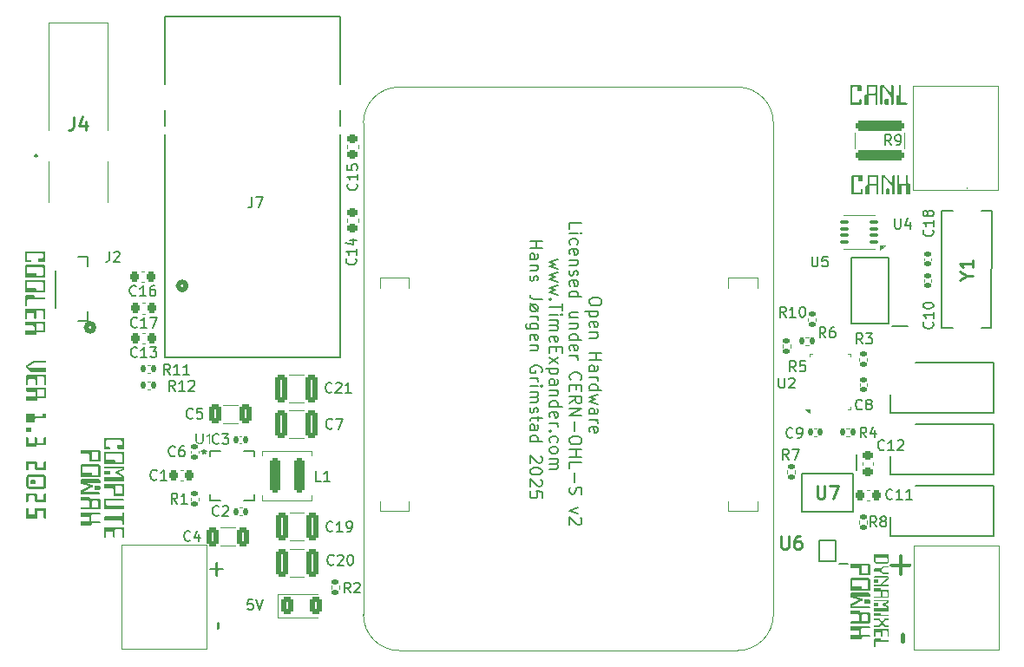
<source format=gto>
G04 #@! TF.GenerationSoftware,KiCad,Pcbnew,8.0.8*
G04 #@! TF.CreationDate,2025-07-30T13:33:19+02:00*
G04 #@! TF.ProjectId,overlord,6f766572-6c6f-4726-942e-6b696361645f,rev?*
G04 #@! TF.SameCoordinates,Original*
G04 #@! TF.FileFunction,Legend,Top*
G04 #@! TF.FilePolarity,Positive*
%FSLAX46Y46*%
G04 Gerber Fmt 4.6, Leading zero omitted, Abs format (unit mm)*
G04 Created by KiCad (PCBNEW 8.0.8) date 2025-07-30 13:33:19*
%MOMM*%
%LPD*%
G01*
G04 APERTURE LIST*
G04 Aperture macros list*
%AMRoundRect*
0 Rectangle with rounded corners*
0 $1 Rounding radius*
0 $2 $3 $4 $5 $6 $7 $8 $9 X,Y pos of 4 corners*
0 Add a 4 corners polygon primitive as box body*
4,1,4,$2,$3,$4,$5,$6,$7,$8,$9,$2,$3,0*
0 Add four circle primitives for the rounded corners*
1,1,$1+$1,$2,$3*
1,1,$1+$1,$4,$5*
1,1,$1+$1,$6,$7*
1,1,$1+$1,$8,$9*
0 Add four rect primitives between the rounded corners*
20,1,$1+$1,$2,$3,$4,$5,0*
20,1,$1+$1,$4,$5,$6,$7,0*
20,1,$1+$1,$6,$7,$8,$9,0*
20,1,$1+$1,$8,$9,$2,$3,0*%
%AMFreePoly0*
4,1,9,0.127000,-0.126998,0.635000,-0.126998,0.635000,-0.380998,0.127000,-0.380999,0.127000,-0.381000,-0.127000,-0.381000,-0.127000,0.381000,0.127000,0.381000,0.127000,-0.126998,0.127000,-0.126998,$1*%
%AMFreePoly1*
4,1,9,0.127000,-0.381000,-0.127000,-0.381000,-0.127000,-0.380999,-0.635000,-0.380998,-0.635000,-0.126998,-0.127000,-0.126998,-0.127000,0.381000,0.127000,0.381000,0.127000,-0.381000,0.127000,-0.381000,$1*%
%AMFreePoly2*
4,1,9,0.127000,-0.381000,-0.127000,-0.381000,-0.127000,0.126998,-0.635000,0.126998,-0.635000,0.380998,-0.127000,0.380999,-0.127000,0.381000,0.127000,0.381000,0.127000,-0.381000,0.127000,-0.381000,$1*%
%AMFreePoly3*
4,1,9,0.127000,0.380999,0.635000,0.380998,0.635000,0.126998,0.127000,0.126998,0.127000,-0.381000,-0.127000,-0.381000,-0.127000,0.381000,0.127000,0.381000,0.127000,0.380999,0.127000,0.380999,$1*%
G04 Aperture macros list end*
%ADD10C,0.152400*%
%ADD11C,0.150000*%
%ADD12C,0.254000*%
%ADD13C,0.120000*%
%ADD14C,0.200000*%
%ADD15C,0.100000*%
%ADD16C,0.508000*%
%ADD17R,1.200000X1.200000*%
%ADD18C,1.200000*%
%ADD19C,6.100000*%
%ADD20R,0.700000X0.200000*%
%ADD21RoundRect,0.135000X-0.135000X-0.185000X0.135000X-0.185000X0.135000X0.185000X-0.135000X0.185000X0*%
%ADD22C,3.000000*%
%ADD23R,1.475000X0.450000*%
%ADD24C,4.000000*%
%ADD25RoundRect,0.250000X0.325000X1.100000X-0.325000X1.100000X-0.325000X-1.100000X0.325000X-1.100000X0*%
%ADD26C,1.397000*%
%ADD27C,3.759200*%
%ADD28C,2.082800*%
%ADD29RoundRect,0.135000X-0.185000X0.135000X-0.185000X-0.135000X0.185000X-0.135000X0.185000X0.135000X0*%
%ADD30RoundRect,0.225000X0.225000X0.250000X-0.225000X0.250000X-0.225000X-0.250000X0.225000X-0.250000X0*%
%ADD31RoundRect,0.225000X-0.225000X-0.250000X0.225000X-0.250000X0.225000X0.250000X-0.225000X0.250000X0*%
%ADD32RoundRect,0.140000X-0.170000X0.140000X-0.170000X-0.140000X0.170000X-0.140000X0.170000X0.140000X0*%
%ADD33R,2.000000X5.500000*%
%ADD34C,0.800000*%
%ADD35C,5.400000*%
%ADD36R,0.675000X0.254000*%
%ADD37R,0.254000X0.675000*%
%ADD38RoundRect,0.075000X0.350000X0.075000X-0.350000X0.075000X-0.350000X-0.075000X0.350000X-0.075000X0*%
%ADD39R,1.600000X2.400000*%
%ADD40C,1.431000*%
%ADD41C,2.025000*%
%ADD42RoundRect,0.140000X0.140000X0.170000X-0.140000X0.170000X-0.140000X-0.170000X0.140000X-0.170000X0*%
%ADD43RoundRect,0.245000X-0.245000X-1.455000X0.245000X-1.455000X0.245000X1.455000X-0.245000X1.455000X0*%
%ADD44RoundRect,0.135000X0.185000X-0.135000X0.185000X0.135000X-0.185000X0.135000X-0.185000X-0.135000X0*%
%ADD45RoundRect,0.225000X0.250000X-0.225000X0.250000X0.225000X-0.250000X0.225000X-0.250000X-0.225000X0*%
%ADD46RoundRect,0.140000X-0.140000X-0.170000X0.140000X-0.170000X0.140000X0.170000X-0.140000X0.170000X0*%
%ADD47RoundRect,0.250000X-2.125000X0.275000X-2.125000X-0.275000X2.125000X-0.275000X2.125000X0.275000X0*%
%ADD48RoundRect,0.250000X-0.325000X-0.650000X0.325000X-0.650000X0.325000X0.650000X-0.325000X0.650000X0*%
%ADD49RoundRect,0.140000X0.170000X-0.140000X0.170000X0.140000X-0.170000X0.140000X-0.170000X-0.140000X0*%
%ADD50RoundRect,0.250000X-0.375000X-0.625000X0.375000X-0.625000X0.375000X0.625000X-0.375000X0.625000X0*%
%ADD51RoundRect,0.225000X-0.250000X0.225000X-0.250000X-0.225000X0.250000X-0.225000X0.250000X0.225000X0*%
%ADD52R,0.450000X1.475000*%
%ADD53R,0.850000X0.300000*%
%ADD54R,1.549400X0.660400*%
%ADD55R,1.905000X1.295400*%
%ADD56FreePoly0,90.000000*%
%ADD57R,0.762000X0.254000*%
%ADD58FreePoly1,90.000000*%
%ADD59R,0.254000X0.762000*%
%ADD60FreePoly2,90.000000*%
%ADD61FreePoly3,90.000000*%
%ADD62R,1.701800X2.209800*%
G04 APERTURE END LIST*
D10*
X126382514Y-74828838D02*
X126382514Y-75057410D01*
X126382514Y-75057410D02*
X126325371Y-75171695D01*
X126325371Y-75171695D02*
X126211085Y-75285981D01*
X126211085Y-75285981D02*
X125982514Y-75343124D01*
X125982514Y-75343124D02*
X125582514Y-75343124D01*
X125582514Y-75343124D02*
X125353942Y-75285981D01*
X125353942Y-75285981D02*
X125239657Y-75171695D01*
X125239657Y-75171695D02*
X125182514Y-75057410D01*
X125182514Y-75057410D02*
X125182514Y-74828838D01*
X125182514Y-74828838D02*
X125239657Y-74714553D01*
X125239657Y-74714553D02*
X125353942Y-74600267D01*
X125353942Y-74600267D02*
X125582514Y-74543124D01*
X125582514Y-74543124D02*
X125982514Y-74543124D01*
X125982514Y-74543124D02*
X126211085Y-74600267D01*
X126211085Y-74600267D02*
X126325371Y-74714553D01*
X126325371Y-74714553D02*
X126382514Y-74828838D01*
X125982514Y-75857410D02*
X124782514Y-75857410D01*
X125925371Y-75857410D02*
X125982514Y-75971696D01*
X125982514Y-75971696D02*
X125982514Y-76200267D01*
X125982514Y-76200267D02*
X125925371Y-76314553D01*
X125925371Y-76314553D02*
X125868228Y-76371696D01*
X125868228Y-76371696D02*
X125753942Y-76428838D01*
X125753942Y-76428838D02*
X125411085Y-76428838D01*
X125411085Y-76428838D02*
X125296799Y-76371696D01*
X125296799Y-76371696D02*
X125239657Y-76314553D01*
X125239657Y-76314553D02*
X125182514Y-76200267D01*
X125182514Y-76200267D02*
X125182514Y-75971696D01*
X125182514Y-75971696D02*
X125239657Y-75857410D01*
X125239657Y-77400267D02*
X125182514Y-77285981D01*
X125182514Y-77285981D02*
X125182514Y-77057410D01*
X125182514Y-77057410D02*
X125239657Y-76943124D01*
X125239657Y-76943124D02*
X125353942Y-76885981D01*
X125353942Y-76885981D02*
X125811085Y-76885981D01*
X125811085Y-76885981D02*
X125925371Y-76943124D01*
X125925371Y-76943124D02*
X125982514Y-77057410D01*
X125982514Y-77057410D02*
X125982514Y-77285981D01*
X125982514Y-77285981D02*
X125925371Y-77400267D01*
X125925371Y-77400267D02*
X125811085Y-77457410D01*
X125811085Y-77457410D02*
X125696799Y-77457410D01*
X125696799Y-77457410D02*
X125582514Y-76885981D01*
X125982514Y-77971695D02*
X125182514Y-77971695D01*
X125868228Y-77971695D02*
X125925371Y-78028838D01*
X125925371Y-78028838D02*
X125982514Y-78143123D01*
X125982514Y-78143123D02*
X125982514Y-78314552D01*
X125982514Y-78314552D02*
X125925371Y-78428838D01*
X125925371Y-78428838D02*
X125811085Y-78485981D01*
X125811085Y-78485981D02*
X125182514Y-78485981D01*
X125182514Y-79971695D02*
X126382514Y-79971695D01*
X125811085Y-79971695D02*
X125811085Y-80657409D01*
X125182514Y-80657409D02*
X126382514Y-80657409D01*
X125182514Y-81743124D02*
X125811085Y-81743124D01*
X125811085Y-81743124D02*
X125925371Y-81685981D01*
X125925371Y-81685981D02*
X125982514Y-81571695D01*
X125982514Y-81571695D02*
X125982514Y-81343124D01*
X125982514Y-81343124D02*
X125925371Y-81228838D01*
X125239657Y-81743124D02*
X125182514Y-81628838D01*
X125182514Y-81628838D02*
X125182514Y-81343124D01*
X125182514Y-81343124D02*
X125239657Y-81228838D01*
X125239657Y-81228838D02*
X125353942Y-81171695D01*
X125353942Y-81171695D02*
X125468228Y-81171695D01*
X125468228Y-81171695D02*
X125582514Y-81228838D01*
X125582514Y-81228838D02*
X125639657Y-81343124D01*
X125639657Y-81343124D02*
X125639657Y-81628838D01*
X125639657Y-81628838D02*
X125696799Y-81743124D01*
X125182514Y-82314552D02*
X125982514Y-82314552D01*
X125753942Y-82314552D02*
X125868228Y-82371695D01*
X125868228Y-82371695D02*
X125925371Y-82428838D01*
X125925371Y-82428838D02*
X125982514Y-82543123D01*
X125982514Y-82543123D02*
X125982514Y-82657409D01*
X125182514Y-83571695D02*
X126382514Y-83571695D01*
X125239657Y-83571695D02*
X125182514Y-83457409D01*
X125182514Y-83457409D02*
X125182514Y-83228837D01*
X125182514Y-83228837D02*
X125239657Y-83114552D01*
X125239657Y-83114552D02*
X125296799Y-83057409D01*
X125296799Y-83057409D02*
X125411085Y-83000266D01*
X125411085Y-83000266D02*
X125753942Y-83000266D01*
X125753942Y-83000266D02*
X125868228Y-83057409D01*
X125868228Y-83057409D02*
X125925371Y-83114552D01*
X125925371Y-83114552D02*
X125982514Y-83228837D01*
X125982514Y-83228837D02*
X125982514Y-83457409D01*
X125982514Y-83457409D02*
X125925371Y-83571695D01*
X125982514Y-84028837D02*
X125182514Y-84257409D01*
X125182514Y-84257409D02*
X125753942Y-84485980D01*
X125753942Y-84485980D02*
X125182514Y-84714551D01*
X125182514Y-84714551D02*
X125982514Y-84943123D01*
X125182514Y-85914552D02*
X125811085Y-85914552D01*
X125811085Y-85914552D02*
X125925371Y-85857409D01*
X125925371Y-85857409D02*
X125982514Y-85743123D01*
X125982514Y-85743123D02*
X125982514Y-85514552D01*
X125982514Y-85514552D02*
X125925371Y-85400266D01*
X125239657Y-85914552D02*
X125182514Y-85800266D01*
X125182514Y-85800266D02*
X125182514Y-85514552D01*
X125182514Y-85514552D02*
X125239657Y-85400266D01*
X125239657Y-85400266D02*
X125353942Y-85343123D01*
X125353942Y-85343123D02*
X125468228Y-85343123D01*
X125468228Y-85343123D02*
X125582514Y-85400266D01*
X125582514Y-85400266D02*
X125639657Y-85514552D01*
X125639657Y-85514552D02*
X125639657Y-85800266D01*
X125639657Y-85800266D02*
X125696799Y-85914552D01*
X125182514Y-86485980D02*
X125982514Y-86485980D01*
X125753942Y-86485980D02*
X125868228Y-86543123D01*
X125868228Y-86543123D02*
X125925371Y-86600266D01*
X125925371Y-86600266D02*
X125982514Y-86714551D01*
X125982514Y-86714551D02*
X125982514Y-86828837D01*
X125239657Y-87685980D02*
X125182514Y-87571694D01*
X125182514Y-87571694D02*
X125182514Y-87343123D01*
X125182514Y-87343123D02*
X125239657Y-87228837D01*
X125239657Y-87228837D02*
X125353942Y-87171694D01*
X125353942Y-87171694D02*
X125811085Y-87171694D01*
X125811085Y-87171694D02*
X125925371Y-87228837D01*
X125925371Y-87228837D02*
X125982514Y-87343123D01*
X125982514Y-87343123D02*
X125982514Y-87571694D01*
X125982514Y-87571694D02*
X125925371Y-87685980D01*
X125925371Y-87685980D02*
X125811085Y-87743123D01*
X125811085Y-87743123D02*
X125696799Y-87743123D01*
X125696799Y-87743123D02*
X125582514Y-87171694D01*
X123250581Y-67857407D02*
X123250581Y-67285979D01*
X123250581Y-67285979D02*
X124450581Y-67285979D01*
X123250581Y-68257408D02*
X124050581Y-68257408D01*
X124450581Y-68257408D02*
X124393438Y-68200265D01*
X124393438Y-68200265D02*
X124336295Y-68257408D01*
X124336295Y-68257408D02*
X124393438Y-68314551D01*
X124393438Y-68314551D02*
X124450581Y-68257408D01*
X124450581Y-68257408D02*
X124336295Y-68257408D01*
X123307724Y-69343123D02*
X123250581Y-69228837D01*
X123250581Y-69228837D02*
X123250581Y-69000265D01*
X123250581Y-69000265D02*
X123307724Y-68885980D01*
X123307724Y-68885980D02*
X123364866Y-68828837D01*
X123364866Y-68828837D02*
X123479152Y-68771694D01*
X123479152Y-68771694D02*
X123822009Y-68771694D01*
X123822009Y-68771694D02*
X123936295Y-68828837D01*
X123936295Y-68828837D02*
X123993438Y-68885980D01*
X123993438Y-68885980D02*
X124050581Y-69000265D01*
X124050581Y-69000265D02*
X124050581Y-69228837D01*
X124050581Y-69228837D02*
X123993438Y-69343123D01*
X123307724Y-70314551D02*
X123250581Y-70200265D01*
X123250581Y-70200265D02*
X123250581Y-69971694D01*
X123250581Y-69971694D02*
X123307724Y-69857408D01*
X123307724Y-69857408D02*
X123422009Y-69800265D01*
X123422009Y-69800265D02*
X123879152Y-69800265D01*
X123879152Y-69800265D02*
X123993438Y-69857408D01*
X123993438Y-69857408D02*
X124050581Y-69971694D01*
X124050581Y-69971694D02*
X124050581Y-70200265D01*
X124050581Y-70200265D02*
X123993438Y-70314551D01*
X123993438Y-70314551D02*
X123879152Y-70371694D01*
X123879152Y-70371694D02*
X123764866Y-70371694D01*
X123764866Y-70371694D02*
X123650581Y-69800265D01*
X124050581Y-70885979D02*
X123250581Y-70885979D01*
X123936295Y-70885979D02*
X123993438Y-70943122D01*
X123993438Y-70943122D02*
X124050581Y-71057407D01*
X124050581Y-71057407D02*
X124050581Y-71228836D01*
X124050581Y-71228836D02*
X123993438Y-71343122D01*
X123993438Y-71343122D02*
X123879152Y-71400265D01*
X123879152Y-71400265D02*
X123250581Y-71400265D01*
X123307724Y-71914550D02*
X123250581Y-72028836D01*
X123250581Y-72028836D02*
X123250581Y-72257407D01*
X123250581Y-72257407D02*
X123307724Y-72371693D01*
X123307724Y-72371693D02*
X123422009Y-72428836D01*
X123422009Y-72428836D02*
X123479152Y-72428836D01*
X123479152Y-72428836D02*
X123593438Y-72371693D01*
X123593438Y-72371693D02*
X123650581Y-72257407D01*
X123650581Y-72257407D02*
X123650581Y-72085979D01*
X123650581Y-72085979D02*
X123707724Y-71971693D01*
X123707724Y-71971693D02*
X123822009Y-71914550D01*
X123822009Y-71914550D02*
X123879152Y-71914550D01*
X123879152Y-71914550D02*
X123993438Y-71971693D01*
X123993438Y-71971693D02*
X124050581Y-72085979D01*
X124050581Y-72085979D02*
X124050581Y-72257407D01*
X124050581Y-72257407D02*
X123993438Y-72371693D01*
X123307724Y-73400265D02*
X123250581Y-73285979D01*
X123250581Y-73285979D02*
X123250581Y-73057408D01*
X123250581Y-73057408D02*
X123307724Y-72943122D01*
X123307724Y-72943122D02*
X123422009Y-72885979D01*
X123422009Y-72885979D02*
X123879152Y-72885979D01*
X123879152Y-72885979D02*
X123993438Y-72943122D01*
X123993438Y-72943122D02*
X124050581Y-73057408D01*
X124050581Y-73057408D02*
X124050581Y-73285979D01*
X124050581Y-73285979D02*
X123993438Y-73400265D01*
X123993438Y-73400265D02*
X123879152Y-73457408D01*
X123879152Y-73457408D02*
X123764866Y-73457408D01*
X123764866Y-73457408D02*
X123650581Y-72885979D01*
X123250581Y-74485979D02*
X124450581Y-74485979D01*
X123307724Y-74485979D02*
X123250581Y-74371693D01*
X123250581Y-74371693D02*
X123250581Y-74143121D01*
X123250581Y-74143121D02*
X123307724Y-74028836D01*
X123307724Y-74028836D02*
X123364866Y-73971693D01*
X123364866Y-73971693D02*
X123479152Y-73914550D01*
X123479152Y-73914550D02*
X123822009Y-73914550D01*
X123822009Y-73914550D02*
X123936295Y-73971693D01*
X123936295Y-73971693D02*
X123993438Y-74028836D01*
X123993438Y-74028836D02*
X124050581Y-74143121D01*
X124050581Y-74143121D02*
X124050581Y-74371693D01*
X124050581Y-74371693D02*
X123993438Y-74485979D01*
X124050581Y-76485979D02*
X123250581Y-76485979D01*
X124050581Y-75971693D02*
X123422009Y-75971693D01*
X123422009Y-75971693D02*
X123307724Y-76028836D01*
X123307724Y-76028836D02*
X123250581Y-76143121D01*
X123250581Y-76143121D02*
X123250581Y-76314550D01*
X123250581Y-76314550D02*
X123307724Y-76428836D01*
X123307724Y-76428836D02*
X123364866Y-76485979D01*
X124050581Y-77057407D02*
X123250581Y-77057407D01*
X123936295Y-77057407D02*
X123993438Y-77114550D01*
X123993438Y-77114550D02*
X124050581Y-77228835D01*
X124050581Y-77228835D02*
X124050581Y-77400264D01*
X124050581Y-77400264D02*
X123993438Y-77514550D01*
X123993438Y-77514550D02*
X123879152Y-77571693D01*
X123879152Y-77571693D02*
X123250581Y-77571693D01*
X123250581Y-78657407D02*
X124450581Y-78657407D01*
X123307724Y-78657407D02*
X123250581Y-78543121D01*
X123250581Y-78543121D02*
X123250581Y-78314549D01*
X123250581Y-78314549D02*
X123307724Y-78200264D01*
X123307724Y-78200264D02*
X123364866Y-78143121D01*
X123364866Y-78143121D02*
X123479152Y-78085978D01*
X123479152Y-78085978D02*
X123822009Y-78085978D01*
X123822009Y-78085978D02*
X123936295Y-78143121D01*
X123936295Y-78143121D02*
X123993438Y-78200264D01*
X123993438Y-78200264D02*
X124050581Y-78314549D01*
X124050581Y-78314549D02*
X124050581Y-78543121D01*
X124050581Y-78543121D02*
X123993438Y-78657407D01*
X123307724Y-79685978D02*
X123250581Y-79571692D01*
X123250581Y-79571692D02*
X123250581Y-79343121D01*
X123250581Y-79343121D02*
X123307724Y-79228835D01*
X123307724Y-79228835D02*
X123422009Y-79171692D01*
X123422009Y-79171692D02*
X123879152Y-79171692D01*
X123879152Y-79171692D02*
X123993438Y-79228835D01*
X123993438Y-79228835D02*
X124050581Y-79343121D01*
X124050581Y-79343121D02*
X124050581Y-79571692D01*
X124050581Y-79571692D02*
X123993438Y-79685978D01*
X123993438Y-79685978D02*
X123879152Y-79743121D01*
X123879152Y-79743121D02*
X123764866Y-79743121D01*
X123764866Y-79743121D02*
X123650581Y-79171692D01*
X123250581Y-80257406D02*
X124050581Y-80257406D01*
X123822009Y-80257406D02*
X123936295Y-80314549D01*
X123936295Y-80314549D02*
X123993438Y-80371692D01*
X123993438Y-80371692D02*
X124050581Y-80485977D01*
X124050581Y-80485977D02*
X124050581Y-80600263D01*
X123364866Y-82600263D02*
X123307724Y-82543120D01*
X123307724Y-82543120D02*
X123250581Y-82371692D01*
X123250581Y-82371692D02*
X123250581Y-82257406D01*
X123250581Y-82257406D02*
X123307724Y-82085977D01*
X123307724Y-82085977D02*
X123422009Y-81971692D01*
X123422009Y-81971692D02*
X123536295Y-81914549D01*
X123536295Y-81914549D02*
X123764866Y-81857406D01*
X123764866Y-81857406D02*
X123936295Y-81857406D01*
X123936295Y-81857406D02*
X124164866Y-81914549D01*
X124164866Y-81914549D02*
X124279152Y-81971692D01*
X124279152Y-81971692D02*
X124393438Y-82085977D01*
X124393438Y-82085977D02*
X124450581Y-82257406D01*
X124450581Y-82257406D02*
X124450581Y-82371692D01*
X124450581Y-82371692D02*
X124393438Y-82543120D01*
X124393438Y-82543120D02*
X124336295Y-82600263D01*
X123879152Y-83114549D02*
X123879152Y-83514549D01*
X123250581Y-83685977D02*
X123250581Y-83114549D01*
X123250581Y-83114549D02*
X124450581Y-83114549D01*
X124450581Y-83114549D02*
X124450581Y-83685977D01*
X123250581Y-84885977D02*
X123822009Y-84485977D01*
X123250581Y-84200263D02*
X124450581Y-84200263D01*
X124450581Y-84200263D02*
X124450581Y-84657406D01*
X124450581Y-84657406D02*
X124393438Y-84771691D01*
X124393438Y-84771691D02*
X124336295Y-84828834D01*
X124336295Y-84828834D02*
X124222009Y-84885977D01*
X124222009Y-84885977D02*
X124050581Y-84885977D01*
X124050581Y-84885977D02*
X123936295Y-84828834D01*
X123936295Y-84828834D02*
X123879152Y-84771691D01*
X123879152Y-84771691D02*
X123822009Y-84657406D01*
X123822009Y-84657406D02*
X123822009Y-84200263D01*
X123250581Y-85400263D02*
X124450581Y-85400263D01*
X124450581Y-85400263D02*
X123250581Y-86085977D01*
X123250581Y-86085977D02*
X124450581Y-86085977D01*
X123707724Y-86657406D02*
X123707724Y-87571692D01*
X124450581Y-88371691D02*
X124450581Y-88600263D01*
X124450581Y-88600263D02*
X124393438Y-88714548D01*
X124393438Y-88714548D02*
X124279152Y-88828834D01*
X124279152Y-88828834D02*
X124050581Y-88885977D01*
X124050581Y-88885977D02*
X123650581Y-88885977D01*
X123650581Y-88885977D02*
X123422009Y-88828834D01*
X123422009Y-88828834D02*
X123307724Y-88714548D01*
X123307724Y-88714548D02*
X123250581Y-88600263D01*
X123250581Y-88600263D02*
X123250581Y-88371691D01*
X123250581Y-88371691D02*
X123307724Y-88257406D01*
X123307724Y-88257406D02*
X123422009Y-88143120D01*
X123422009Y-88143120D02*
X123650581Y-88085977D01*
X123650581Y-88085977D02*
X124050581Y-88085977D01*
X124050581Y-88085977D02*
X124279152Y-88143120D01*
X124279152Y-88143120D02*
X124393438Y-88257406D01*
X124393438Y-88257406D02*
X124450581Y-88371691D01*
X123250581Y-89400263D02*
X124450581Y-89400263D01*
X123879152Y-89400263D02*
X123879152Y-90085977D01*
X123250581Y-90085977D02*
X124450581Y-90085977D01*
X123250581Y-91228834D02*
X123250581Y-90657406D01*
X123250581Y-90657406D02*
X124450581Y-90657406D01*
X123707724Y-91628835D02*
X123707724Y-92543121D01*
X123307724Y-93057406D02*
X123250581Y-93228835D01*
X123250581Y-93228835D02*
X123250581Y-93514549D01*
X123250581Y-93514549D02*
X123307724Y-93628835D01*
X123307724Y-93628835D02*
X123364866Y-93685977D01*
X123364866Y-93685977D02*
X123479152Y-93743120D01*
X123479152Y-93743120D02*
X123593438Y-93743120D01*
X123593438Y-93743120D02*
X123707724Y-93685977D01*
X123707724Y-93685977D02*
X123764866Y-93628835D01*
X123764866Y-93628835D02*
X123822009Y-93514549D01*
X123822009Y-93514549D02*
X123879152Y-93285977D01*
X123879152Y-93285977D02*
X123936295Y-93171692D01*
X123936295Y-93171692D02*
X123993438Y-93114549D01*
X123993438Y-93114549D02*
X124107724Y-93057406D01*
X124107724Y-93057406D02*
X124222009Y-93057406D01*
X124222009Y-93057406D02*
X124336295Y-93114549D01*
X124336295Y-93114549D02*
X124393438Y-93171692D01*
X124393438Y-93171692D02*
X124450581Y-93285977D01*
X124450581Y-93285977D02*
X124450581Y-93571692D01*
X124450581Y-93571692D02*
X124393438Y-93743120D01*
X124050581Y-95057406D02*
X123250581Y-95343120D01*
X123250581Y-95343120D02*
X124050581Y-95628835D01*
X124336295Y-96028835D02*
X124393438Y-96085978D01*
X124393438Y-96085978D02*
X124450581Y-96200264D01*
X124450581Y-96200264D02*
X124450581Y-96485978D01*
X124450581Y-96485978D02*
X124393438Y-96600264D01*
X124393438Y-96600264D02*
X124336295Y-96657406D01*
X124336295Y-96657406D02*
X124222009Y-96714549D01*
X124222009Y-96714549D02*
X124107724Y-96714549D01*
X124107724Y-96714549D02*
X123936295Y-96657406D01*
X123936295Y-96657406D02*
X123250581Y-95971692D01*
X123250581Y-95971692D02*
X123250581Y-96714549D01*
X122118648Y-70828837D02*
X121318648Y-71057409D01*
X121318648Y-71057409D02*
X121890076Y-71285980D01*
X121890076Y-71285980D02*
X121318648Y-71514551D01*
X121318648Y-71514551D02*
X122118648Y-71743123D01*
X122118648Y-72085980D02*
X121318648Y-72314552D01*
X121318648Y-72314552D02*
X121890076Y-72543123D01*
X121890076Y-72543123D02*
X121318648Y-72771694D01*
X121318648Y-72771694D02*
X122118648Y-73000266D01*
X122118648Y-73343123D02*
X121318648Y-73571695D01*
X121318648Y-73571695D02*
X121890076Y-73800266D01*
X121890076Y-73800266D02*
X121318648Y-74028837D01*
X121318648Y-74028837D02*
X122118648Y-74257409D01*
X121432933Y-74714552D02*
X121375791Y-74771695D01*
X121375791Y-74771695D02*
X121318648Y-74714552D01*
X121318648Y-74714552D02*
X121375791Y-74657409D01*
X121375791Y-74657409D02*
X121432933Y-74714552D01*
X121432933Y-74714552D02*
X121318648Y-74714552D01*
X122518648Y-75114552D02*
X122518648Y-75800267D01*
X121318648Y-75457409D02*
X122518648Y-75457409D01*
X121318648Y-76200267D02*
X122118648Y-76200267D01*
X122518648Y-76200267D02*
X122461505Y-76143124D01*
X122461505Y-76143124D02*
X122404362Y-76200267D01*
X122404362Y-76200267D02*
X122461505Y-76257410D01*
X122461505Y-76257410D02*
X122518648Y-76200267D01*
X122518648Y-76200267D02*
X122404362Y-76200267D01*
X121318648Y-76771696D02*
X122118648Y-76771696D01*
X122004362Y-76771696D02*
X122061505Y-76828839D01*
X122061505Y-76828839D02*
X122118648Y-76943124D01*
X122118648Y-76943124D02*
X122118648Y-77114553D01*
X122118648Y-77114553D02*
X122061505Y-77228839D01*
X122061505Y-77228839D02*
X121947219Y-77285982D01*
X121947219Y-77285982D02*
X121318648Y-77285982D01*
X121947219Y-77285982D02*
X122061505Y-77343124D01*
X122061505Y-77343124D02*
X122118648Y-77457410D01*
X122118648Y-77457410D02*
X122118648Y-77628839D01*
X122118648Y-77628839D02*
X122061505Y-77743124D01*
X122061505Y-77743124D02*
X121947219Y-77800267D01*
X121947219Y-77800267D02*
X121318648Y-77800267D01*
X121375791Y-78828839D02*
X121318648Y-78714553D01*
X121318648Y-78714553D02*
X121318648Y-78485982D01*
X121318648Y-78485982D02*
X121375791Y-78371696D01*
X121375791Y-78371696D02*
X121490076Y-78314553D01*
X121490076Y-78314553D02*
X121947219Y-78314553D01*
X121947219Y-78314553D02*
X122061505Y-78371696D01*
X122061505Y-78371696D02*
X122118648Y-78485982D01*
X122118648Y-78485982D02*
X122118648Y-78714553D01*
X122118648Y-78714553D02*
X122061505Y-78828839D01*
X122061505Y-78828839D02*
X121947219Y-78885982D01*
X121947219Y-78885982D02*
X121832933Y-78885982D01*
X121832933Y-78885982D02*
X121718648Y-78314553D01*
X121947219Y-79400267D02*
X121947219Y-79800267D01*
X121318648Y-79971695D02*
X121318648Y-79400267D01*
X121318648Y-79400267D02*
X122518648Y-79400267D01*
X122518648Y-79400267D02*
X122518648Y-79971695D01*
X121318648Y-80371695D02*
X122118648Y-81000267D01*
X122118648Y-80371695D02*
X121318648Y-81000267D01*
X122118648Y-81457410D02*
X120918648Y-81457410D01*
X122061505Y-81457410D02*
X122118648Y-81571696D01*
X122118648Y-81571696D02*
X122118648Y-81800267D01*
X122118648Y-81800267D02*
X122061505Y-81914553D01*
X122061505Y-81914553D02*
X122004362Y-81971696D01*
X122004362Y-81971696D02*
X121890076Y-82028838D01*
X121890076Y-82028838D02*
X121547219Y-82028838D01*
X121547219Y-82028838D02*
X121432933Y-81971696D01*
X121432933Y-81971696D02*
X121375791Y-81914553D01*
X121375791Y-81914553D02*
X121318648Y-81800267D01*
X121318648Y-81800267D02*
X121318648Y-81571696D01*
X121318648Y-81571696D02*
X121375791Y-81457410D01*
X121318648Y-83057410D02*
X121947219Y-83057410D01*
X121947219Y-83057410D02*
X122061505Y-83000267D01*
X122061505Y-83000267D02*
X122118648Y-82885981D01*
X122118648Y-82885981D02*
X122118648Y-82657410D01*
X122118648Y-82657410D02*
X122061505Y-82543124D01*
X121375791Y-83057410D02*
X121318648Y-82943124D01*
X121318648Y-82943124D02*
X121318648Y-82657410D01*
X121318648Y-82657410D02*
X121375791Y-82543124D01*
X121375791Y-82543124D02*
X121490076Y-82485981D01*
X121490076Y-82485981D02*
X121604362Y-82485981D01*
X121604362Y-82485981D02*
X121718648Y-82543124D01*
X121718648Y-82543124D02*
X121775791Y-82657410D01*
X121775791Y-82657410D02*
X121775791Y-82943124D01*
X121775791Y-82943124D02*
X121832933Y-83057410D01*
X122118648Y-83628838D02*
X121318648Y-83628838D01*
X122004362Y-83628838D02*
X122061505Y-83685981D01*
X122061505Y-83685981D02*
X122118648Y-83800266D01*
X122118648Y-83800266D02*
X122118648Y-83971695D01*
X122118648Y-83971695D02*
X122061505Y-84085981D01*
X122061505Y-84085981D02*
X121947219Y-84143124D01*
X121947219Y-84143124D02*
X121318648Y-84143124D01*
X121318648Y-85228838D02*
X122518648Y-85228838D01*
X121375791Y-85228838D02*
X121318648Y-85114552D01*
X121318648Y-85114552D02*
X121318648Y-84885980D01*
X121318648Y-84885980D02*
X121375791Y-84771695D01*
X121375791Y-84771695D02*
X121432933Y-84714552D01*
X121432933Y-84714552D02*
X121547219Y-84657409D01*
X121547219Y-84657409D02*
X121890076Y-84657409D01*
X121890076Y-84657409D02*
X122004362Y-84714552D01*
X122004362Y-84714552D02*
X122061505Y-84771695D01*
X122061505Y-84771695D02*
X122118648Y-84885980D01*
X122118648Y-84885980D02*
X122118648Y-85114552D01*
X122118648Y-85114552D02*
X122061505Y-85228838D01*
X121375791Y-86257409D02*
X121318648Y-86143123D01*
X121318648Y-86143123D02*
X121318648Y-85914552D01*
X121318648Y-85914552D02*
X121375791Y-85800266D01*
X121375791Y-85800266D02*
X121490076Y-85743123D01*
X121490076Y-85743123D02*
X121947219Y-85743123D01*
X121947219Y-85743123D02*
X122061505Y-85800266D01*
X122061505Y-85800266D02*
X122118648Y-85914552D01*
X122118648Y-85914552D02*
X122118648Y-86143123D01*
X122118648Y-86143123D02*
X122061505Y-86257409D01*
X122061505Y-86257409D02*
X121947219Y-86314552D01*
X121947219Y-86314552D02*
X121832933Y-86314552D01*
X121832933Y-86314552D02*
X121718648Y-85743123D01*
X121318648Y-86828837D02*
X122118648Y-86828837D01*
X121890076Y-86828837D02*
X122004362Y-86885980D01*
X122004362Y-86885980D02*
X122061505Y-86943123D01*
X122061505Y-86943123D02*
X122118648Y-87057408D01*
X122118648Y-87057408D02*
X122118648Y-87171694D01*
X121432933Y-87571694D02*
X121375791Y-87628837D01*
X121375791Y-87628837D02*
X121318648Y-87571694D01*
X121318648Y-87571694D02*
X121375791Y-87514551D01*
X121375791Y-87514551D02*
X121432933Y-87571694D01*
X121432933Y-87571694D02*
X121318648Y-87571694D01*
X121375791Y-88657409D02*
X121318648Y-88543123D01*
X121318648Y-88543123D02*
X121318648Y-88314551D01*
X121318648Y-88314551D02*
X121375791Y-88200266D01*
X121375791Y-88200266D02*
X121432933Y-88143123D01*
X121432933Y-88143123D02*
X121547219Y-88085980D01*
X121547219Y-88085980D02*
X121890076Y-88085980D01*
X121890076Y-88085980D02*
X122004362Y-88143123D01*
X122004362Y-88143123D02*
X122061505Y-88200266D01*
X122061505Y-88200266D02*
X122118648Y-88314551D01*
X122118648Y-88314551D02*
X122118648Y-88543123D01*
X122118648Y-88543123D02*
X122061505Y-88657409D01*
X121318648Y-89343122D02*
X121375791Y-89228837D01*
X121375791Y-89228837D02*
X121432933Y-89171694D01*
X121432933Y-89171694D02*
X121547219Y-89114551D01*
X121547219Y-89114551D02*
X121890076Y-89114551D01*
X121890076Y-89114551D02*
X122004362Y-89171694D01*
X122004362Y-89171694D02*
X122061505Y-89228837D01*
X122061505Y-89228837D02*
X122118648Y-89343122D01*
X122118648Y-89343122D02*
X122118648Y-89514551D01*
X122118648Y-89514551D02*
X122061505Y-89628837D01*
X122061505Y-89628837D02*
X122004362Y-89685980D01*
X122004362Y-89685980D02*
X121890076Y-89743122D01*
X121890076Y-89743122D02*
X121547219Y-89743122D01*
X121547219Y-89743122D02*
X121432933Y-89685980D01*
X121432933Y-89685980D02*
X121375791Y-89628837D01*
X121375791Y-89628837D02*
X121318648Y-89514551D01*
X121318648Y-89514551D02*
X121318648Y-89343122D01*
X121318648Y-90257408D02*
X122118648Y-90257408D01*
X122004362Y-90257408D02*
X122061505Y-90314551D01*
X122061505Y-90314551D02*
X122118648Y-90428836D01*
X122118648Y-90428836D02*
X122118648Y-90600265D01*
X122118648Y-90600265D02*
X122061505Y-90714551D01*
X122061505Y-90714551D02*
X121947219Y-90771694D01*
X121947219Y-90771694D02*
X121318648Y-90771694D01*
X121947219Y-90771694D02*
X122061505Y-90828836D01*
X122061505Y-90828836D02*
X122118648Y-90943122D01*
X122118648Y-90943122D02*
X122118648Y-91114551D01*
X122118648Y-91114551D02*
X122061505Y-91228836D01*
X122061505Y-91228836D02*
X121947219Y-91285979D01*
X121947219Y-91285979D02*
X121318648Y-91285979D01*
X119386715Y-69057406D02*
X120586715Y-69057406D01*
X120015286Y-69057406D02*
X120015286Y-69743120D01*
X119386715Y-69743120D02*
X120586715Y-69743120D01*
X119386715Y-70828835D02*
X120015286Y-70828835D01*
X120015286Y-70828835D02*
X120129572Y-70771692D01*
X120129572Y-70771692D02*
X120186715Y-70657406D01*
X120186715Y-70657406D02*
X120186715Y-70428835D01*
X120186715Y-70428835D02*
X120129572Y-70314549D01*
X119443858Y-70828835D02*
X119386715Y-70714549D01*
X119386715Y-70714549D02*
X119386715Y-70428835D01*
X119386715Y-70428835D02*
X119443858Y-70314549D01*
X119443858Y-70314549D02*
X119558143Y-70257406D01*
X119558143Y-70257406D02*
X119672429Y-70257406D01*
X119672429Y-70257406D02*
X119786715Y-70314549D01*
X119786715Y-70314549D02*
X119843858Y-70428835D01*
X119843858Y-70428835D02*
X119843858Y-70714549D01*
X119843858Y-70714549D02*
X119901000Y-70828835D01*
X120186715Y-71400263D02*
X119386715Y-71400263D01*
X120072429Y-71400263D02*
X120129572Y-71457406D01*
X120129572Y-71457406D02*
X120186715Y-71571691D01*
X120186715Y-71571691D02*
X120186715Y-71743120D01*
X120186715Y-71743120D02*
X120129572Y-71857406D01*
X120129572Y-71857406D02*
X120015286Y-71914549D01*
X120015286Y-71914549D02*
X119386715Y-71914549D01*
X119443858Y-72428834D02*
X119386715Y-72543120D01*
X119386715Y-72543120D02*
X119386715Y-72771691D01*
X119386715Y-72771691D02*
X119443858Y-72885977D01*
X119443858Y-72885977D02*
X119558143Y-72943120D01*
X119558143Y-72943120D02*
X119615286Y-72943120D01*
X119615286Y-72943120D02*
X119729572Y-72885977D01*
X119729572Y-72885977D02*
X119786715Y-72771691D01*
X119786715Y-72771691D02*
X119786715Y-72600263D01*
X119786715Y-72600263D02*
X119843858Y-72485977D01*
X119843858Y-72485977D02*
X119958143Y-72428834D01*
X119958143Y-72428834D02*
X120015286Y-72428834D01*
X120015286Y-72428834D02*
X120129572Y-72485977D01*
X120129572Y-72485977D02*
X120186715Y-72600263D01*
X120186715Y-72600263D02*
X120186715Y-72771691D01*
X120186715Y-72771691D02*
X120129572Y-72885977D01*
X120586715Y-74714549D02*
X119729572Y-74714549D01*
X119729572Y-74714549D02*
X119558143Y-74657406D01*
X119558143Y-74657406D02*
X119443858Y-74543120D01*
X119443858Y-74543120D02*
X119386715Y-74371692D01*
X119386715Y-74371692D02*
X119386715Y-74257406D01*
X120186715Y-75914549D02*
X119386715Y-75171692D01*
X119386715Y-75457406D02*
X119443858Y-75343121D01*
X119443858Y-75343121D02*
X119501000Y-75285978D01*
X119501000Y-75285978D02*
X119615286Y-75228835D01*
X119615286Y-75228835D02*
X119958143Y-75228835D01*
X119958143Y-75228835D02*
X120072429Y-75285978D01*
X120072429Y-75285978D02*
X120129572Y-75343121D01*
X120129572Y-75343121D02*
X120186715Y-75457406D01*
X120186715Y-75457406D02*
X120186715Y-75628835D01*
X120186715Y-75628835D02*
X120129572Y-75743121D01*
X120129572Y-75743121D02*
X120072429Y-75800264D01*
X120072429Y-75800264D02*
X119958143Y-75857406D01*
X119958143Y-75857406D02*
X119615286Y-75857406D01*
X119615286Y-75857406D02*
X119501000Y-75800264D01*
X119501000Y-75800264D02*
X119443858Y-75743121D01*
X119443858Y-75743121D02*
X119386715Y-75628835D01*
X119386715Y-75628835D02*
X119386715Y-75457406D01*
X119386715Y-76371692D02*
X120186715Y-76371692D01*
X119958143Y-76371692D02*
X120072429Y-76428835D01*
X120072429Y-76428835D02*
X120129572Y-76485978D01*
X120129572Y-76485978D02*
X120186715Y-76600263D01*
X120186715Y-76600263D02*
X120186715Y-76714549D01*
X120186715Y-77628835D02*
X119215286Y-77628835D01*
X119215286Y-77628835D02*
X119101000Y-77571692D01*
X119101000Y-77571692D02*
X119043858Y-77514549D01*
X119043858Y-77514549D02*
X118986715Y-77400263D01*
X118986715Y-77400263D02*
X118986715Y-77228835D01*
X118986715Y-77228835D02*
X119043858Y-77114549D01*
X119443858Y-77628835D02*
X119386715Y-77514549D01*
X119386715Y-77514549D02*
X119386715Y-77285977D01*
X119386715Y-77285977D02*
X119443858Y-77171692D01*
X119443858Y-77171692D02*
X119501000Y-77114549D01*
X119501000Y-77114549D02*
X119615286Y-77057406D01*
X119615286Y-77057406D02*
X119958143Y-77057406D01*
X119958143Y-77057406D02*
X120072429Y-77114549D01*
X120072429Y-77114549D02*
X120129572Y-77171692D01*
X120129572Y-77171692D02*
X120186715Y-77285977D01*
X120186715Y-77285977D02*
X120186715Y-77514549D01*
X120186715Y-77514549D02*
X120129572Y-77628835D01*
X119443858Y-78657406D02*
X119386715Y-78543120D01*
X119386715Y-78543120D02*
X119386715Y-78314549D01*
X119386715Y-78314549D02*
X119443858Y-78200263D01*
X119443858Y-78200263D02*
X119558143Y-78143120D01*
X119558143Y-78143120D02*
X120015286Y-78143120D01*
X120015286Y-78143120D02*
X120129572Y-78200263D01*
X120129572Y-78200263D02*
X120186715Y-78314549D01*
X120186715Y-78314549D02*
X120186715Y-78543120D01*
X120186715Y-78543120D02*
X120129572Y-78657406D01*
X120129572Y-78657406D02*
X120015286Y-78714549D01*
X120015286Y-78714549D02*
X119901000Y-78714549D01*
X119901000Y-78714549D02*
X119786715Y-78143120D01*
X120186715Y-79228834D02*
X119386715Y-79228834D01*
X120072429Y-79228834D02*
X120129572Y-79285977D01*
X120129572Y-79285977D02*
X120186715Y-79400262D01*
X120186715Y-79400262D02*
X120186715Y-79571691D01*
X120186715Y-79571691D02*
X120129572Y-79685977D01*
X120129572Y-79685977D02*
X120015286Y-79743120D01*
X120015286Y-79743120D02*
X119386715Y-79743120D01*
X120529572Y-81857405D02*
X120586715Y-81743120D01*
X120586715Y-81743120D02*
X120586715Y-81571691D01*
X120586715Y-81571691D02*
X120529572Y-81400262D01*
X120529572Y-81400262D02*
X120415286Y-81285977D01*
X120415286Y-81285977D02*
X120301000Y-81228834D01*
X120301000Y-81228834D02*
X120072429Y-81171691D01*
X120072429Y-81171691D02*
X119901000Y-81171691D01*
X119901000Y-81171691D02*
X119672429Y-81228834D01*
X119672429Y-81228834D02*
X119558143Y-81285977D01*
X119558143Y-81285977D02*
X119443858Y-81400262D01*
X119443858Y-81400262D02*
X119386715Y-81571691D01*
X119386715Y-81571691D02*
X119386715Y-81685977D01*
X119386715Y-81685977D02*
X119443858Y-81857405D01*
X119443858Y-81857405D02*
X119501000Y-81914548D01*
X119501000Y-81914548D02*
X119901000Y-81914548D01*
X119901000Y-81914548D02*
X119901000Y-81685977D01*
X119386715Y-82428834D02*
X120186715Y-82428834D01*
X119958143Y-82428834D02*
X120072429Y-82485977D01*
X120072429Y-82485977D02*
X120129572Y-82543120D01*
X120129572Y-82543120D02*
X120186715Y-82657405D01*
X120186715Y-82657405D02*
X120186715Y-82771691D01*
X119386715Y-83171691D02*
X120186715Y-83171691D01*
X120586715Y-83171691D02*
X120529572Y-83114548D01*
X120529572Y-83114548D02*
X120472429Y-83171691D01*
X120472429Y-83171691D02*
X120529572Y-83228834D01*
X120529572Y-83228834D02*
X120586715Y-83171691D01*
X120586715Y-83171691D02*
X120472429Y-83171691D01*
X119386715Y-83743120D02*
X120186715Y-83743120D01*
X120072429Y-83743120D02*
X120129572Y-83800263D01*
X120129572Y-83800263D02*
X120186715Y-83914548D01*
X120186715Y-83914548D02*
X120186715Y-84085977D01*
X120186715Y-84085977D02*
X120129572Y-84200263D01*
X120129572Y-84200263D02*
X120015286Y-84257406D01*
X120015286Y-84257406D02*
X119386715Y-84257406D01*
X120015286Y-84257406D02*
X120129572Y-84314548D01*
X120129572Y-84314548D02*
X120186715Y-84428834D01*
X120186715Y-84428834D02*
X120186715Y-84600263D01*
X120186715Y-84600263D02*
X120129572Y-84714548D01*
X120129572Y-84714548D02*
X120015286Y-84771691D01*
X120015286Y-84771691D02*
X119386715Y-84771691D01*
X119443858Y-85285977D02*
X119386715Y-85400263D01*
X119386715Y-85400263D02*
X119386715Y-85628834D01*
X119386715Y-85628834D02*
X119443858Y-85743120D01*
X119443858Y-85743120D02*
X119558143Y-85800263D01*
X119558143Y-85800263D02*
X119615286Y-85800263D01*
X119615286Y-85800263D02*
X119729572Y-85743120D01*
X119729572Y-85743120D02*
X119786715Y-85628834D01*
X119786715Y-85628834D02*
X119786715Y-85457406D01*
X119786715Y-85457406D02*
X119843858Y-85343120D01*
X119843858Y-85343120D02*
X119958143Y-85285977D01*
X119958143Y-85285977D02*
X120015286Y-85285977D01*
X120015286Y-85285977D02*
X120129572Y-85343120D01*
X120129572Y-85343120D02*
X120186715Y-85457406D01*
X120186715Y-85457406D02*
X120186715Y-85628834D01*
X120186715Y-85628834D02*
X120129572Y-85743120D01*
X120186715Y-86143120D02*
X120186715Y-86600263D01*
X120586715Y-86314549D02*
X119558143Y-86314549D01*
X119558143Y-86314549D02*
X119443858Y-86371692D01*
X119443858Y-86371692D02*
X119386715Y-86485977D01*
X119386715Y-86485977D02*
X119386715Y-86600263D01*
X119386715Y-87514549D02*
X120015286Y-87514549D01*
X120015286Y-87514549D02*
X120129572Y-87457406D01*
X120129572Y-87457406D02*
X120186715Y-87343120D01*
X120186715Y-87343120D02*
X120186715Y-87114549D01*
X120186715Y-87114549D02*
X120129572Y-87000263D01*
X119443858Y-87514549D02*
X119386715Y-87400263D01*
X119386715Y-87400263D02*
X119386715Y-87114549D01*
X119386715Y-87114549D02*
X119443858Y-87000263D01*
X119443858Y-87000263D02*
X119558143Y-86943120D01*
X119558143Y-86943120D02*
X119672429Y-86943120D01*
X119672429Y-86943120D02*
X119786715Y-87000263D01*
X119786715Y-87000263D02*
X119843858Y-87114549D01*
X119843858Y-87114549D02*
X119843858Y-87400263D01*
X119843858Y-87400263D02*
X119901000Y-87514549D01*
X119386715Y-88600263D02*
X120586715Y-88600263D01*
X119443858Y-88600263D02*
X119386715Y-88485977D01*
X119386715Y-88485977D02*
X119386715Y-88257405D01*
X119386715Y-88257405D02*
X119443858Y-88143120D01*
X119443858Y-88143120D02*
X119501000Y-88085977D01*
X119501000Y-88085977D02*
X119615286Y-88028834D01*
X119615286Y-88028834D02*
X119958143Y-88028834D01*
X119958143Y-88028834D02*
X120072429Y-88085977D01*
X120072429Y-88085977D02*
X120129572Y-88143120D01*
X120129572Y-88143120D02*
X120186715Y-88257405D01*
X120186715Y-88257405D02*
X120186715Y-88485977D01*
X120186715Y-88485977D02*
X120129572Y-88600263D01*
X120472429Y-90028834D02*
X120529572Y-90085977D01*
X120529572Y-90085977D02*
X120586715Y-90200263D01*
X120586715Y-90200263D02*
X120586715Y-90485977D01*
X120586715Y-90485977D02*
X120529572Y-90600263D01*
X120529572Y-90600263D02*
X120472429Y-90657405D01*
X120472429Y-90657405D02*
X120358143Y-90714548D01*
X120358143Y-90714548D02*
X120243858Y-90714548D01*
X120243858Y-90714548D02*
X120072429Y-90657405D01*
X120072429Y-90657405D02*
X119386715Y-89971691D01*
X119386715Y-89971691D02*
X119386715Y-90714548D01*
X120586715Y-91457405D02*
X120586715Y-91571691D01*
X120586715Y-91571691D02*
X120529572Y-91685977D01*
X120529572Y-91685977D02*
X120472429Y-91743120D01*
X120472429Y-91743120D02*
X120358143Y-91800262D01*
X120358143Y-91800262D02*
X120129572Y-91857405D01*
X120129572Y-91857405D02*
X119843858Y-91857405D01*
X119843858Y-91857405D02*
X119615286Y-91800262D01*
X119615286Y-91800262D02*
X119501000Y-91743120D01*
X119501000Y-91743120D02*
X119443858Y-91685977D01*
X119443858Y-91685977D02*
X119386715Y-91571691D01*
X119386715Y-91571691D02*
X119386715Y-91457405D01*
X119386715Y-91457405D02*
X119443858Y-91343120D01*
X119443858Y-91343120D02*
X119501000Y-91285977D01*
X119501000Y-91285977D02*
X119615286Y-91228834D01*
X119615286Y-91228834D02*
X119843858Y-91171691D01*
X119843858Y-91171691D02*
X120129572Y-91171691D01*
X120129572Y-91171691D02*
X120358143Y-91228834D01*
X120358143Y-91228834D02*
X120472429Y-91285977D01*
X120472429Y-91285977D02*
X120529572Y-91343120D01*
X120529572Y-91343120D02*
X120586715Y-91457405D01*
X120472429Y-92314548D02*
X120529572Y-92371691D01*
X120529572Y-92371691D02*
X120586715Y-92485977D01*
X120586715Y-92485977D02*
X120586715Y-92771691D01*
X120586715Y-92771691D02*
X120529572Y-92885977D01*
X120529572Y-92885977D02*
X120472429Y-92943119D01*
X120472429Y-92943119D02*
X120358143Y-93000262D01*
X120358143Y-93000262D02*
X120243858Y-93000262D01*
X120243858Y-93000262D02*
X120072429Y-92943119D01*
X120072429Y-92943119D02*
X119386715Y-92257405D01*
X119386715Y-92257405D02*
X119386715Y-93000262D01*
X120586715Y-94085976D02*
X120586715Y-93514548D01*
X120586715Y-93514548D02*
X120015286Y-93457405D01*
X120015286Y-93457405D02*
X120072429Y-93514548D01*
X120072429Y-93514548D02*
X120129572Y-93628834D01*
X120129572Y-93628834D02*
X120129572Y-93914548D01*
X120129572Y-93914548D02*
X120072429Y-94028834D01*
X120072429Y-94028834D02*
X120015286Y-94085976D01*
X120015286Y-94085976D02*
X119901000Y-94143119D01*
X119901000Y-94143119D02*
X119615286Y-94143119D01*
X119615286Y-94143119D02*
X119501000Y-94085976D01*
X119501000Y-94085976D02*
X119443858Y-94028834D01*
X119443858Y-94028834D02*
X119386715Y-93914548D01*
X119386715Y-93914548D02*
X119386715Y-93628834D01*
X119386715Y-93628834D02*
X119443858Y-93514548D01*
X119443858Y-93514548D02*
X119501000Y-93457405D01*
G36*
X70240000Y-81208374D02*
G01*
X70248304Y-81159037D01*
X70296664Y-81121424D01*
X70826671Y-80792184D01*
X70916109Y-80747518D01*
X70927299Y-80744313D01*
X71028613Y-80733352D01*
X71053328Y-80733077D01*
X72064982Y-80733077D01*
X72145582Y-80754082D01*
X72178311Y-80834682D01*
X72145582Y-80907467D01*
X72064494Y-80924564D01*
X71072868Y-80924564D01*
X70980544Y-80929937D01*
X70904829Y-80964131D01*
X70487173Y-81217167D01*
X70444675Y-81243545D01*
X70427578Y-81270412D01*
X70441744Y-81297278D01*
X70475938Y-81326588D01*
X70527229Y-81369086D01*
X70568262Y-81393999D01*
X70632254Y-81399860D01*
X72064494Y-81399860D01*
X72161214Y-81419400D01*
X72178311Y-81512212D01*
X72178311Y-81698325D01*
X72161214Y-81790649D01*
X72064982Y-81810677D01*
X70849141Y-81810677D01*
X70751110Y-81794362D01*
X70747048Y-81792114D01*
X70676217Y-81740335D01*
X70274193Y-81405722D01*
X70245373Y-81363224D01*
X70240000Y-81312910D01*
X70240000Y-81208374D01*
G37*
G36*
X70240000Y-82192184D02*
G01*
X70271263Y-82103280D01*
X70367494Y-82079344D01*
X72064982Y-82079344D01*
X72153886Y-82103280D01*
X72178311Y-82192184D01*
X72178311Y-82977181D01*
X72156329Y-83055827D01*
X72084521Y-83086602D01*
X72012714Y-83055827D01*
X71990732Y-82977181D01*
X71990732Y-82383182D01*
X71969727Y-82290370D01*
X71872030Y-82270830D01*
X71421646Y-82270830D01*
X71324828Y-82289168D01*
X71323461Y-82290370D01*
X71302944Y-82383182D01*
X71302944Y-82977181D01*
X71281939Y-83055827D01*
X71214528Y-83086602D01*
X71138813Y-83055827D01*
X71115366Y-82977181D01*
X71115366Y-82603001D01*
X71095826Y-82509700D01*
X71004480Y-82490161D01*
X70538464Y-82490161D01*
X70446629Y-82509700D01*
X70427578Y-82603001D01*
X70427578Y-82977181D01*
X70405596Y-83055827D01*
X70336720Y-83086602D01*
X70261981Y-83055827D01*
X70240000Y-82977181D01*
X70240000Y-82192184D01*
G37*
G36*
X72153886Y-83345987D02*
G01*
X72178311Y-83434403D01*
X72178311Y-84273622D01*
X72153886Y-84362038D01*
X72064494Y-84385973D01*
X71448025Y-84385973D01*
X71358143Y-84404047D01*
X71334207Y-84475855D01*
X71334207Y-84517865D01*
X71304410Y-84593580D01*
X71232602Y-84610677D01*
X70353328Y-84610677D01*
X70256608Y-84591137D01*
X70240000Y-84498325D01*
X70240000Y-84312701D01*
X70257096Y-84219400D01*
X70353328Y-84199860D01*
X71033300Y-84199860D01*
X71126601Y-84179833D01*
X71146629Y-84087509D01*
X71146629Y-83845220D01*
X71126601Y-83752408D01*
X71033300Y-83732868D01*
X70353328Y-83732868D01*
X70257096Y-83712840D01*
X70240995Y-83625890D01*
X71334207Y-83625890D01*
X71334207Y-84082135D01*
X71354235Y-84174459D01*
X71449490Y-84194487D01*
X71875450Y-84194487D01*
X71970216Y-84174459D01*
X71990732Y-84082135D01*
X71990732Y-83625890D01*
X71970216Y-83533077D01*
X71875450Y-83513538D01*
X71449490Y-83513538D01*
X71354235Y-83533077D01*
X71334207Y-83625890D01*
X70240995Y-83625890D01*
X70240000Y-83620516D01*
X70240000Y-83434403D01*
X70257096Y-83341591D01*
X70353328Y-83322052D01*
X72064982Y-83322052D01*
X72153886Y-83345987D01*
G37*
G36*
X70959050Y-85905652D02*
G01*
X71050886Y-85916888D01*
X71084103Y-85995534D01*
X71084103Y-86035101D01*
X71130020Y-86101047D01*
X71221367Y-86110816D01*
X71768471Y-86110816D01*
X71821228Y-86099581D01*
X71834417Y-86049267D01*
X71834417Y-86003838D01*
X71852002Y-85922261D01*
X71936510Y-85905652D01*
X72076217Y-85905652D01*
X72160725Y-85922261D01*
X72178311Y-86003838D01*
X72178311Y-86214864D01*
X72159611Y-86311088D01*
X72153886Y-86317934D01*
X72058718Y-86341777D01*
X72048862Y-86341870D01*
X71222344Y-86341870D01*
X71124800Y-86352861D01*
X71108527Y-86361410D01*
X71084103Y-86457153D01*
X71084103Y-86625680D01*
X71069149Y-86723079D01*
X71063098Y-86731193D01*
X70964210Y-86752666D01*
X70959050Y-86752687D01*
X70365052Y-86752687D01*
X70266744Y-86736231D01*
X70260516Y-86731193D01*
X70240020Y-86630900D01*
X70240000Y-86625680D01*
X70240000Y-86032170D01*
X70254605Y-85934772D01*
X70260516Y-85926657D01*
X70359892Y-85905673D01*
X70365052Y-85905652D01*
X70959050Y-85905652D01*
G37*
G36*
X70240000Y-87359874D02*
G01*
X70256608Y-87269505D01*
X70344535Y-87252896D01*
X70666936Y-87252896D01*
X70754863Y-87269505D01*
X70771472Y-87359874D01*
X70771472Y-87567969D01*
X70754863Y-87657851D01*
X70666936Y-87674948D01*
X70344535Y-87674948D01*
X70256608Y-87657851D01*
X70240000Y-87567969D01*
X70240000Y-87359874D01*
G37*
G36*
X70240000Y-88238660D02*
G01*
X70258325Y-88142490D01*
X70263935Y-88133147D01*
X70349420Y-88097976D01*
X70434905Y-88133147D01*
X70458748Y-88230005D01*
X70458841Y-88238660D01*
X70458841Y-88609909D01*
X70478499Y-88707522D01*
X70482777Y-88712491D01*
X70582360Y-88736404D01*
X70587313Y-88736427D01*
X70955631Y-88736427D01*
X71052817Y-88718101D01*
X71059678Y-88712491D01*
X71084079Y-88614771D01*
X71084103Y-88609909D01*
X71084103Y-88249895D01*
X71102429Y-88153725D01*
X71108039Y-88144382D01*
X71193524Y-88109211D01*
X71279009Y-88144382D01*
X71302851Y-88241240D01*
X71302944Y-88249895D01*
X71302944Y-88609909D01*
X71322392Y-88705652D01*
X71328346Y-88712491D01*
X71427493Y-88736334D01*
X71437766Y-88736427D01*
X71824647Y-88736427D01*
X71922482Y-88720626D01*
X71934068Y-88712491D01*
X71959444Y-88614771D01*
X71959469Y-88609909D01*
X71959469Y-88238660D01*
X71977795Y-88142490D01*
X71983405Y-88133147D01*
X72068890Y-88097976D01*
X72154375Y-88133147D01*
X72178217Y-88230005D01*
X72178311Y-88238660D01*
X72178311Y-88826797D01*
X72161018Y-88924256D01*
X72149979Y-88939149D01*
X72052089Y-88967232D01*
X72036650Y-88967481D01*
X71356678Y-88967481D01*
X71257485Y-88972976D01*
X71238953Y-88977251D01*
X71200851Y-89049058D01*
X71156399Y-89134543D01*
X71056259Y-89147244D01*
X70381660Y-89147244D01*
X70283438Y-89129951D01*
X70268332Y-89118911D01*
X70240249Y-89021907D01*
X70240000Y-89006560D01*
X70240000Y-88238660D01*
G37*
G36*
X71164214Y-90537962D02*
G01*
X71261007Y-90557311D01*
X71273635Y-90567271D01*
X71302687Y-90663806D01*
X71302944Y-90678646D01*
X71302944Y-91033287D01*
X71322392Y-91129030D01*
X71328346Y-91135869D01*
X71427493Y-91159711D01*
X71437766Y-91159805D01*
X71824647Y-91159805D01*
X71922482Y-91144003D01*
X71934068Y-91135869D01*
X71959444Y-91038149D01*
X71959469Y-91033287D01*
X71959469Y-90678646D01*
X71977795Y-90582476D01*
X71983405Y-90573133D01*
X72068890Y-90537962D01*
X72154375Y-90573133D01*
X72178217Y-90669991D01*
X72178311Y-90678646D01*
X72178311Y-91249686D01*
X72158317Y-91347744D01*
X72148025Y-91360572D01*
X72050688Y-91390108D01*
X72035673Y-91390370D01*
X71226741Y-91390370D01*
X71129652Y-91372183D01*
X71113900Y-91360572D01*
X71084365Y-91264522D01*
X71084103Y-91249686D01*
X71084103Y-90895045D01*
X71064043Y-90797432D01*
X71059678Y-90792463D01*
X70960583Y-90768551D01*
X70955631Y-90768528D01*
X70587313Y-90768528D01*
X70489753Y-90786853D01*
X70482777Y-90792463D01*
X70458864Y-90890183D01*
X70458841Y-90895045D01*
X70458841Y-91249686D01*
X70440515Y-91345857D01*
X70434905Y-91355199D01*
X70349420Y-91390370D01*
X70263935Y-91355199D01*
X70240093Y-91258341D01*
X70240000Y-91249686D01*
X70240000Y-90678646D01*
X70259026Y-90580266D01*
X70268820Y-90567271D01*
X70364068Y-90538220D01*
X70378729Y-90537962D01*
X71164214Y-90537962D01*
G37*
G36*
X71099734Y-92316539D02*
G01*
X71115366Y-92380042D01*
X71115366Y-92661898D01*
X71099734Y-92724913D01*
X71036720Y-92740544D01*
X70756329Y-92740544D01*
X70692826Y-92724913D01*
X70677683Y-92661898D01*
X70677683Y-92380042D01*
X70692826Y-92316539D01*
X70756329Y-92301396D01*
X71036720Y-92301396D01*
X71099734Y-92316539D01*
G37*
G36*
X71882407Y-91808214D02*
G01*
X71975085Y-91839555D01*
X72060943Y-91898164D01*
X72067913Y-91904745D01*
X72130766Y-91987586D01*
X72165266Y-92079024D01*
X72178203Y-92185823D01*
X72178311Y-92197348D01*
X72178311Y-92847523D01*
X72167530Y-92954312D01*
X72130766Y-93054700D01*
X72067913Y-93137195D01*
X71983587Y-93198101D01*
X71882407Y-93233726D01*
X71775799Y-93244173D01*
X70636650Y-93244173D01*
X70531940Y-93233726D01*
X70432297Y-93198101D01*
X70348932Y-93137195D01*
X70286913Y-93054700D01*
X70250637Y-92954312D01*
X70240000Y-92847523D01*
X70240000Y-92236427D01*
X70458841Y-92236427D01*
X70458841Y-92805024D01*
X70475727Y-92905617D01*
X70542227Y-92983856D01*
X70646460Y-93012306D01*
X70672309Y-93013119D01*
X71746001Y-93013119D01*
X71849191Y-92996659D01*
X71929450Y-92931832D01*
X71958635Y-92830223D01*
X71959469Y-92805024D01*
X71959469Y-92236427D01*
X71942583Y-92135834D01*
X71876083Y-92057596D01*
X71771851Y-92029145D01*
X71746001Y-92028332D01*
X70672309Y-92028332D01*
X70569119Y-92044793D01*
X70488860Y-92109619D01*
X70459675Y-92211228D01*
X70458841Y-92236427D01*
X70240000Y-92236427D01*
X70240000Y-92197348D01*
X70248616Y-92099155D01*
X70278402Y-92004645D01*
X70335741Y-91918425D01*
X70348932Y-91904745D01*
X70432297Y-91843839D01*
X70531940Y-91808214D01*
X70636650Y-91797767D01*
X71775799Y-91797767D01*
X71882407Y-91808214D01*
G37*
G36*
X71164214Y-93648639D02*
G01*
X71261007Y-93667988D01*
X71273635Y-93677948D01*
X71302687Y-93774482D01*
X71302944Y-93789323D01*
X71302944Y-94143964D01*
X71322392Y-94239707D01*
X71328346Y-94246546D01*
X71427493Y-94270388D01*
X71437766Y-94270482D01*
X71824647Y-94270482D01*
X71922482Y-94254680D01*
X71934068Y-94246546D01*
X71959444Y-94148826D01*
X71959469Y-94143964D01*
X71959469Y-93789323D01*
X71977795Y-93693152D01*
X71983405Y-93683810D01*
X72068890Y-93648639D01*
X72154375Y-93683810D01*
X72178217Y-93780668D01*
X72178311Y-93789323D01*
X72178311Y-94360363D01*
X72158317Y-94458421D01*
X72148025Y-94471249D01*
X72050688Y-94500785D01*
X72035673Y-94501047D01*
X71226741Y-94501047D01*
X71129652Y-94482860D01*
X71113900Y-94471249D01*
X71084365Y-94375199D01*
X71084103Y-94360363D01*
X71084103Y-94005722D01*
X71064043Y-93908109D01*
X71059678Y-93903140D01*
X70960583Y-93879228D01*
X70955631Y-93879204D01*
X70587313Y-93879204D01*
X70489753Y-93897530D01*
X70482777Y-93903140D01*
X70458864Y-94000860D01*
X70458841Y-94005722D01*
X70458841Y-94360363D01*
X70440515Y-94456534D01*
X70434905Y-94465876D01*
X70349420Y-94501047D01*
X70263935Y-94465876D01*
X70240093Y-94369018D01*
X70240000Y-94360363D01*
X70240000Y-93789323D01*
X70259026Y-93690943D01*
X70268820Y-93677948D01*
X70364068Y-93648897D01*
X70378729Y-93648639D01*
X71164214Y-93648639D01*
G37*
G36*
X70240000Y-95218144D02*
G01*
X70249674Y-95119764D01*
X70254654Y-95106769D01*
X70320111Y-95077460D01*
X70378729Y-95077460D01*
X70444187Y-95106769D01*
X70458784Y-95208149D01*
X70458841Y-95218144D01*
X70458841Y-95614794D01*
X70478499Y-95712407D01*
X70482777Y-95717376D01*
X70582360Y-95741289D01*
X70587313Y-95741312D01*
X70955631Y-95741312D01*
X71052817Y-95722986D01*
X71059678Y-95717376D01*
X71084079Y-95619656D01*
X71084103Y-95614794D01*
X71084103Y-95254292D01*
X71103774Y-95155911D01*
X71113900Y-95142917D01*
X71211721Y-95113865D01*
X71226741Y-95113608D01*
X72035673Y-95113608D01*
X72132464Y-95131497D01*
X72148025Y-95142917D01*
X72178045Y-95239451D01*
X72178311Y-95254292D01*
X72178311Y-95994348D01*
X72168636Y-96092405D01*
X72163656Y-96105234D01*
X72098199Y-96135031D01*
X72039581Y-96135031D01*
X71974124Y-96105234D01*
X71959526Y-96004340D01*
X71959469Y-95994348D01*
X71959469Y-95471179D01*
X71940021Y-95375436D01*
X71934068Y-95368597D01*
X71834921Y-95344755D01*
X71824647Y-95344662D01*
X71437766Y-95344662D01*
X71339932Y-95360463D01*
X71328346Y-95368597D01*
X71302969Y-95466317D01*
X71302944Y-95471179D01*
X71302944Y-96011445D01*
X71283596Y-96109502D01*
X71273635Y-96122331D01*
X71178872Y-96151867D01*
X71164214Y-96152128D01*
X70378729Y-96152128D01*
X70281614Y-96132457D01*
X70268820Y-96122331D01*
X70240253Y-96026281D01*
X70240000Y-96011445D01*
X70240000Y-95218144D01*
G37*
G36*
X88276872Y-101169829D02*
G01*
X88179614Y-101152226D01*
X88173314Y-101149801D01*
X88123196Y-101063791D01*
X88123000Y-101054546D01*
X88161521Y-100964199D01*
X88173314Y-100958314D01*
X88270228Y-100938851D01*
X88276872Y-100938775D01*
X88666684Y-100938775D01*
X88708694Y-100930471D01*
X88716998Y-100888461D01*
X88716998Y-100497184D01*
X88734601Y-100397865D01*
X88737026Y-100391671D01*
X88822132Y-100342382D01*
X88826419Y-100342334D01*
X88885037Y-100356500D01*
X88918254Y-100393136D01*
X88932909Y-100441985D01*
X88935840Y-100497184D01*
X88935840Y-100888461D01*
X88944144Y-100930471D01*
X88986642Y-100938775D01*
X89377919Y-100938775D01*
X89475607Y-100955948D01*
X89481967Y-100958314D01*
X89532571Y-101045240D01*
X89532769Y-101054546D01*
X89491046Y-101145643D01*
X89481967Y-101149801D01*
X89384565Y-101169750D01*
X89377919Y-101169829D01*
X88986642Y-101169829D01*
X88944144Y-101178133D01*
X88935840Y-101220143D01*
X88935840Y-101616793D01*
X88918237Y-101714023D01*
X88915812Y-101719863D01*
X88826419Y-101766270D01*
X88738326Y-101722718D01*
X88737026Y-101719863D01*
X88717076Y-101623836D01*
X88716998Y-101616793D01*
X88716998Y-101220143D01*
X88708694Y-101178133D01*
X88666684Y-101169829D01*
X88276872Y-101169829D01*
G37*
G36*
X88842050Y-106342892D02*
G01*
X88868429Y-106255453D01*
X88958245Y-106216527D01*
X88967103Y-106216374D01*
X89060427Y-106248469D01*
X89065777Y-106255453D01*
X89092155Y-106342892D01*
X89092155Y-106804511D01*
X89065777Y-106891461D01*
X88975960Y-106930874D01*
X88967103Y-106931029D01*
X88873778Y-106898533D01*
X88868429Y-106891461D01*
X88842050Y-106804511D01*
X88842050Y-106342892D01*
G37*
G36*
X152553886Y-100533915D02*
G01*
X152578311Y-100622331D01*
X152578311Y-101565108D01*
X152554375Y-101653524D01*
X152465959Y-101677460D01*
X151658981Y-101677460D01*
X151570565Y-101653524D01*
X151546629Y-101565108D01*
X151546629Y-101033147D01*
X151526601Y-100940335D01*
X151432323Y-100920796D01*
X150754305Y-100920796D01*
X150658227Y-100902000D01*
X150657096Y-100900768D01*
X150640990Y-100813329D01*
X151734207Y-100813329D01*
X151734207Y-101373622D01*
X151753747Y-101465946D01*
X151848025Y-101485974D01*
X152276915Y-101485974D01*
X152370704Y-101465946D01*
X152390732Y-101373622D01*
X152390732Y-100813329D01*
X152370704Y-100720517D01*
X152276915Y-100700977D01*
X151848025Y-100700977D01*
X151753747Y-100720517D01*
X151734207Y-100813329D01*
X150640990Y-100813329D01*
X150640000Y-100807955D01*
X150640000Y-100622331D01*
X150657096Y-100529519D01*
X150753328Y-100509979D01*
X152464982Y-100509979D01*
X152553886Y-100533915D01*
G37*
G36*
X152552909Y-101952966D02*
G01*
X152578311Y-102039916D01*
X152578311Y-103050593D01*
X152553886Y-103139009D01*
X152464982Y-103162945D01*
X150753328Y-103162945D01*
X150663935Y-103139009D01*
X150640000Y-103050593D01*
X150640000Y-102231403D01*
X150827578Y-102231403D01*
X150827578Y-102639288D01*
X150847606Y-102732101D01*
X150941884Y-102752129D01*
X151680474Y-102752129D01*
X151760097Y-102774599D01*
X151780125Y-102847872D01*
X151780125Y-102898186D01*
X151817250Y-102962666D01*
X151905666Y-102971459D01*
X152276427Y-102971459D01*
X152370704Y-102951431D01*
X152390732Y-102859107D01*
X152390732Y-102231403D01*
X152370704Y-102138591D01*
X152276427Y-102119051D01*
X150941884Y-102119051D01*
X150847606Y-102138591D01*
X150827578Y-102231403D01*
X150640000Y-102231403D01*
X150640000Y-102039916D01*
X150663935Y-101951500D01*
X150753328Y-101927565D01*
X152464982Y-101927565D01*
X152552909Y-101952966D01*
G37*
G36*
X151984312Y-104119400D02*
G01*
X152001409Y-104026588D01*
X152099106Y-104007048D01*
X152463517Y-104007048D01*
X152560083Y-104025386D01*
X152561214Y-104026588D01*
X152578311Y-104119400D01*
X152578311Y-104305513D01*
X152561214Y-104397837D01*
X152463517Y-104417865D01*
X152099106Y-104417865D01*
X152002540Y-104399069D01*
X152001409Y-104397837D01*
X151984312Y-104305513D01*
X151984312Y-104119400D01*
G37*
G36*
X150640000Y-103478018D02*
G01*
X150663935Y-103389602D01*
X150753328Y-103365667D01*
X152464982Y-103365667D01*
X152561214Y-103385206D01*
X152578311Y-103478018D01*
X152578311Y-103664131D01*
X152561214Y-103756455D01*
X152464982Y-103776483D01*
X151226671Y-103776483D01*
X151226671Y-103782345D01*
X151686336Y-103908863D01*
X151747885Y-103925471D01*
X151803572Y-103947942D01*
X151843628Y-103984578D01*
X151859260Y-104046616D01*
X151815296Y-104130635D01*
X151727247Y-104179575D01*
X151712714Y-104187300D01*
X150894989Y-104578088D01*
X150851514Y-104596162D01*
X150827578Y-104625960D01*
X150847117Y-104642568D01*
X150898408Y-104645499D01*
X152464494Y-104645499D01*
X152542651Y-104665039D01*
X152578311Y-104741242D01*
X152542651Y-104815981D01*
X152464982Y-104836985D01*
X150753328Y-104836985D01*
X150663935Y-104813050D01*
X150640000Y-104724634D01*
X150640000Y-104558549D01*
X150642442Y-104513119D01*
X150653677Y-104485276D01*
X150675659Y-104465736D01*
X150714738Y-104445708D01*
X151391779Y-104114027D01*
X151431835Y-104094487D01*
X151452840Y-104060293D01*
X151430369Y-104026588D01*
X151386406Y-104009979D01*
X150717180Y-103815562D01*
X150653677Y-103773552D01*
X150640000Y-103703210D01*
X150640000Y-103478018D01*
G37*
G36*
X151541558Y-105094536D02*
G01*
X151547606Y-105098814D01*
X151577892Y-105187718D01*
X151589127Y-105247802D01*
X151618436Y-105280530D01*
X151657027Y-105293231D01*
X151697571Y-105294697D01*
X152466936Y-105294697D01*
X152554375Y-105318632D01*
X152578311Y-105407048D01*
X152578311Y-106226239D01*
X152553886Y-106314655D01*
X152464982Y-106338591D01*
X150753328Y-106338591D01*
X150672240Y-106318563D01*
X150640000Y-106242847D01*
X150669797Y-106166644D01*
X150753817Y-106147104D01*
X151432812Y-106147104D01*
X151526601Y-106127076D01*
X151546629Y-106034752D01*
X151546629Y-105598046D01*
X151734207Y-105598046D01*
X151734207Y-106034752D01*
X151754235Y-106127076D01*
X151848513Y-106147104D01*
X152276427Y-106147104D01*
X152370704Y-106127076D01*
X152390732Y-106034752D01*
X152390732Y-105598046D01*
X152370704Y-105505234D01*
X152276427Y-105485694D01*
X151848513Y-105485694D01*
X151754235Y-105505234D01*
X151734207Y-105598046D01*
X151546629Y-105598046D01*
X151526601Y-105505234D01*
X151432812Y-105485694D01*
X150753817Y-105485694D01*
X150660027Y-105468597D01*
X150640000Y-105373343D01*
X150640000Y-105187718D01*
X150660027Y-105091487D01*
X150755282Y-105074878D01*
X151445024Y-105074878D01*
X151541558Y-105094536D01*
G37*
G36*
X150640000Y-106725960D02*
G01*
X150657096Y-106633147D01*
X150753328Y-106613608D01*
X152464982Y-106613608D01*
X152548513Y-106633147D01*
X152578311Y-106706420D01*
X152544605Y-106785066D01*
X152462051Y-106804606D01*
X151819204Y-106804606D01*
X151722972Y-106824145D01*
X151702944Y-106917446D01*
X151702944Y-107381507D01*
X151722972Y-107474320D01*
X151819204Y-107494348D01*
X152462051Y-107494348D01*
X152547536Y-107515353D01*
X152578311Y-107592533D01*
X152545582Y-107666783D01*
X152464982Y-107685346D01*
X151835812Y-107685346D01*
X151774752Y-107695115D01*
X151742023Y-107721982D01*
X151724926Y-107763015D01*
X151716622Y-107811863D01*
X151662583Y-107896013D01*
X151657027Y-107897837D01*
X151558353Y-107910537D01*
X150753328Y-107910537D01*
X150657096Y-107890510D01*
X150640000Y-107798186D01*
X150640000Y-107612073D01*
X150656608Y-107519260D01*
X150751374Y-107499721D01*
X151403991Y-107499721D01*
X151495826Y-107479693D01*
X151515366Y-107387369D01*
X151515366Y-107136776D01*
X151495826Y-107043964D01*
X151403991Y-107024424D01*
X150751374Y-107024424D01*
X150656608Y-107004397D01*
X150640000Y-106911584D01*
X150640000Y-106725960D01*
G37*
G36*
X150783897Y-55710000D02*
G01*
X150695481Y-55687529D01*
X150671545Y-55596671D01*
X150671545Y-53885017D01*
X150695481Y-53796113D01*
X150783897Y-53771688D01*
X151619696Y-53771688D01*
X151708112Y-53795136D01*
X151732048Y-53882086D01*
X151732048Y-54293879D01*
X151729117Y-54355917D01*
X151714951Y-54389623D01*
X151681245Y-54403789D01*
X151619696Y-54406720D01*
X151433583Y-54406720D01*
X151372034Y-54403789D01*
X151337840Y-54389623D01*
X151323674Y-54355917D01*
X151321231Y-54293879D01*
X151321231Y-54043775D01*
X151302669Y-53976364D01*
X151225488Y-53959267D01*
X150966591Y-53959267D01*
X150877686Y-53979295D01*
X150862543Y-54073572D01*
X150862543Y-55408115D01*
X150882083Y-55502393D01*
X150974895Y-55522421D01*
X151428210Y-55522421D01*
X151520533Y-55502882D01*
X151540561Y-55410069D01*
X151540561Y-55201974D01*
X151560101Y-55118932D01*
X151633374Y-55089134D01*
X151712020Y-55121863D01*
X151732048Y-55201974D01*
X151732048Y-55599602D01*
X151729117Y-55660662D01*
X151714951Y-55693879D01*
X151681245Y-55707557D01*
X151619696Y-55710000D01*
X150783897Y-55710000D01*
G37*
G36*
X153260031Y-53796113D02*
G01*
X153283967Y-53885017D01*
X153283967Y-55596671D01*
X153263939Y-55677759D01*
X153188224Y-55710000D01*
X153112020Y-55680202D01*
X153092480Y-55596182D01*
X153092480Y-54917187D01*
X153072452Y-54823398D01*
X152980129Y-54803370D01*
X152543422Y-54803370D01*
X152450610Y-54823398D01*
X152431071Y-54917187D01*
X152431071Y-55596182D01*
X152413974Y-55689972D01*
X152318719Y-55710000D01*
X152133094Y-55710000D01*
X152036863Y-55689972D01*
X152020254Y-55594717D01*
X152020254Y-54904975D01*
X152039912Y-54808441D01*
X152044190Y-54802393D01*
X152133094Y-54772107D01*
X152193178Y-54760872D01*
X152225907Y-54731563D01*
X152238607Y-54692972D01*
X152240073Y-54652428D01*
X152240073Y-54073572D01*
X152431071Y-54073572D01*
X152431071Y-54501486D01*
X152450610Y-54595764D01*
X152543422Y-54615792D01*
X152980129Y-54615792D01*
X153072452Y-54595764D01*
X153092480Y-54501486D01*
X153092480Y-54073572D01*
X153072452Y-53979295D01*
X152980129Y-53959267D01*
X152543422Y-53959267D01*
X152450610Y-53979295D01*
X152431071Y-54073572D01*
X152240073Y-54073572D01*
X152240073Y-53883063D01*
X152264009Y-53795624D01*
X152352424Y-53771688D01*
X153171615Y-53771688D01*
X153260031Y-53796113D01*
G37*
G36*
X154104623Y-55710000D02*
G01*
X154011810Y-55690460D01*
X153992271Y-55598625D01*
X153992271Y-55227376D01*
X154011810Y-55135540D01*
X154104623Y-55116001D01*
X154290736Y-55116001D01*
X154383060Y-55135540D01*
X154403087Y-55227376D01*
X154403087Y-55598625D01*
X154383060Y-55690460D01*
X154290736Y-55710000D01*
X154104623Y-55710000D01*
G37*
G36*
X153755844Y-55596182D02*
G01*
X153738747Y-55671898D01*
X153660101Y-55710000D01*
X153580966Y-55671898D01*
X153564357Y-55596671D01*
X153564357Y-53885017D01*
X153588293Y-53796113D01*
X153676709Y-53771688D01*
X153823255Y-53771688D01*
X153882362Y-53777550D01*
X153920464Y-53793182D01*
X153949773Y-53820048D01*
X153981036Y-53859127D01*
X154563311Y-54573782D01*
X154590177Y-54597718D01*
X154625348Y-54610418D01*
X154657588Y-54581109D01*
X154661985Y-54508813D01*
X154661985Y-53884528D01*
X154678593Y-53809790D01*
X154760170Y-53771688D01*
X154835886Y-53810279D01*
X154852983Y-53885017D01*
X154852983Y-55596671D01*
X154835886Y-55671898D01*
X154760170Y-55710000D01*
X154678593Y-55671898D01*
X154661985Y-55596182D01*
X154661985Y-55161430D01*
X154659054Y-55074968D01*
X154649284Y-55009511D01*
X154628279Y-54954312D01*
X154591643Y-54903021D01*
X153865753Y-54007627D01*
X153837421Y-53976364D01*
X153800785Y-53959267D01*
X153761217Y-53991995D01*
X153755844Y-54064291D01*
X153755844Y-55596182D01*
G37*
G36*
X155271615Y-55710000D02*
G01*
X155183199Y-55686064D01*
X155159263Y-55596671D01*
X155159263Y-54896671D01*
X155171964Y-54833168D01*
X155205669Y-54803370D01*
X155253541Y-54792135D01*
X155308251Y-54783342D01*
X155370289Y-54745240D01*
X155378593Y-54675875D01*
X155378593Y-53885017D01*
X155398133Y-53801486D01*
X155474337Y-53771688D01*
X155550052Y-53804417D01*
X155570080Y-53885505D01*
X155570080Y-55408604D01*
X155589619Y-55502882D01*
X155682431Y-55522421D01*
X156099110Y-55522421D01*
X156179221Y-55544403D01*
X156211461Y-55616210D01*
X156179221Y-55688018D01*
X156099110Y-55710000D01*
X155271615Y-55710000D01*
G37*
G36*
X77453886Y-89433915D02*
G01*
X77478311Y-89522331D01*
X77478311Y-90465108D01*
X77454375Y-90553524D01*
X77365959Y-90577460D01*
X76558981Y-90577460D01*
X76470565Y-90553524D01*
X76446629Y-90465108D01*
X76446629Y-89933147D01*
X76426601Y-89840335D01*
X76332323Y-89820796D01*
X75654305Y-89820796D01*
X75558227Y-89802000D01*
X75557096Y-89800768D01*
X75540990Y-89713329D01*
X76634207Y-89713329D01*
X76634207Y-90273622D01*
X76653747Y-90365946D01*
X76748025Y-90385974D01*
X77176915Y-90385974D01*
X77270704Y-90365946D01*
X77290732Y-90273622D01*
X77290732Y-89713329D01*
X77270704Y-89620517D01*
X77176915Y-89600977D01*
X76748025Y-89600977D01*
X76653747Y-89620517D01*
X76634207Y-89713329D01*
X75540990Y-89713329D01*
X75540000Y-89707955D01*
X75540000Y-89522331D01*
X75557096Y-89429519D01*
X75653328Y-89409979D01*
X77364982Y-89409979D01*
X77453886Y-89433915D01*
G37*
G36*
X77452909Y-90852966D02*
G01*
X77478311Y-90939916D01*
X77478311Y-91950593D01*
X77453886Y-92039009D01*
X77364982Y-92062945D01*
X75653328Y-92062945D01*
X75563935Y-92039009D01*
X75540000Y-91950593D01*
X75540000Y-91131403D01*
X75727578Y-91131403D01*
X75727578Y-91539288D01*
X75747606Y-91632101D01*
X75841884Y-91652129D01*
X76580474Y-91652129D01*
X76660097Y-91674599D01*
X76680125Y-91747872D01*
X76680125Y-91798186D01*
X76717250Y-91862666D01*
X76805666Y-91871459D01*
X77176427Y-91871459D01*
X77270704Y-91851431D01*
X77290732Y-91759107D01*
X77290732Y-91131403D01*
X77270704Y-91038591D01*
X77176427Y-91019051D01*
X75841884Y-91019051D01*
X75747606Y-91038591D01*
X75727578Y-91131403D01*
X75540000Y-91131403D01*
X75540000Y-90939916D01*
X75563935Y-90851500D01*
X75653328Y-90827565D01*
X77364982Y-90827565D01*
X77452909Y-90852966D01*
G37*
G36*
X76884312Y-93019400D02*
G01*
X76901409Y-92926588D01*
X76999106Y-92907048D01*
X77363517Y-92907048D01*
X77460083Y-92925386D01*
X77461214Y-92926588D01*
X77478311Y-93019400D01*
X77478311Y-93205513D01*
X77461214Y-93297837D01*
X77363517Y-93317865D01*
X76999106Y-93317865D01*
X76902540Y-93299069D01*
X76901409Y-93297837D01*
X76884312Y-93205513D01*
X76884312Y-93019400D01*
G37*
G36*
X75540000Y-92378018D02*
G01*
X75563935Y-92289602D01*
X75653328Y-92265667D01*
X77364982Y-92265667D01*
X77461214Y-92285206D01*
X77478311Y-92378018D01*
X77478311Y-92564131D01*
X77461214Y-92656455D01*
X77364982Y-92676483D01*
X76126671Y-92676483D01*
X76126671Y-92682345D01*
X76586336Y-92808863D01*
X76647885Y-92825471D01*
X76703572Y-92847942D01*
X76743628Y-92884578D01*
X76759260Y-92946616D01*
X76715296Y-93030635D01*
X76627247Y-93079575D01*
X76612714Y-93087300D01*
X75794989Y-93478088D01*
X75751514Y-93496162D01*
X75727578Y-93525960D01*
X75747117Y-93542568D01*
X75798408Y-93545499D01*
X77364494Y-93545499D01*
X77442651Y-93565039D01*
X77478311Y-93641242D01*
X77442651Y-93715981D01*
X77364982Y-93736985D01*
X75653328Y-93736985D01*
X75563935Y-93713050D01*
X75540000Y-93624634D01*
X75540000Y-93458549D01*
X75542442Y-93413119D01*
X75553677Y-93385276D01*
X75575659Y-93365736D01*
X75614738Y-93345708D01*
X76291779Y-93014027D01*
X76331835Y-92994487D01*
X76352840Y-92960293D01*
X76330369Y-92926588D01*
X76286406Y-92909979D01*
X75617180Y-92715562D01*
X75553677Y-92673552D01*
X75540000Y-92603210D01*
X75540000Y-92378018D01*
G37*
G36*
X76441558Y-93994536D02*
G01*
X76447606Y-93998814D01*
X76477892Y-94087718D01*
X76489127Y-94147802D01*
X76518436Y-94180530D01*
X76557027Y-94193231D01*
X76597571Y-94194697D01*
X77366936Y-94194697D01*
X77454375Y-94218632D01*
X77478311Y-94307048D01*
X77478311Y-95126239D01*
X77453886Y-95214655D01*
X77364982Y-95238591D01*
X75653328Y-95238591D01*
X75572240Y-95218563D01*
X75540000Y-95142847D01*
X75569797Y-95066644D01*
X75653817Y-95047104D01*
X76332812Y-95047104D01*
X76426601Y-95027076D01*
X76446629Y-94934752D01*
X76446629Y-94498046D01*
X76634207Y-94498046D01*
X76634207Y-94934752D01*
X76654235Y-95027076D01*
X76748513Y-95047104D01*
X77176427Y-95047104D01*
X77270704Y-95027076D01*
X77290732Y-94934752D01*
X77290732Y-94498046D01*
X77270704Y-94405234D01*
X77176427Y-94385694D01*
X76748513Y-94385694D01*
X76654235Y-94405234D01*
X76634207Y-94498046D01*
X76446629Y-94498046D01*
X76426601Y-94405234D01*
X76332812Y-94385694D01*
X75653817Y-94385694D01*
X75560027Y-94368597D01*
X75540000Y-94273343D01*
X75540000Y-94087718D01*
X75560027Y-93991487D01*
X75655282Y-93974878D01*
X76345024Y-93974878D01*
X76441558Y-93994536D01*
G37*
G36*
X75540000Y-95625960D02*
G01*
X75557096Y-95533147D01*
X75653328Y-95513608D01*
X77364982Y-95513608D01*
X77448513Y-95533147D01*
X77478311Y-95606420D01*
X77444605Y-95685066D01*
X77362051Y-95704606D01*
X76719204Y-95704606D01*
X76622972Y-95724145D01*
X76602944Y-95817446D01*
X76602944Y-96281507D01*
X76622972Y-96374320D01*
X76719204Y-96394348D01*
X77362051Y-96394348D01*
X77447536Y-96415353D01*
X77478311Y-96492533D01*
X77445582Y-96566783D01*
X77364982Y-96585346D01*
X76735812Y-96585346D01*
X76674752Y-96595115D01*
X76642023Y-96621982D01*
X76624926Y-96663015D01*
X76616622Y-96711863D01*
X76562583Y-96796013D01*
X76557027Y-96797837D01*
X76458353Y-96810537D01*
X75653328Y-96810537D01*
X75557096Y-96790510D01*
X75540000Y-96698186D01*
X75540000Y-96512073D01*
X75556608Y-96419260D01*
X75651374Y-96399721D01*
X76303991Y-96399721D01*
X76395826Y-96379693D01*
X76415366Y-96287369D01*
X76415366Y-96036776D01*
X76395826Y-95943964D01*
X76303991Y-95924424D01*
X75651374Y-95924424D01*
X75556608Y-95904397D01*
X75540000Y-95811584D01*
X75540000Y-95625960D01*
G37*
G36*
X154740809Y-100847243D02*
G01*
X154594922Y-100820839D01*
X154585471Y-100817201D01*
X154510294Y-100688187D01*
X154510000Y-100674319D01*
X154567782Y-100538799D01*
X154585471Y-100529972D01*
X154730843Y-100500777D01*
X154740809Y-100500662D01*
X155325526Y-100500662D01*
X155388541Y-100488206D01*
X155400997Y-100425191D01*
X155400997Y-99838276D01*
X155427401Y-99689297D01*
X155431039Y-99680006D01*
X155558698Y-99606073D01*
X155565129Y-99606001D01*
X155653056Y-99627250D01*
X155702882Y-99682205D01*
X155724863Y-99755478D01*
X155729260Y-99838276D01*
X155729260Y-100425191D01*
X155741716Y-100488206D01*
X155805464Y-100500662D01*
X156392379Y-100500662D01*
X156538911Y-100526422D01*
X156548450Y-100529972D01*
X156624356Y-100660360D01*
X156624654Y-100674319D01*
X156562069Y-100810965D01*
X156548450Y-100817201D01*
X156402348Y-100847126D01*
X156392379Y-100847243D01*
X155805464Y-100847243D01*
X155741716Y-100859699D01*
X155729260Y-100922714D01*
X155729260Y-101517690D01*
X155702856Y-101663534D01*
X155699218Y-101672295D01*
X155565129Y-101741905D01*
X155432989Y-101676578D01*
X155431039Y-101672295D01*
X155401115Y-101528254D01*
X155400997Y-101517690D01*
X155400997Y-100922714D01*
X155388541Y-100859699D01*
X155325526Y-100847243D01*
X154740809Y-100847243D01*
G37*
G36*
X155588576Y-107440334D02*
G01*
X155628143Y-107309176D01*
X155762868Y-107250787D01*
X155776154Y-107250558D01*
X155916141Y-107298700D01*
X155924166Y-107309176D01*
X155963733Y-107440334D01*
X155963733Y-108132763D01*
X155924166Y-108263189D01*
X155789441Y-108322308D01*
X155776154Y-108322540D01*
X155636167Y-108273795D01*
X155628143Y-108263189D01*
X155588576Y-108132763D01*
X155588576Y-107440334D01*
G37*
G36*
X70140000Y-70161828D02*
G01*
X70162470Y-70073412D01*
X70253328Y-70049476D01*
X71964982Y-70049476D01*
X72053886Y-70073412D01*
X72078311Y-70161828D01*
X72078311Y-70997627D01*
X72054863Y-71086043D01*
X71967913Y-71109979D01*
X71556120Y-71109979D01*
X71494082Y-71107048D01*
X71460376Y-71092882D01*
X71446210Y-71059176D01*
X71443279Y-70997627D01*
X71443279Y-70811514D01*
X71446210Y-70749965D01*
X71460376Y-70715771D01*
X71494082Y-70701605D01*
X71556120Y-70699162D01*
X71806224Y-70699162D01*
X71873635Y-70680600D01*
X71890732Y-70603419D01*
X71890732Y-70344522D01*
X71870704Y-70255617D01*
X71776427Y-70240474D01*
X70441884Y-70240474D01*
X70347606Y-70260014D01*
X70327578Y-70352826D01*
X70327578Y-70806141D01*
X70347117Y-70898464D01*
X70439930Y-70918492D01*
X70648025Y-70918492D01*
X70731067Y-70938032D01*
X70760865Y-71011305D01*
X70728136Y-71089951D01*
X70648025Y-71109979D01*
X70250397Y-71109979D01*
X70189337Y-71107048D01*
X70156120Y-71092882D01*
X70142442Y-71059176D01*
X70140000Y-70997627D01*
X70140000Y-70161828D01*
G37*
G36*
X72052909Y-71386950D02*
G01*
X72078311Y-71473900D01*
X72078311Y-72484577D01*
X72053886Y-72572993D01*
X71964982Y-72596929D01*
X70253328Y-72596929D01*
X70163935Y-72572993D01*
X70140000Y-72484577D01*
X70140000Y-71665387D01*
X70327578Y-71665387D01*
X70327578Y-72073272D01*
X70347606Y-72166085D01*
X70441884Y-72186113D01*
X71180474Y-72186113D01*
X71260097Y-72208583D01*
X71280125Y-72281856D01*
X71280125Y-72332170D01*
X71317250Y-72396650D01*
X71405666Y-72405443D01*
X71776427Y-72405443D01*
X71870704Y-72385415D01*
X71890732Y-72293091D01*
X71890732Y-71665387D01*
X71870704Y-71572575D01*
X71776427Y-71553035D01*
X70441884Y-71553035D01*
X70347606Y-71572575D01*
X70327578Y-71665387D01*
X70140000Y-71665387D01*
X70140000Y-71473900D01*
X70163935Y-71385485D01*
X70253328Y-71361549D01*
X71964982Y-71361549D01*
X72052909Y-71386950D01*
G37*
G36*
X72052909Y-72838730D02*
G01*
X72078311Y-72925680D01*
X72078311Y-73936357D01*
X72053886Y-74024773D01*
X71964982Y-74048709D01*
X70253328Y-74048709D01*
X70163935Y-74024773D01*
X70140000Y-73936357D01*
X70140000Y-73117166D01*
X70327578Y-73117166D01*
X70327578Y-73525052D01*
X70347606Y-73617864D01*
X70441884Y-73637892D01*
X71180474Y-73637892D01*
X71260097Y-73660362D01*
X71280125Y-73733635D01*
X71280125Y-73783949D01*
X71317250Y-73848429D01*
X71405666Y-73857222D01*
X71776427Y-73857222D01*
X71870704Y-73837194D01*
X71890732Y-73744870D01*
X71890732Y-73117166D01*
X71870704Y-73024354D01*
X71776427Y-73004815D01*
X70441884Y-73004815D01*
X70347606Y-73024354D01*
X70327578Y-73117166D01*
X70140000Y-73117166D01*
X70140000Y-72925680D01*
X70163935Y-72837264D01*
X70253328Y-72813328D01*
X71964982Y-72813328D01*
X72052909Y-72838730D01*
G37*
G36*
X70140000Y-74442428D02*
G01*
X70163935Y-74354012D01*
X70253328Y-74330076D01*
X70953328Y-74330076D01*
X71016831Y-74342777D01*
X71046629Y-74376482D01*
X71057864Y-74424354D01*
X71066657Y-74479064D01*
X71104759Y-74541102D01*
X71174124Y-74549406D01*
X71964982Y-74549406D01*
X72048513Y-74568946D01*
X72078311Y-74645150D01*
X72045582Y-74720865D01*
X71964494Y-74740893D01*
X70441395Y-74740893D01*
X70347117Y-74760432D01*
X70327578Y-74853245D01*
X70327578Y-75269923D01*
X70305596Y-75350034D01*
X70233789Y-75382275D01*
X70161981Y-75350034D01*
X70140000Y-75269923D01*
X70140000Y-74442428D01*
G37*
G36*
X70140000Y-75749616D02*
G01*
X70171263Y-75660711D01*
X70267494Y-75636776D01*
X71964982Y-75636776D01*
X72053886Y-75660711D01*
X72078311Y-75749616D01*
X72078311Y-76534612D01*
X72056329Y-76613258D01*
X71984521Y-76644033D01*
X71912714Y-76613258D01*
X71890732Y-76534612D01*
X71890732Y-75940614D01*
X71869727Y-75847801D01*
X71772030Y-75828262D01*
X71321646Y-75828262D01*
X71224828Y-75846599D01*
X71223461Y-75847801D01*
X71202944Y-75940614D01*
X71202944Y-76534612D01*
X71181939Y-76613258D01*
X71114528Y-76644033D01*
X71038813Y-76613258D01*
X71015366Y-76534612D01*
X71015366Y-76160432D01*
X70995826Y-76067131D01*
X70904480Y-76047592D01*
X70438464Y-76047592D01*
X70346629Y-76067131D01*
X70327578Y-76160432D01*
X70327578Y-76534612D01*
X70305596Y-76613258D01*
X70236720Y-76644033D01*
X70161981Y-76613258D01*
X70140000Y-76534612D01*
X70140000Y-75749616D01*
G37*
G36*
X72053886Y-76903419D02*
G01*
X72078311Y-76991835D01*
X72078311Y-77831053D01*
X72053886Y-77919469D01*
X71964494Y-77943405D01*
X71348025Y-77943405D01*
X71258143Y-77961479D01*
X71234207Y-78033286D01*
X71234207Y-78075296D01*
X71204410Y-78151011D01*
X71132602Y-78168108D01*
X70253328Y-78168108D01*
X70156608Y-78148569D01*
X70140000Y-78055757D01*
X70140000Y-77870132D01*
X70157096Y-77776831D01*
X70253328Y-77757292D01*
X70933300Y-77757292D01*
X71026601Y-77737264D01*
X71046629Y-77644940D01*
X71046629Y-77402651D01*
X71026601Y-77309839D01*
X70933300Y-77290300D01*
X70253328Y-77290300D01*
X70157096Y-77270272D01*
X70140995Y-77183321D01*
X71234207Y-77183321D01*
X71234207Y-77639567D01*
X71254235Y-77731891D01*
X71349490Y-77751919D01*
X71775450Y-77751919D01*
X71870216Y-77731891D01*
X71890732Y-77639567D01*
X71890732Y-77183321D01*
X71870216Y-77090509D01*
X71775450Y-77070970D01*
X71349490Y-77070970D01*
X71254235Y-77090509D01*
X71234207Y-77183321D01*
X70140995Y-77183321D01*
X70140000Y-77177948D01*
X70140000Y-76991835D01*
X70157096Y-76899023D01*
X70253328Y-76879483D01*
X71964982Y-76879483D01*
X72053886Y-76903419D01*
G37*
G36*
X77840000Y-88384159D02*
G01*
X77862470Y-88295743D01*
X77953328Y-88271807D01*
X79664982Y-88271807D01*
X79753886Y-88295743D01*
X79778311Y-88384159D01*
X79778311Y-89219958D01*
X79754863Y-89308374D01*
X79667913Y-89332310D01*
X79256120Y-89332310D01*
X79194082Y-89329379D01*
X79160376Y-89315213D01*
X79146210Y-89281507D01*
X79143279Y-89219958D01*
X79143279Y-89033845D01*
X79146210Y-88972296D01*
X79160376Y-88938102D01*
X79194082Y-88923936D01*
X79256120Y-88921493D01*
X79506224Y-88921493D01*
X79573635Y-88902931D01*
X79590732Y-88825750D01*
X79590732Y-88566853D01*
X79570704Y-88477948D01*
X79476427Y-88462805D01*
X78141884Y-88462805D01*
X78047606Y-88482345D01*
X78027578Y-88575157D01*
X78027578Y-89028472D01*
X78047117Y-89120795D01*
X78139930Y-89140823D01*
X78348025Y-89140823D01*
X78431067Y-89160363D01*
X78460865Y-89233636D01*
X78428136Y-89312282D01*
X78348025Y-89332310D01*
X77950397Y-89332310D01*
X77889337Y-89329379D01*
X77856120Y-89315213D01*
X77842442Y-89281507D01*
X77840000Y-89219958D01*
X77840000Y-88384159D01*
G37*
G36*
X79752909Y-89609281D02*
G01*
X79778311Y-89696231D01*
X79778311Y-90706908D01*
X79753886Y-90795324D01*
X79664982Y-90819260D01*
X77953328Y-90819260D01*
X77863935Y-90795324D01*
X77840000Y-90706908D01*
X77840000Y-89887718D01*
X78027578Y-89887718D01*
X78027578Y-90295603D01*
X78047606Y-90388416D01*
X78141884Y-90408444D01*
X78880474Y-90408444D01*
X78960097Y-90430914D01*
X78980125Y-90504187D01*
X78980125Y-90554501D01*
X79017250Y-90618981D01*
X79105666Y-90627774D01*
X79476427Y-90627774D01*
X79570704Y-90607746D01*
X79590732Y-90515422D01*
X79590732Y-89887718D01*
X79570704Y-89794906D01*
X79476427Y-89775366D01*
X78141884Y-89775366D01*
X78047606Y-89794906D01*
X78027578Y-89887718D01*
X77840000Y-89887718D01*
X77840000Y-89696231D01*
X77863935Y-89607816D01*
X77953328Y-89583880D01*
X79664982Y-89583880D01*
X79752909Y-89609281D01*
G37*
G36*
X77840000Y-91553454D02*
G01*
X77859539Y-91460642D01*
X77951374Y-91441102D01*
X78322623Y-91441102D01*
X78414459Y-91460642D01*
X78433998Y-91553454D01*
X78433998Y-91739567D01*
X78414459Y-91831891D01*
X78322623Y-91851919D01*
X77951374Y-91851919D01*
X77859539Y-91831891D01*
X77840000Y-91739567D01*
X77840000Y-91553454D01*
G37*
G36*
X77956259Y-91212980D02*
G01*
X77873217Y-91190509D01*
X77840000Y-91114794D01*
X77873705Y-91044452D01*
X77953328Y-91021982D01*
X79664982Y-91021982D01*
X79753886Y-91045917D01*
X79778311Y-91134333D01*
X79778311Y-91292114D01*
X79762679Y-91360991D01*
X79709923Y-91399093D01*
X79306922Y-91578855D01*
X79266866Y-91598883D01*
X79246838Y-91629658D01*
X79263935Y-91658967D01*
X79303991Y-91682903D01*
X79709923Y-91911026D01*
X79768053Y-91965736D01*
X79778311Y-92043405D01*
X79778311Y-92380949D01*
X79753886Y-92469365D01*
X79664982Y-92493301D01*
X77953328Y-92493301D01*
X77857096Y-92472296D01*
X77840000Y-92380949D01*
X77840000Y-92194836D01*
X77857096Y-92102024D01*
X77955282Y-92082484D01*
X79533091Y-92082484D01*
X79573147Y-92081019D01*
X79590732Y-92065387D01*
X79569727Y-92034613D01*
X79531625Y-92015073D01*
X78994291Y-91730774D01*
X78932254Y-91683880D01*
X78902944Y-91620865D01*
X78932742Y-91553454D01*
X78996245Y-91516818D01*
X79542861Y-91283322D01*
X79575589Y-91266225D01*
X79590732Y-91243754D01*
X79574612Y-91218353D01*
X79544326Y-91212980D01*
X77956259Y-91212980D01*
G37*
G36*
X79753886Y-92752686D02*
G01*
X79778311Y-92841102D01*
X79778311Y-93783880D01*
X79754375Y-93872296D01*
X79665959Y-93896231D01*
X78858981Y-93896231D01*
X78770565Y-93872296D01*
X78746629Y-93783880D01*
X78746629Y-93251919D01*
X78726601Y-93159107D01*
X78632323Y-93139567D01*
X77954305Y-93139567D01*
X77858227Y-93120771D01*
X77857096Y-93119539D01*
X77840990Y-93032100D01*
X78934207Y-93032100D01*
X78934207Y-93592393D01*
X78953747Y-93684717D01*
X79048025Y-93704745D01*
X79476915Y-93704745D01*
X79570704Y-93684717D01*
X79590732Y-93592393D01*
X79590732Y-93032100D01*
X79570704Y-92939288D01*
X79476915Y-92919749D01*
X79048025Y-92919749D01*
X78953747Y-92939288D01*
X78934207Y-93032100D01*
X77840990Y-93032100D01*
X77840000Y-93026727D01*
X77840000Y-92841102D01*
X77857096Y-92748290D01*
X77953328Y-92728751D01*
X79664982Y-92728751D01*
X79753886Y-92752686D01*
G37*
G36*
X77840000Y-94289951D02*
G01*
X77863935Y-94201535D01*
X77953328Y-94177599D01*
X79664982Y-94177599D01*
X79742651Y-94198604D01*
X79778311Y-94273342D01*
X79742651Y-94347592D01*
X79664494Y-94368597D01*
X78141395Y-94368597D01*
X78047117Y-94388137D01*
X78027578Y-94480949D01*
X78027578Y-94717864D01*
X78047117Y-94810188D01*
X78141395Y-94830216D01*
X79664494Y-94830216D01*
X79761214Y-94849756D01*
X79778311Y-94942568D01*
X79778311Y-95128681D01*
X79761214Y-95221005D01*
X79664982Y-95241033D01*
X77953328Y-95241033D01*
X77863935Y-95217097D01*
X77840000Y-95128681D01*
X77840000Y-94289951D01*
G37*
G36*
X77840000Y-96015771D02*
G01*
X77857096Y-95922959D01*
X77953817Y-95903419D01*
X79476915Y-95903419D01*
X79570704Y-95883880D01*
X79590732Y-95791068D01*
X79590732Y-95585415D01*
X79611249Y-95503838D01*
X79684521Y-95473063D01*
X79757306Y-95503838D01*
X79778311Y-95585415D01*
X79778311Y-96632240D01*
X79757306Y-96713817D01*
X79684521Y-96745080D01*
X79611249Y-96713817D01*
X79590732Y-96632240D01*
X79590732Y-96427076D01*
X79570704Y-96333775D01*
X79476915Y-96314236D01*
X77953817Y-96314236D01*
X77857096Y-96294208D01*
X77840000Y-96201884D01*
X77840000Y-96015771D01*
G37*
G36*
X77840000Y-97082624D02*
G01*
X77871263Y-96993719D01*
X77967494Y-96969783D01*
X79664982Y-96969783D01*
X79753886Y-96993719D01*
X79778311Y-97082624D01*
X79778311Y-97867620D01*
X79756329Y-97946266D01*
X79684521Y-97977041D01*
X79612714Y-97946266D01*
X79590732Y-97867620D01*
X79590732Y-97273622D01*
X79569727Y-97180809D01*
X79472030Y-97161270D01*
X79021646Y-97161270D01*
X78924828Y-97179607D01*
X78923461Y-97180809D01*
X78902944Y-97273622D01*
X78902944Y-97867620D01*
X78881939Y-97946266D01*
X78814528Y-97977041D01*
X78738813Y-97946266D01*
X78715366Y-97867620D01*
X78715366Y-97493440D01*
X78695826Y-97400139D01*
X78604480Y-97380600D01*
X78138464Y-97380600D01*
X78046629Y-97400139D01*
X78027578Y-97493440D01*
X78027578Y-97867620D01*
X78005596Y-97946266D01*
X77936720Y-97977041D01*
X77861981Y-97946266D01*
X77840000Y-97867620D01*
X77840000Y-97082624D01*
G37*
G36*
X150883897Y-64510000D02*
G01*
X150795481Y-64487529D01*
X150771545Y-64396671D01*
X150771545Y-62685017D01*
X150795481Y-62596113D01*
X150883897Y-62571688D01*
X151719696Y-62571688D01*
X151808112Y-62595136D01*
X151832048Y-62682086D01*
X151832048Y-63093879D01*
X151829117Y-63155917D01*
X151814951Y-63189623D01*
X151781245Y-63203789D01*
X151719696Y-63206720D01*
X151533583Y-63206720D01*
X151472034Y-63203789D01*
X151437840Y-63189623D01*
X151423674Y-63155917D01*
X151421231Y-63093879D01*
X151421231Y-62843775D01*
X151402669Y-62776364D01*
X151325488Y-62759267D01*
X151066591Y-62759267D01*
X150977686Y-62779295D01*
X150962543Y-62873572D01*
X150962543Y-64208115D01*
X150982083Y-64302393D01*
X151074895Y-64322421D01*
X151528210Y-64322421D01*
X151620533Y-64302882D01*
X151640561Y-64210069D01*
X151640561Y-64001974D01*
X151660101Y-63918932D01*
X151733374Y-63889134D01*
X151812020Y-63921863D01*
X151832048Y-64001974D01*
X151832048Y-64399602D01*
X151829117Y-64460662D01*
X151814951Y-64493879D01*
X151781245Y-64507557D01*
X151719696Y-64510000D01*
X150883897Y-64510000D01*
G37*
G36*
X153360031Y-62596113D02*
G01*
X153383967Y-62685017D01*
X153383967Y-64396671D01*
X153363939Y-64477759D01*
X153288224Y-64510000D01*
X153212020Y-64480202D01*
X153192480Y-64396182D01*
X153192480Y-63717187D01*
X153172452Y-63623398D01*
X153080129Y-63603370D01*
X152643422Y-63603370D01*
X152550610Y-63623398D01*
X152531071Y-63717187D01*
X152531071Y-64396182D01*
X152513974Y-64489972D01*
X152418719Y-64510000D01*
X152233094Y-64510000D01*
X152136863Y-64489972D01*
X152120254Y-64394717D01*
X152120254Y-63704975D01*
X152139912Y-63608441D01*
X152144190Y-63602393D01*
X152233094Y-63572107D01*
X152293178Y-63560872D01*
X152325907Y-63531563D01*
X152338607Y-63492972D01*
X152340073Y-63452428D01*
X152340073Y-62873572D01*
X152531071Y-62873572D01*
X152531071Y-63301486D01*
X152550610Y-63395764D01*
X152643422Y-63415792D01*
X153080129Y-63415792D01*
X153172452Y-63395764D01*
X153192480Y-63301486D01*
X153192480Y-62873572D01*
X153172452Y-62779295D01*
X153080129Y-62759267D01*
X152643422Y-62759267D01*
X152550610Y-62779295D01*
X152531071Y-62873572D01*
X152340073Y-62873572D01*
X152340073Y-62683063D01*
X152364009Y-62595624D01*
X152452424Y-62571688D01*
X153271615Y-62571688D01*
X153360031Y-62596113D01*
G37*
G36*
X154204623Y-64510000D02*
G01*
X154111810Y-64490460D01*
X154092271Y-64398625D01*
X154092271Y-64027376D01*
X154111810Y-63935540D01*
X154204623Y-63916001D01*
X154390736Y-63916001D01*
X154483060Y-63935540D01*
X154503087Y-64027376D01*
X154503087Y-64398625D01*
X154483060Y-64490460D01*
X154390736Y-64510000D01*
X154204623Y-64510000D01*
G37*
G36*
X153855844Y-64396182D02*
G01*
X153838747Y-64471898D01*
X153760101Y-64510000D01*
X153680966Y-64471898D01*
X153664357Y-64396671D01*
X153664357Y-62685017D01*
X153688293Y-62596113D01*
X153776709Y-62571688D01*
X153923255Y-62571688D01*
X153982362Y-62577550D01*
X154020464Y-62593182D01*
X154049773Y-62620048D01*
X154081036Y-62659127D01*
X154663311Y-63373782D01*
X154690177Y-63397718D01*
X154725348Y-63410418D01*
X154757588Y-63381109D01*
X154761985Y-63308813D01*
X154761985Y-62684528D01*
X154778593Y-62609790D01*
X154860170Y-62571688D01*
X154935886Y-62610279D01*
X154952983Y-62685017D01*
X154952983Y-64396671D01*
X154935886Y-64471898D01*
X154860170Y-64510000D01*
X154778593Y-64471898D01*
X154761985Y-64396182D01*
X154761985Y-63961430D01*
X154759054Y-63874968D01*
X154749284Y-63809511D01*
X154728279Y-63754312D01*
X154691643Y-63703021D01*
X153965753Y-62807627D01*
X153937421Y-62776364D01*
X153900785Y-62759267D01*
X153861217Y-62791995D01*
X153855844Y-62864291D01*
X153855844Y-64396182D01*
G37*
G36*
X155326674Y-64510000D02*
G01*
X155233862Y-64492903D01*
X155214323Y-64396671D01*
X155214323Y-62685017D01*
X155233862Y-62601486D01*
X155307135Y-62571688D01*
X155385781Y-62605394D01*
X155405321Y-62687948D01*
X155405321Y-63330795D01*
X155424860Y-63427027D01*
X155518161Y-63447055D01*
X155982222Y-63447055D01*
X156075034Y-63427027D01*
X156095062Y-63330795D01*
X156095062Y-62687948D01*
X156116067Y-62602463D01*
X156193248Y-62571688D01*
X156267498Y-62604417D01*
X156286060Y-62685017D01*
X156286060Y-63314187D01*
X156295830Y-63375247D01*
X156322697Y-63407976D01*
X156363729Y-63425073D01*
X156412578Y-63433377D01*
X156496727Y-63487416D01*
X156498551Y-63492972D01*
X156511252Y-63591646D01*
X156511252Y-64396671D01*
X156491224Y-64492903D01*
X156398900Y-64510000D01*
X156212787Y-64510000D01*
X156119975Y-64493391D01*
X156100436Y-64398625D01*
X156100436Y-63746008D01*
X156080408Y-63654173D01*
X155988084Y-63634633D01*
X155737491Y-63634633D01*
X155644678Y-63654173D01*
X155625139Y-63746008D01*
X155625139Y-64398625D01*
X155605111Y-64493391D01*
X155512299Y-64510000D01*
X155326674Y-64510000D01*
G37*
G36*
X154390415Y-99620464D02*
G01*
X154408733Y-99686776D01*
X154408733Y-100233392D01*
X154401148Y-100313055D01*
X154375284Y-100386882D01*
X154331064Y-100446249D01*
X154271208Y-100489635D01*
X154197932Y-100515011D01*
X154119672Y-100522453D01*
X153244061Y-100522453D01*
X153165765Y-100515011D01*
X153092367Y-100489635D01*
X153032302Y-100446249D01*
X152988291Y-100386882D01*
X152962549Y-100313055D01*
X152955000Y-100233392D01*
X152955000Y-99994889D01*
X153095683Y-99994889D01*
X153095683Y-100231194D01*
X153106464Y-100306735D01*
X153129755Y-100345133D01*
X153199273Y-100375547D01*
X153245526Y-100378838D01*
X154118206Y-100378838D01*
X154191284Y-100369326D01*
X154233611Y-100345133D01*
X154264686Y-100276796D01*
X154268049Y-100231194D01*
X154268049Y-99994889D01*
X154253028Y-99925279D01*
X154182320Y-99910625D01*
X153181413Y-99910625D01*
X153110704Y-99925279D01*
X153095683Y-99994889D01*
X152955000Y-99994889D01*
X152955000Y-99686776D01*
X152971852Y-99620464D01*
X153039996Y-99602513D01*
X154323736Y-99602513D01*
X154390415Y-99620464D01*
G37*
G36*
X152955000Y-101074931D02*
G01*
X152967822Y-101004222D01*
X153039996Y-100988469D01*
X153494654Y-100988469D01*
X153567194Y-100984072D01*
X153630942Y-100950367D01*
X153758436Y-100796494D01*
X153809361Y-100761323D01*
X153883092Y-100750143D01*
X153896556Y-100749965D01*
X154323736Y-100749965D01*
X154381988Y-100764620D01*
X154408733Y-100821773D01*
X154382355Y-100878559D01*
X154324103Y-100893214D01*
X153952976Y-100893214D01*
X153880802Y-100901640D01*
X153834640Y-100939742D01*
X153737554Y-101066138D01*
X153708977Y-101106438D01*
X153695422Y-101150768D01*
X153707878Y-101198029D01*
X153737554Y-101241626D01*
X153834640Y-101359596D01*
X153880802Y-101397697D01*
X153952976Y-101406124D01*
X154324103Y-101406124D01*
X154382355Y-101420778D01*
X154408733Y-101477931D01*
X154381988Y-101534718D01*
X154323736Y-101549739D01*
X153896556Y-101549739D01*
X153822138Y-101541999D01*
X153809361Y-101538015D01*
X153758436Y-101503210D01*
X153630942Y-101349337D01*
X153572797Y-101304339D01*
X153567194Y-101302809D01*
X153494654Y-101296581D01*
X153039996Y-101296581D01*
X152967822Y-101281560D01*
X152955000Y-101212317D01*
X152955000Y-101074931D01*
G37*
G36*
X152955000Y-102160468D02*
G01*
X152969654Y-102090859D01*
X153038531Y-102076204D01*
X153316967Y-102076204D01*
X153385844Y-102090859D01*
X153400498Y-102160468D01*
X153400498Y-102300053D01*
X153385844Y-102369296D01*
X153316967Y-102384316D01*
X153038531Y-102384316D01*
X152969654Y-102369296D01*
X152955000Y-102300053D01*
X152955000Y-102160468D01*
G37*
G36*
X153040362Y-101898884D02*
G01*
X152983576Y-101886061D01*
X152955000Y-101827076D01*
X152983576Y-101767725D01*
X153039996Y-101755269D01*
X154323736Y-101755269D01*
X154390415Y-101773221D01*
X154408733Y-101839533D01*
X154408733Y-101949442D01*
X154404337Y-101993772D01*
X154392613Y-102022349D01*
X154372463Y-102044330D01*
X154343154Y-102067778D01*
X153807163Y-102504484D01*
X153789211Y-102524634D01*
X153779685Y-102551012D01*
X153801667Y-102575192D01*
X153855889Y-102578490D01*
X154324103Y-102578490D01*
X154380157Y-102590946D01*
X154408733Y-102652129D01*
X154379790Y-102708915D01*
X154323736Y-102721738D01*
X153039996Y-102721738D01*
X152983576Y-102708915D01*
X152955000Y-102652129D01*
X152983576Y-102590946D01*
X153040362Y-102578490D01*
X153366427Y-102578490D01*
X153431273Y-102576291D01*
X153480366Y-102568964D01*
X153521765Y-102553210D01*
X153560233Y-102525733D01*
X154231779Y-101981316D01*
X154255226Y-101960067D01*
X154268049Y-101932589D01*
X154243503Y-101902914D01*
X154189281Y-101898884D01*
X153040362Y-101898884D01*
G37*
G36*
X153631168Y-102944943D02*
G01*
X153635704Y-102948151D01*
X153658419Y-103014829D01*
X153666845Y-103059892D01*
X153688827Y-103084439D01*
X153717770Y-103093964D01*
X153748178Y-103095063D01*
X154325202Y-103095063D01*
X154390781Y-103113015D01*
X154408733Y-103179327D01*
X154408733Y-103793720D01*
X154390415Y-103860032D01*
X154323736Y-103877984D01*
X153039996Y-103877984D01*
X152979180Y-103862963D01*
X152955000Y-103806176D01*
X152977348Y-103749023D01*
X153040362Y-103734369D01*
X153549609Y-103734369D01*
X153619951Y-103719348D01*
X153634972Y-103650105D01*
X153634972Y-103322575D01*
X153775655Y-103322575D01*
X153775655Y-103650105D01*
X153790676Y-103719348D01*
X153861385Y-103734369D01*
X154182320Y-103734369D01*
X154253028Y-103719348D01*
X154268049Y-103650105D01*
X154268049Y-103322575D01*
X154253028Y-103252966D01*
X154182320Y-103238312D01*
X153861385Y-103238312D01*
X153790676Y-103252966D01*
X153775655Y-103322575D01*
X153634972Y-103322575D01*
X153619951Y-103252966D01*
X153549609Y-103238312D01*
X153040362Y-103238312D01*
X152970020Y-103225489D01*
X152955000Y-103154048D01*
X152955000Y-103014829D01*
X152970020Y-102942656D01*
X153041461Y-102930199D01*
X153558768Y-102930199D01*
X153631168Y-102944943D01*
G37*
G36*
X152955000Y-104457572D02*
G01*
X152969654Y-104387963D01*
X153038531Y-104373308D01*
X153316967Y-104373308D01*
X153385844Y-104387963D01*
X153400498Y-104457572D01*
X153400498Y-104597157D01*
X153385844Y-104666399D01*
X153316967Y-104681420D01*
X153038531Y-104681420D01*
X152969654Y-104666399D01*
X152955000Y-104597157D01*
X152955000Y-104457572D01*
G37*
G36*
X153042194Y-104202216D02*
G01*
X152979912Y-104185363D01*
X152955000Y-104128577D01*
X152980279Y-104075820D01*
X153039996Y-104058968D01*
X154323736Y-104058968D01*
X154390415Y-104076919D01*
X154408733Y-104143231D01*
X154408733Y-104261567D01*
X154397009Y-104313224D01*
X154357442Y-104341801D01*
X154055191Y-104476623D01*
X154025150Y-104491644D01*
X154010129Y-104514725D01*
X154022951Y-104536707D01*
X154052993Y-104554658D01*
X154357442Y-104725751D01*
X154401039Y-104766783D01*
X154408733Y-104825035D01*
X154408733Y-105078193D01*
X154390415Y-105144505D01*
X154323736Y-105162457D01*
X153039996Y-105162457D01*
X152967822Y-105146703D01*
X152955000Y-105078193D01*
X152955000Y-104938608D01*
X152967822Y-104868999D01*
X153041461Y-104854344D01*
X154224818Y-104854344D01*
X154254860Y-104853245D01*
X154268049Y-104841522D01*
X154252295Y-104818441D01*
X154223719Y-104803786D01*
X153820718Y-104590562D01*
X153774190Y-104555391D01*
X153752208Y-104508130D01*
X153774556Y-104457572D01*
X153822184Y-104430095D01*
X154232145Y-104254972D01*
X154256692Y-104242150D01*
X154268049Y-104225297D01*
X154255959Y-104206246D01*
X154233244Y-104202216D01*
X153042194Y-104202216D01*
G37*
G36*
X152955000Y-105425506D02*
G01*
X152967822Y-105355531D01*
X153039996Y-105340876D01*
X153564996Y-105340876D01*
X153612623Y-105350402D01*
X153634972Y-105375681D01*
X153643398Y-105412684D01*
X153649993Y-105454815D01*
X153678569Y-105499145D01*
X153730593Y-105505740D01*
X154323736Y-105505740D01*
X154386385Y-105521494D01*
X154408733Y-105579379D01*
X154384187Y-105635067D01*
X154323736Y-105648988D01*
X153039996Y-105648988D01*
X152967822Y-105634334D01*
X152955000Y-105564725D01*
X152955000Y-105425506D01*
G37*
G36*
X153039630Y-106021947D02*
G01*
X152979180Y-106006194D01*
X152955000Y-105950140D01*
X152979180Y-105894086D01*
X153039996Y-105878332D01*
X153411856Y-105878332D01*
X153486332Y-105883354D01*
X153507477Y-105888957D01*
X153564996Y-105937317D01*
X153686263Y-106084962D01*
X153716671Y-106119767D01*
X153751842Y-106137718D01*
X153787013Y-106119767D01*
X153817787Y-106084962D01*
X153939054Y-105937317D01*
X153996207Y-105888957D01*
X154071883Y-105878592D01*
X154092194Y-105878332D01*
X154323736Y-105878332D01*
X154384187Y-105894086D01*
X154408733Y-105950140D01*
X154384553Y-106006194D01*
X154324469Y-106021947D01*
X154149713Y-106021947D01*
X154076263Y-106030082D01*
X154069480Y-106032572D01*
X154021120Y-106070307D01*
X153922201Y-106188643D01*
X153887397Y-106231508D01*
X153869445Y-106279135D01*
X153887397Y-106326762D01*
X153922201Y-106369993D01*
X154021120Y-106488329D01*
X154069480Y-106526065D01*
X154142960Y-106536648D01*
X154149713Y-106536689D01*
X154324469Y-106536689D01*
X154384553Y-106552443D01*
X154408733Y-106608496D01*
X154384187Y-106664550D01*
X154323736Y-106680304D01*
X154092194Y-106680304D01*
X154017545Y-106675282D01*
X153996207Y-106669679D01*
X153939054Y-106621319D01*
X153817787Y-106473308D01*
X153787013Y-106438503D01*
X153751842Y-106420552D01*
X153716671Y-106438503D01*
X153686263Y-106473308D01*
X153564996Y-106621319D01*
X153509219Y-106668989D01*
X153507477Y-106669679D01*
X153432158Y-106680044D01*
X153411856Y-106680304D01*
X153039996Y-106680304D01*
X152979180Y-106664550D01*
X152955000Y-106608496D01*
X152979180Y-106552443D01*
X153039630Y-106536689D01*
X153353970Y-106536689D01*
X153427421Y-106528555D01*
X153434204Y-106526065D01*
X153482930Y-106488329D01*
X153582215Y-106369993D01*
X153617020Y-106326762D01*
X153634972Y-106279135D01*
X153617020Y-106231508D01*
X153582215Y-106188643D01*
X153482930Y-106070307D01*
X153434204Y-106032572D01*
X153360724Y-106021989D01*
X153353970Y-106021947D01*
X153039630Y-106021947D01*
G37*
G36*
X152955000Y-106970464D02*
G01*
X152978447Y-106903786D01*
X153050621Y-106885834D01*
X154323736Y-106885834D01*
X154390415Y-106903786D01*
X154408733Y-106970464D01*
X154408733Y-107559212D01*
X154392247Y-107618196D01*
X154338391Y-107641277D01*
X154284535Y-107618196D01*
X154268049Y-107559212D01*
X154268049Y-107113713D01*
X154252295Y-107044104D01*
X154179023Y-107029449D01*
X153841235Y-107029449D01*
X153768621Y-107043202D01*
X153767595Y-107044104D01*
X153752208Y-107113713D01*
X153752208Y-107559212D01*
X153736454Y-107618196D01*
X153685896Y-107641277D01*
X153629110Y-107618196D01*
X153611524Y-107559212D01*
X153611524Y-107278577D01*
X153596870Y-107208601D01*
X153528360Y-107193947D01*
X153178848Y-107193947D01*
X153109972Y-107208601D01*
X153095683Y-107278577D01*
X153095683Y-107559212D01*
X153079197Y-107618196D01*
X153027540Y-107641277D01*
X152971486Y-107618196D01*
X152955000Y-107559212D01*
X152955000Y-106970464D01*
G37*
G36*
X152955000Y-107931804D02*
G01*
X152972951Y-107865492D01*
X153039996Y-107847540D01*
X153564996Y-107847540D01*
X153612623Y-107857066D01*
X153634972Y-107882345D01*
X153643398Y-107918249D01*
X153649993Y-107959282D01*
X153678569Y-108005810D01*
X153730593Y-108012038D01*
X154323736Y-108012038D01*
X154386385Y-108026693D01*
X154408733Y-108083845D01*
X154384187Y-108140632D01*
X154323370Y-108155653D01*
X153181046Y-108155653D01*
X153110338Y-108170307D01*
X153095683Y-108239917D01*
X153095683Y-108552425D01*
X153079197Y-108612509D01*
X153025341Y-108636689D01*
X152971486Y-108612509D01*
X152955000Y-108552425D01*
X152955000Y-107931804D01*
G37*
D11*
X84257142Y-82054819D02*
X83923809Y-81578628D01*
X83685714Y-82054819D02*
X83685714Y-81054819D01*
X83685714Y-81054819D02*
X84066666Y-81054819D01*
X84066666Y-81054819D02*
X84161904Y-81102438D01*
X84161904Y-81102438D02*
X84209523Y-81150057D01*
X84209523Y-81150057D02*
X84257142Y-81245295D01*
X84257142Y-81245295D02*
X84257142Y-81388152D01*
X84257142Y-81388152D02*
X84209523Y-81483390D01*
X84209523Y-81483390D02*
X84161904Y-81531009D01*
X84161904Y-81531009D02*
X84066666Y-81578628D01*
X84066666Y-81578628D02*
X83685714Y-81578628D01*
X85209523Y-82054819D02*
X84638095Y-82054819D01*
X84923809Y-82054819D02*
X84923809Y-81054819D01*
X84923809Y-81054819D02*
X84828571Y-81197676D01*
X84828571Y-81197676D02*
X84733333Y-81292914D01*
X84733333Y-81292914D02*
X84638095Y-81340533D01*
X86161904Y-82054819D02*
X85590476Y-82054819D01*
X85876190Y-82054819D02*
X85876190Y-81054819D01*
X85876190Y-81054819D02*
X85780952Y-81197676D01*
X85780952Y-81197676D02*
X85685714Y-81292914D01*
X85685714Y-81292914D02*
X85590476Y-81340533D01*
X146891595Y-70529819D02*
X146891595Y-71339342D01*
X146891595Y-71339342D02*
X146939214Y-71434580D01*
X146939214Y-71434580D02*
X146986833Y-71482200D01*
X146986833Y-71482200D02*
X147082071Y-71529819D01*
X147082071Y-71529819D02*
X147272547Y-71529819D01*
X147272547Y-71529819D02*
X147367785Y-71482200D01*
X147367785Y-71482200D02*
X147415404Y-71434580D01*
X147415404Y-71434580D02*
X147463023Y-71339342D01*
X147463023Y-71339342D02*
X147463023Y-70529819D01*
X148415404Y-70529819D02*
X147939214Y-70529819D01*
X147939214Y-70529819D02*
X147891595Y-71006009D01*
X147891595Y-71006009D02*
X147939214Y-70958390D01*
X147939214Y-70958390D02*
X148034452Y-70910771D01*
X148034452Y-70910771D02*
X148272547Y-70910771D01*
X148272547Y-70910771D02*
X148367785Y-70958390D01*
X148367785Y-70958390D02*
X148415404Y-71006009D01*
X148415404Y-71006009D02*
X148463023Y-71101247D01*
X148463023Y-71101247D02*
X148463023Y-71339342D01*
X148463023Y-71339342D02*
X148415404Y-71434580D01*
X148415404Y-71434580D02*
X148367785Y-71482200D01*
X148367785Y-71482200D02*
X148272547Y-71529819D01*
X148272547Y-71529819D02*
X148034452Y-71529819D01*
X148034452Y-71529819D02*
X147939214Y-71482200D01*
X147939214Y-71482200D02*
X147891595Y-71434580D01*
X148233333Y-78454819D02*
X147900000Y-77978628D01*
X147661905Y-78454819D02*
X147661905Y-77454819D01*
X147661905Y-77454819D02*
X148042857Y-77454819D01*
X148042857Y-77454819D02*
X148138095Y-77502438D01*
X148138095Y-77502438D02*
X148185714Y-77550057D01*
X148185714Y-77550057D02*
X148233333Y-77645295D01*
X148233333Y-77645295D02*
X148233333Y-77788152D01*
X148233333Y-77788152D02*
X148185714Y-77883390D01*
X148185714Y-77883390D02*
X148138095Y-77931009D01*
X148138095Y-77931009D02*
X148042857Y-77978628D01*
X148042857Y-77978628D02*
X147661905Y-77978628D01*
X149090476Y-77454819D02*
X148900000Y-77454819D01*
X148900000Y-77454819D02*
X148804762Y-77502438D01*
X148804762Y-77502438D02*
X148757143Y-77550057D01*
X148757143Y-77550057D02*
X148661905Y-77692914D01*
X148661905Y-77692914D02*
X148614286Y-77883390D01*
X148614286Y-77883390D02*
X148614286Y-78264342D01*
X148614286Y-78264342D02*
X148661905Y-78359580D01*
X148661905Y-78359580D02*
X148709524Y-78407200D01*
X148709524Y-78407200D02*
X148804762Y-78454819D01*
X148804762Y-78454819D02*
X148995238Y-78454819D01*
X148995238Y-78454819D02*
X149090476Y-78407200D01*
X149090476Y-78407200D02*
X149138095Y-78359580D01*
X149138095Y-78359580D02*
X149185714Y-78264342D01*
X149185714Y-78264342D02*
X149185714Y-78026247D01*
X149185714Y-78026247D02*
X149138095Y-77931009D01*
X149138095Y-77931009D02*
X149090476Y-77883390D01*
X149090476Y-77883390D02*
X148995238Y-77835771D01*
X148995238Y-77835771D02*
X148804762Y-77835771D01*
X148804762Y-77835771D02*
X148709524Y-77883390D01*
X148709524Y-77883390D02*
X148661905Y-77931009D01*
X148661905Y-77931009D02*
X148614286Y-78026247D01*
X100245142Y-100569580D02*
X100197523Y-100617200D01*
X100197523Y-100617200D02*
X100054666Y-100664819D01*
X100054666Y-100664819D02*
X99959428Y-100664819D01*
X99959428Y-100664819D02*
X99816571Y-100617200D01*
X99816571Y-100617200D02*
X99721333Y-100521961D01*
X99721333Y-100521961D02*
X99673714Y-100426723D01*
X99673714Y-100426723D02*
X99626095Y-100236247D01*
X99626095Y-100236247D02*
X99626095Y-100093390D01*
X99626095Y-100093390D02*
X99673714Y-99902914D01*
X99673714Y-99902914D02*
X99721333Y-99807676D01*
X99721333Y-99807676D02*
X99816571Y-99712438D01*
X99816571Y-99712438D02*
X99959428Y-99664819D01*
X99959428Y-99664819D02*
X100054666Y-99664819D01*
X100054666Y-99664819D02*
X100197523Y-99712438D01*
X100197523Y-99712438D02*
X100245142Y-99760057D01*
X100626095Y-99760057D02*
X100673714Y-99712438D01*
X100673714Y-99712438D02*
X100768952Y-99664819D01*
X100768952Y-99664819D02*
X101007047Y-99664819D01*
X101007047Y-99664819D02*
X101102285Y-99712438D01*
X101102285Y-99712438D02*
X101149904Y-99760057D01*
X101149904Y-99760057D02*
X101197523Y-99855295D01*
X101197523Y-99855295D02*
X101197523Y-99950533D01*
X101197523Y-99950533D02*
X101149904Y-100093390D01*
X101149904Y-100093390D02*
X100578476Y-100664819D01*
X100578476Y-100664819D02*
X101197523Y-100664819D01*
X101816571Y-99664819D02*
X101911809Y-99664819D01*
X101911809Y-99664819D02*
X102007047Y-99712438D01*
X102007047Y-99712438D02*
X102054666Y-99760057D01*
X102054666Y-99760057D02*
X102102285Y-99855295D01*
X102102285Y-99855295D02*
X102149904Y-100045771D01*
X102149904Y-100045771D02*
X102149904Y-100283866D01*
X102149904Y-100283866D02*
X102102285Y-100474342D01*
X102102285Y-100474342D02*
X102054666Y-100569580D01*
X102054666Y-100569580D02*
X102007047Y-100617200D01*
X102007047Y-100617200D02*
X101911809Y-100664819D01*
X101911809Y-100664819D02*
X101816571Y-100664819D01*
X101816571Y-100664819D02*
X101721333Y-100617200D01*
X101721333Y-100617200D02*
X101673714Y-100569580D01*
X101673714Y-100569580D02*
X101626095Y-100474342D01*
X101626095Y-100474342D02*
X101578476Y-100283866D01*
X101578476Y-100283866D02*
X101578476Y-100045771D01*
X101578476Y-100045771D02*
X101626095Y-99855295D01*
X101626095Y-99855295D02*
X101673714Y-99760057D01*
X101673714Y-99760057D02*
X101721333Y-99712438D01*
X101721333Y-99712438D02*
X101816571Y-99664819D01*
X92266666Y-64754819D02*
X92266666Y-65469104D01*
X92266666Y-65469104D02*
X92219047Y-65611961D01*
X92219047Y-65611961D02*
X92123809Y-65707200D01*
X92123809Y-65707200D02*
X91980952Y-65754819D01*
X91980952Y-65754819D02*
X91885714Y-65754819D01*
X92647619Y-64754819D02*
X93314285Y-64754819D01*
X93314285Y-64754819D02*
X92885714Y-65754819D01*
X153191719Y-96916605D02*
X152858386Y-96440414D01*
X152620291Y-96916605D02*
X152620291Y-95916605D01*
X152620291Y-95916605D02*
X153001243Y-95916605D01*
X153001243Y-95916605D02*
X153096481Y-95964224D01*
X153096481Y-95964224D02*
X153144100Y-96011843D01*
X153144100Y-96011843D02*
X153191719Y-96107081D01*
X153191719Y-96107081D02*
X153191719Y-96249938D01*
X153191719Y-96249938D02*
X153144100Y-96345176D01*
X153144100Y-96345176D02*
X153096481Y-96392795D01*
X153096481Y-96392795D02*
X153001243Y-96440414D01*
X153001243Y-96440414D02*
X152620291Y-96440414D01*
X153763148Y-96345176D02*
X153667910Y-96297557D01*
X153667910Y-96297557D02*
X153620291Y-96249938D01*
X153620291Y-96249938D02*
X153572672Y-96154700D01*
X153572672Y-96154700D02*
X153572672Y-96107081D01*
X153572672Y-96107081D02*
X153620291Y-96011843D01*
X153620291Y-96011843D02*
X153667910Y-95964224D01*
X153667910Y-95964224D02*
X153763148Y-95916605D01*
X153763148Y-95916605D02*
X153953624Y-95916605D01*
X153953624Y-95916605D02*
X154048862Y-95964224D01*
X154048862Y-95964224D02*
X154096481Y-96011843D01*
X154096481Y-96011843D02*
X154144100Y-96107081D01*
X154144100Y-96107081D02*
X154144100Y-96154700D01*
X154144100Y-96154700D02*
X154096481Y-96249938D01*
X154096481Y-96249938D02*
X154048862Y-96297557D01*
X154048862Y-96297557D02*
X153953624Y-96345176D01*
X153953624Y-96345176D02*
X153763148Y-96345176D01*
X153763148Y-96345176D02*
X153667910Y-96392795D01*
X153667910Y-96392795D02*
X153620291Y-96440414D01*
X153620291Y-96440414D02*
X153572672Y-96535652D01*
X153572672Y-96535652D02*
X153572672Y-96726128D01*
X153572672Y-96726128D02*
X153620291Y-96821366D01*
X153620291Y-96821366D02*
X153667910Y-96868986D01*
X153667910Y-96868986D02*
X153763148Y-96916605D01*
X153763148Y-96916605D02*
X153953624Y-96916605D01*
X153953624Y-96916605D02*
X154048862Y-96868986D01*
X154048862Y-96868986D02*
X154096481Y-96821366D01*
X154096481Y-96821366D02*
X154144100Y-96726128D01*
X154144100Y-96726128D02*
X154144100Y-96535652D01*
X154144100Y-96535652D02*
X154096481Y-96440414D01*
X154096481Y-96440414D02*
X154048862Y-96392795D01*
X154048862Y-96392795D02*
X153953624Y-96345176D01*
X81057142Y-77389580D02*
X81009523Y-77437200D01*
X81009523Y-77437200D02*
X80866666Y-77484819D01*
X80866666Y-77484819D02*
X80771428Y-77484819D01*
X80771428Y-77484819D02*
X80628571Y-77437200D01*
X80628571Y-77437200D02*
X80533333Y-77341961D01*
X80533333Y-77341961D02*
X80485714Y-77246723D01*
X80485714Y-77246723D02*
X80438095Y-77056247D01*
X80438095Y-77056247D02*
X80438095Y-76913390D01*
X80438095Y-76913390D02*
X80485714Y-76722914D01*
X80485714Y-76722914D02*
X80533333Y-76627676D01*
X80533333Y-76627676D02*
X80628571Y-76532438D01*
X80628571Y-76532438D02*
X80771428Y-76484819D01*
X80771428Y-76484819D02*
X80866666Y-76484819D01*
X80866666Y-76484819D02*
X81009523Y-76532438D01*
X81009523Y-76532438D02*
X81057142Y-76580057D01*
X82009523Y-77484819D02*
X81438095Y-77484819D01*
X81723809Y-77484819D02*
X81723809Y-76484819D01*
X81723809Y-76484819D02*
X81628571Y-76627676D01*
X81628571Y-76627676D02*
X81533333Y-76722914D01*
X81533333Y-76722914D02*
X81438095Y-76770533D01*
X82342857Y-76484819D02*
X83009523Y-76484819D01*
X83009523Y-76484819D02*
X82580952Y-77484819D01*
X154757142Y-94159580D02*
X154709523Y-94207200D01*
X154709523Y-94207200D02*
X154566666Y-94254819D01*
X154566666Y-94254819D02*
X154471428Y-94254819D01*
X154471428Y-94254819D02*
X154328571Y-94207200D01*
X154328571Y-94207200D02*
X154233333Y-94111961D01*
X154233333Y-94111961D02*
X154185714Y-94016723D01*
X154185714Y-94016723D02*
X154138095Y-93826247D01*
X154138095Y-93826247D02*
X154138095Y-93683390D01*
X154138095Y-93683390D02*
X154185714Y-93492914D01*
X154185714Y-93492914D02*
X154233333Y-93397676D01*
X154233333Y-93397676D02*
X154328571Y-93302438D01*
X154328571Y-93302438D02*
X154471428Y-93254819D01*
X154471428Y-93254819D02*
X154566666Y-93254819D01*
X154566666Y-93254819D02*
X154709523Y-93302438D01*
X154709523Y-93302438D02*
X154757142Y-93350057D01*
X155709523Y-94254819D02*
X155138095Y-94254819D01*
X155423809Y-94254819D02*
X155423809Y-93254819D01*
X155423809Y-93254819D02*
X155328571Y-93397676D01*
X155328571Y-93397676D02*
X155233333Y-93492914D01*
X155233333Y-93492914D02*
X155138095Y-93540533D01*
X156661904Y-94254819D02*
X156090476Y-94254819D01*
X156376190Y-94254819D02*
X156376190Y-93254819D01*
X156376190Y-93254819D02*
X156280952Y-93397676D01*
X156280952Y-93397676D02*
X156185714Y-93492914D01*
X156185714Y-93492914D02*
X156090476Y-93540533D01*
X151833333Y-79054819D02*
X151500000Y-78578628D01*
X151261905Y-79054819D02*
X151261905Y-78054819D01*
X151261905Y-78054819D02*
X151642857Y-78054819D01*
X151642857Y-78054819D02*
X151738095Y-78102438D01*
X151738095Y-78102438D02*
X151785714Y-78150057D01*
X151785714Y-78150057D02*
X151833333Y-78245295D01*
X151833333Y-78245295D02*
X151833333Y-78388152D01*
X151833333Y-78388152D02*
X151785714Y-78483390D01*
X151785714Y-78483390D02*
X151738095Y-78531009D01*
X151738095Y-78531009D02*
X151642857Y-78578628D01*
X151642857Y-78578628D02*
X151261905Y-78578628D01*
X152166667Y-78054819D02*
X152785714Y-78054819D01*
X152785714Y-78054819D02*
X152452381Y-78435771D01*
X152452381Y-78435771D02*
X152595238Y-78435771D01*
X152595238Y-78435771D02*
X152690476Y-78483390D01*
X152690476Y-78483390D02*
X152738095Y-78531009D01*
X152738095Y-78531009D02*
X152785714Y-78626247D01*
X152785714Y-78626247D02*
X152785714Y-78864342D01*
X152785714Y-78864342D02*
X152738095Y-78959580D01*
X152738095Y-78959580D02*
X152690476Y-79007200D01*
X152690476Y-79007200D02*
X152595238Y-79054819D01*
X152595238Y-79054819D02*
X152309524Y-79054819D01*
X152309524Y-79054819D02*
X152214286Y-79007200D01*
X152214286Y-79007200D02*
X152166667Y-78959580D01*
X158659580Y-67942857D02*
X158707200Y-67990476D01*
X158707200Y-67990476D02*
X158754819Y-68133333D01*
X158754819Y-68133333D02*
X158754819Y-68228571D01*
X158754819Y-68228571D02*
X158707200Y-68371428D01*
X158707200Y-68371428D02*
X158611961Y-68466666D01*
X158611961Y-68466666D02*
X158516723Y-68514285D01*
X158516723Y-68514285D02*
X158326247Y-68561904D01*
X158326247Y-68561904D02*
X158183390Y-68561904D01*
X158183390Y-68561904D02*
X157992914Y-68514285D01*
X157992914Y-68514285D02*
X157897676Y-68466666D01*
X157897676Y-68466666D02*
X157802438Y-68371428D01*
X157802438Y-68371428D02*
X157754819Y-68228571D01*
X157754819Y-68228571D02*
X157754819Y-68133333D01*
X157754819Y-68133333D02*
X157802438Y-67990476D01*
X157802438Y-67990476D02*
X157850057Y-67942857D01*
X158754819Y-66990476D02*
X158754819Y-67561904D01*
X158754819Y-67276190D02*
X157754819Y-67276190D01*
X157754819Y-67276190D02*
X157897676Y-67371428D01*
X157897676Y-67371428D02*
X157992914Y-67466666D01*
X157992914Y-67466666D02*
X158040533Y-67561904D01*
X158183390Y-66419047D02*
X158135771Y-66514285D01*
X158135771Y-66514285D02*
X158088152Y-66561904D01*
X158088152Y-66561904D02*
X157992914Y-66609523D01*
X157992914Y-66609523D02*
X157945295Y-66609523D01*
X157945295Y-66609523D02*
X157850057Y-66561904D01*
X157850057Y-66561904D02*
X157802438Y-66514285D01*
X157802438Y-66514285D02*
X157754819Y-66419047D01*
X157754819Y-66419047D02*
X157754819Y-66228571D01*
X157754819Y-66228571D02*
X157802438Y-66133333D01*
X157802438Y-66133333D02*
X157850057Y-66085714D01*
X157850057Y-66085714D02*
X157945295Y-66038095D01*
X157945295Y-66038095D02*
X157992914Y-66038095D01*
X157992914Y-66038095D02*
X158088152Y-66085714D01*
X158088152Y-66085714D02*
X158135771Y-66133333D01*
X158135771Y-66133333D02*
X158183390Y-66228571D01*
X158183390Y-66228571D02*
X158183390Y-66419047D01*
X158183390Y-66419047D02*
X158231009Y-66514285D01*
X158231009Y-66514285D02*
X158278628Y-66561904D01*
X158278628Y-66561904D02*
X158373866Y-66609523D01*
X158373866Y-66609523D02*
X158564342Y-66609523D01*
X158564342Y-66609523D02*
X158659580Y-66561904D01*
X158659580Y-66561904D02*
X158707200Y-66514285D01*
X158707200Y-66514285D02*
X158754819Y-66419047D01*
X158754819Y-66419047D02*
X158754819Y-66228571D01*
X158754819Y-66228571D02*
X158707200Y-66133333D01*
X158707200Y-66133333D02*
X158659580Y-66085714D01*
X158659580Y-66085714D02*
X158564342Y-66038095D01*
X158564342Y-66038095D02*
X158373866Y-66038095D01*
X158373866Y-66038095D02*
X158278628Y-66085714D01*
X158278628Y-66085714D02*
X158231009Y-66133333D01*
X158231009Y-66133333D02*
X158183390Y-66228571D01*
X84757142Y-83654819D02*
X84423809Y-83178628D01*
X84185714Y-83654819D02*
X84185714Y-82654819D01*
X84185714Y-82654819D02*
X84566666Y-82654819D01*
X84566666Y-82654819D02*
X84661904Y-82702438D01*
X84661904Y-82702438D02*
X84709523Y-82750057D01*
X84709523Y-82750057D02*
X84757142Y-82845295D01*
X84757142Y-82845295D02*
X84757142Y-82988152D01*
X84757142Y-82988152D02*
X84709523Y-83083390D01*
X84709523Y-83083390D02*
X84661904Y-83131009D01*
X84661904Y-83131009D02*
X84566666Y-83178628D01*
X84566666Y-83178628D02*
X84185714Y-83178628D01*
X85709523Y-83654819D02*
X85138095Y-83654819D01*
X85423809Y-83654819D02*
X85423809Y-82654819D01*
X85423809Y-82654819D02*
X85328571Y-82797676D01*
X85328571Y-82797676D02*
X85233333Y-82892914D01*
X85233333Y-82892914D02*
X85138095Y-82940533D01*
X86090476Y-82750057D02*
X86138095Y-82702438D01*
X86138095Y-82702438D02*
X86233333Y-82654819D01*
X86233333Y-82654819D02*
X86471428Y-82654819D01*
X86471428Y-82654819D02*
X86566666Y-82702438D01*
X86566666Y-82702438D02*
X86614285Y-82750057D01*
X86614285Y-82750057D02*
X86661904Y-82845295D01*
X86661904Y-82845295D02*
X86661904Y-82940533D01*
X86661904Y-82940533D02*
X86614285Y-83083390D01*
X86614285Y-83083390D02*
X86042857Y-83654819D01*
X86042857Y-83654819D02*
X86661904Y-83654819D01*
D12*
X161982056Y-72404761D02*
X162586818Y-72404761D01*
X161316818Y-72828094D02*
X161982056Y-72404761D01*
X161982056Y-72404761D02*
X161316818Y-71981427D01*
X162586818Y-70892856D02*
X162586818Y-71618571D01*
X162586818Y-71255714D02*
X161316818Y-71255714D01*
X161316818Y-71255714D02*
X161498246Y-71376666D01*
X161498246Y-71376666D02*
X161619199Y-71497618D01*
X161619199Y-71497618D02*
X161679675Y-71618571D01*
D11*
X143663095Y-82379819D02*
X143663095Y-83189342D01*
X143663095Y-83189342D02*
X143710714Y-83284580D01*
X143710714Y-83284580D02*
X143758333Y-83332200D01*
X143758333Y-83332200D02*
X143853571Y-83379819D01*
X143853571Y-83379819D02*
X144044047Y-83379819D01*
X144044047Y-83379819D02*
X144139285Y-83332200D01*
X144139285Y-83332200D02*
X144186904Y-83284580D01*
X144186904Y-83284580D02*
X144234523Y-83189342D01*
X144234523Y-83189342D02*
X144234523Y-82379819D01*
X144663095Y-82475057D02*
X144710714Y-82427438D01*
X144710714Y-82427438D02*
X144805952Y-82379819D01*
X144805952Y-82379819D02*
X145044047Y-82379819D01*
X145044047Y-82379819D02*
X145139285Y-82427438D01*
X145139285Y-82427438D02*
X145186904Y-82475057D01*
X145186904Y-82475057D02*
X145234523Y-82570295D01*
X145234523Y-82570295D02*
X145234523Y-82665533D01*
X145234523Y-82665533D02*
X145186904Y-82808390D01*
X145186904Y-82808390D02*
X144615476Y-83379819D01*
X144615476Y-83379819D02*
X145234523Y-83379819D01*
X82981333Y-92274580D02*
X82933714Y-92322200D01*
X82933714Y-92322200D02*
X82790857Y-92369819D01*
X82790857Y-92369819D02*
X82695619Y-92369819D01*
X82695619Y-92369819D02*
X82552762Y-92322200D01*
X82552762Y-92322200D02*
X82457524Y-92226961D01*
X82457524Y-92226961D02*
X82409905Y-92131723D01*
X82409905Y-92131723D02*
X82362286Y-91941247D01*
X82362286Y-91941247D02*
X82362286Y-91798390D01*
X82362286Y-91798390D02*
X82409905Y-91607914D01*
X82409905Y-91607914D02*
X82457524Y-91512676D01*
X82457524Y-91512676D02*
X82552762Y-91417438D01*
X82552762Y-91417438D02*
X82695619Y-91369819D01*
X82695619Y-91369819D02*
X82790857Y-91369819D01*
X82790857Y-91369819D02*
X82933714Y-91417438D01*
X82933714Y-91417438D02*
X82981333Y-91465057D01*
X83933714Y-92369819D02*
X83362286Y-92369819D01*
X83648000Y-92369819D02*
X83648000Y-91369819D01*
X83648000Y-91369819D02*
X83552762Y-91512676D01*
X83552762Y-91512676D02*
X83457524Y-91607914D01*
X83457524Y-91607914D02*
X83362286Y-91655533D01*
X154991595Y-66829819D02*
X154991595Y-67639342D01*
X154991595Y-67639342D02*
X155039214Y-67734580D01*
X155039214Y-67734580D02*
X155086833Y-67782200D01*
X155086833Y-67782200D02*
X155182071Y-67829819D01*
X155182071Y-67829819D02*
X155372547Y-67829819D01*
X155372547Y-67829819D02*
X155467785Y-67782200D01*
X155467785Y-67782200D02*
X155515404Y-67734580D01*
X155515404Y-67734580D02*
X155563023Y-67639342D01*
X155563023Y-67639342D02*
X155563023Y-66829819D01*
X156467785Y-67163152D02*
X156467785Y-67829819D01*
X156229690Y-66782200D02*
X155991595Y-67496485D01*
X155991595Y-67496485D02*
X156610642Y-67496485D01*
X84761333Y-89959580D02*
X84713714Y-90007200D01*
X84713714Y-90007200D02*
X84570857Y-90054819D01*
X84570857Y-90054819D02*
X84475619Y-90054819D01*
X84475619Y-90054819D02*
X84332762Y-90007200D01*
X84332762Y-90007200D02*
X84237524Y-89911961D01*
X84237524Y-89911961D02*
X84189905Y-89816723D01*
X84189905Y-89816723D02*
X84142286Y-89626247D01*
X84142286Y-89626247D02*
X84142286Y-89483390D01*
X84142286Y-89483390D02*
X84189905Y-89292914D01*
X84189905Y-89292914D02*
X84237524Y-89197676D01*
X84237524Y-89197676D02*
X84332762Y-89102438D01*
X84332762Y-89102438D02*
X84475619Y-89054819D01*
X84475619Y-89054819D02*
X84570857Y-89054819D01*
X84570857Y-89054819D02*
X84713714Y-89102438D01*
X84713714Y-89102438D02*
X84761333Y-89150057D01*
X85618476Y-89054819D02*
X85428000Y-89054819D01*
X85428000Y-89054819D02*
X85332762Y-89102438D01*
X85332762Y-89102438D02*
X85285143Y-89150057D01*
X85285143Y-89150057D02*
X85189905Y-89292914D01*
X85189905Y-89292914D02*
X85142286Y-89483390D01*
X85142286Y-89483390D02*
X85142286Y-89864342D01*
X85142286Y-89864342D02*
X85189905Y-89959580D01*
X85189905Y-89959580D02*
X85237524Y-90007200D01*
X85237524Y-90007200D02*
X85332762Y-90054819D01*
X85332762Y-90054819D02*
X85523238Y-90054819D01*
X85523238Y-90054819D02*
X85618476Y-90007200D01*
X85618476Y-90007200D02*
X85666095Y-89959580D01*
X85666095Y-89959580D02*
X85713714Y-89864342D01*
X85713714Y-89864342D02*
X85713714Y-89626247D01*
X85713714Y-89626247D02*
X85666095Y-89531009D01*
X85666095Y-89531009D02*
X85618476Y-89483390D01*
X85618476Y-89483390D02*
X85523238Y-89435771D01*
X85523238Y-89435771D02*
X85332762Y-89435771D01*
X85332762Y-89435771D02*
X85237524Y-89483390D01*
X85237524Y-89483390D02*
X85189905Y-89531009D01*
X85189905Y-89531009D02*
X85142286Y-89626247D01*
X81057142Y-80289580D02*
X81009523Y-80337200D01*
X81009523Y-80337200D02*
X80866666Y-80384819D01*
X80866666Y-80384819D02*
X80771428Y-80384819D01*
X80771428Y-80384819D02*
X80628571Y-80337200D01*
X80628571Y-80337200D02*
X80533333Y-80241961D01*
X80533333Y-80241961D02*
X80485714Y-80146723D01*
X80485714Y-80146723D02*
X80438095Y-79956247D01*
X80438095Y-79956247D02*
X80438095Y-79813390D01*
X80438095Y-79813390D02*
X80485714Y-79622914D01*
X80485714Y-79622914D02*
X80533333Y-79527676D01*
X80533333Y-79527676D02*
X80628571Y-79432438D01*
X80628571Y-79432438D02*
X80771428Y-79384819D01*
X80771428Y-79384819D02*
X80866666Y-79384819D01*
X80866666Y-79384819D02*
X81009523Y-79432438D01*
X81009523Y-79432438D02*
X81057142Y-79480057D01*
X82009523Y-80384819D02*
X81438095Y-80384819D01*
X81723809Y-80384819D02*
X81723809Y-79384819D01*
X81723809Y-79384819D02*
X81628571Y-79527676D01*
X81628571Y-79527676D02*
X81533333Y-79622914D01*
X81533333Y-79622914D02*
X81438095Y-79670533D01*
X82342857Y-79384819D02*
X82961904Y-79384819D01*
X82961904Y-79384819D02*
X82628571Y-79765771D01*
X82628571Y-79765771D02*
X82771428Y-79765771D01*
X82771428Y-79765771D02*
X82866666Y-79813390D01*
X82866666Y-79813390D02*
X82914285Y-79861009D01*
X82914285Y-79861009D02*
X82961904Y-79956247D01*
X82961904Y-79956247D02*
X82961904Y-80194342D01*
X82961904Y-80194342D02*
X82914285Y-80289580D01*
X82914285Y-80289580D02*
X82866666Y-80337200D01*
X82866666Y-80337200D02*
X82771428Y-80384819D01*
X82771428Y-80384819D02*
X82485714Y-80384819D01*
X82485714Y-80384819D02*
X82390476Y-80337200D01*
X82390476Y-80337200D02*
X82342857Y-80289580D01*
D12*
X74876667Y-56904318D02*
X74876667Y-57811461D01*
X74876667Y-57811461D02*
X74816190Y-57992889D01*
X74816190Y-57992889D02*
X74695238Y-58113842D01*
X74695238Y-58113842D02*
X74513809Y-58174318D01*
X74513809Y-58174318D02*
X74392857Y-58174318D01*
X76025714Y-57327651D02*
X76025714Y-58174318D01*
X75723333Y-56843842D02*
X75420952Y-57750984D01*
X75420952Y-57750984D02*
X76207143Y-57750984D01*
D11*
X145008333Y-88149580D02*
X144960714Y-88197200D01*
X144960714Y-88197200D02*
X144817857Y-88244819D01*
X144817857Y-88244819D02*
X144722619Y-88244819D01*
X144722619Y-88244819D02*
X144579762Y-88197200D01*
X144579762Y-88197200D02*
X144484524Y-88101961D01*
X144484524Y-88101961D02*
X144436905Y-88006723D01*
X144436905Y-88006723D02*
X144389286Y-87816247D01*
X144389286Y-87816247D02*
X144389286Y-87673390D01*
X144389286Y-87673390D02*
X144436905Y-87482914D01*
X144436905Y-87482914D02*
X144484524Y-87387676D01*
X144484524Y-87387676D02*
X144579762Y-87292438D01*
X144579762Y-87292438D02*
X144722619Y-87244819D01*
X144722619Y-87244819D02*
X144817857Y-87244819D01*
X144817857Y-87244819D02*
X144960714Y-87292438D01*
X144960714Y-87292438D02*
X145008333Y-87340057D01*
X145484524Y-88244819D02*
X145675000Y-88244819D01*
X145675000Y-88244819D02*
X145770238Y-88197200D01*
X145770238Y-88197200D02*
X145817857Y-88149580D01*
X145817857Y-88149580D02*
X145913095Y-88006723D01*
X145913095Y-88006723D02*
X145960714Y-87816247D01*
X145960714Y-87816247D02*
X145960714Y-87435295D01*
X145960714Y-87435295D02*
X145913095Y-87340057D01*
X145913095Y-87340057D02*
X145865476Y-87292438D01*
X145865476Y-87292438D02*
X145770238Y-87244819D01*
X145770238Y-87244819D02*
X145579762Y-87244819D01*
X145579762Y-87244819D02*
X145484524Y-87292438D01*
X145484524Y-87292438D02*
X145436905Y-87340057D01*
X145436905Y-87340057D02*
X145389286Y-87435295D01*
X145389286Y-87435295D02*
X145389286Y-87673390D01*
X145389286Y-87673390D02*
X145436905Y-87768628D01*
X145436905Y-87768628D02*
X145484524Y-87816247D01*
X145484524Y-87816247D02*
X145579762Y-87863866D01*
X145579762Y-87863866D02*
X145770238Y-87863866D01*
X145770238Y-87863866D02*
X145865476Y-87816247D01*
X145865476Y-87816247D02*
X145913095Y-87768628D01*
X145913095Y-87768628D02*
X145960714Y-87673390D01*
X99011333Y-92454819D02*
X98535143Y-92454819D01*
X98535143Y-92454819D02*
X98535143Y-91454819D01*
X99868476Y-92454819D02*
X99297048Y-92454819D01*
X99582762Y-92454819D02*
X99582762Y-91454819D01*
X99582762Y-91454819D02*
X99487524Y-91597676D01*
X99487524Y-91597676D02*
X99392286Y-91692914D01*
X99392286Y-91692914D02*
X99297048Y-91740533D01*
X144357142Y-76454819D02*
X144023809Y-75978628D01*
X143785714Y-76454819D02*
X143785714Y-75454819D01*
X143785714Y-75454819D02*
X144166666Y-75454819D01*
X144166666Y-75454819D02*
X144261904Y-75502438D01*
X144261904Y-75502438D02*
X144309523Y-75550057D01*
X144309523Y-75550057D02*
X144357142Y-75645295D01*
X144357142Y-75645295D02*
X144357142Y-75788152D01*
X144357142Y-75788152D02*
X144309523Y-75883390D01*
X144309523Y-75883390D02*
X144261904Y-75931009D01*
X144261904Y-75931009D02*
X144166666Y-75978628D01*
X144166666Y-75978628D02*
X143785714Y-75978628D01*
X145309523Y-76454819D02*
X144738095Y-76454819D01*
X145023809Y-76454819D02*
X145023809Y-75454819D01*
X145023809Y-75454819D02*
X144928571Y-75597676D01*
X144928571Y-75597676D02*
X144833333Y-75692914D01*
X144833333Y-75692914D02*
X144738095Y-75740533D01*
X145928571Y-75454819D02*
X146023809Y-75454819D01*
X146023809Y-75454819D02*
X146119047Y-75502438D01*
X146119047Y-75502438D02*
X146166666Y-75550057D01*
X146166666Y-75550057D02*
X146214285Y-75645295D01*
X146214285Y-75645295D02*
X146261904Y-75835771D01*
X146261904Y-75835771D02*
X146261904Y-76073866D01*
X146261904Y-76073866D02*
X146214285Y-76264342D01*
X146214285Y-76264342D02*
X146166666Y-76359580D01*
X146166666Y-76359580D02*
X146119047Y-76407200D01*
X146119047Y-76407200D02*
X146023809Y-76454819D01*
X146023809Y-76454819D02*
X145928571Y-76454819D01*
X145928571Y-76454819D02*
X145833333Y-76407200D01*
X145833333Y-76407200D02*
X145785714Y-76359580D01*
X145785714Y-76359580D02*
X145738095Y-76264342D01*
X145738095Y-76264342D02*
X145690476Y-76073866D01*
X145690476Y-76073866D02*
X145690476Y-75835771D01*
X145690476Y-75835771D02*
X145738095Y-75645295D01*
X145738095Y-75645295D02*
X145785714Y-75550057D01*
X145785714Y-75550057D02*
X145833333Y-75502438D01*
X145833333Y-75502438D02*
X145928571Y-75454819D01*
X102459580Y-63442857D02*
X102507200Y-63490476D01*
X102507200Y-63490476D02*
X102554819Y-63633333D01*
X102554819Y-63633333D02*
X102554819Y-63728571D01*
X102554819Y-63728571D02*
X102507200Y-63871428D01*
X102507200Y-63871428D02*
X102411961Y-63966666D01*
X102411961Y-63966666D02*
X102316723Y-64014285D01*
X102316723Y-64014285D02*
X102126247Y-64061904D01*
X102126247Y-64061904D02*
X101983390Y-64061904D01*
X101983390Y-64061904D02*
X101792914Y-64014285D01*
X101792914Y-64014285D02*
X101697676Y-63966666D01*
X101697676Y-63966666D02*
X101602438Y-63871428D01*
X101602438Y-63871428D02*
X101554819Y-63728571D01*
X101554819Y-63728571D02*
X101554819Y-63633333D01*
X101554819Y-63633333D02*
X101602438Y-63490476D01*
X101602438Y-63490476D02*
X101650057Y-63442857D01*
X102554819Y-62490476D02*
X102554819Y-63061904D01*
X102554819Y-62776190D02*
X101554819Y-62776190D01*
X101554819Y-62776190D02*
X101697676Y-62871428D01*
X101697676Y-62871428D02*
X101792914Y-62966666D01*
X101792914Y-62966666D02*
X101840533Y-63061904D01*
X101554819Y-61585714D02*
X101554819Y-62061904D01*
X101554819Y-62061904D02*
X102031009Y-62109523D01*
X102031009Y-62109523D02*
X101983390Y-62061904D01*
X101983390Y-62061904D02*
X101935771Y-61966666D01*
X101935771Y-61966666D02*
X101935771Y-61728571D01*
X101935771Y-61728571D02*
X101983390Y-61633333D01*
X101983390Y-61633333D02*
X102031009Y-61585714D01*
X102031009Y-61585714D02*
X102126247Y-61538095D01*
X102126247Y-61538095D02*
X102364342Y-61538095D01*
X102364342Y-61538095D02*
X102459580Y-61585714D01*
X102459580Y-61585714D02*
X102507200Y-61633333D01*
X102507200Y-61633333D02*
X102554819Y-61728571D01*
X102554819Y-61728571D02*
X102554819Y-61966666D01*
X102554819Y-61966666D02*
X102507200Y-62061904D01*
X102507200Y-62061904D02*
X102459580Y-62109523D01*
X89041333Y-95779580D02*
X88993714Y-95827200D01*
X88993714Y-95827200D02*
X88850857Y-95874819D01*
X88850857Y-95874819D02*
X88755619Y-95874819D01*
X88755619Y-95874819D02*
X88612762Y-95827200D01*
X88612762Y-95827200D02*
X88517524Y-95731961D01*
X88517524Y-95731961D02*
X88469905Y-95636723D01*
X88469905Y-95636723D02*
X88422286Y-95446247D01*
X88422286Y-95446247D02*
X88422286Y-95303390D01*
X88422286Y-95303390D02*
X88469905Y-95112914D01*
X88469905Y-95112914D02*
X88517524Y-95017676D01*
X88517524Y-95017676D02*
X88612762Y-94922438D01*
X88612762Y-94922438D02*
X88755619Y-94874819D01*
X88755619Y-94874819D02*
X88850857Y-94874819D01*
X88850857Y-94874819D02*
X88993714Y-94922438D01*
X88993714Y-94922438D02*
X89041333Y-94970057D01*
X89422286Y-94970057D02*
X89469905Y-94922438D01*
X89469905Y-94922438D02*
X89565143Y-94874819D01*
X89565143Y-94874819D02*
X89803238Y-94874819D01*
X89803238Y-94874819D02*
X89898476Y-94922438D01*
X89898476Y-94922438D02*
X89946095Y-94970057D01*
X89946095Y-94970057D02*
X89993714Y-95065295D01*
X89993714Y-95065295D02*
X89993714Y-95160533D01*
X89993714Y-95160533D02*
X89946095Y-95303390D01*
X89946095Y-95303390D02*
X89374667Y-95874819D01*
X89374667Y-95874819D02*
X89993714Y-95874819D01*
X154633333Y-59654819D02*
X154300000Y-59178628D01*
X154061905Y-59654819D02*
X154061905Y-58654819D01*
X154061905Y-58654819D02*
X154442857Y-58654819D01*
X154442857Y-58654819D02*
X154538095Y-58702438D01*
X154538095Y-58702438D02*
X154585714Y-58750057D01*
X154585714Y-58750057D02*
X154633333Y-58845295D01*
X154633333Y-58845295D02*
X154633333Y-58988152D01*
X154633333Y-58988152D02*
X154585714Y-59083390D01*
X154585714Y-59083390D02*
X154538095Y-59131009D01*
X154538095Y-59131009D02*
X154442857Y-59178628D01*
X154442857Y-59178628D02*
X154061905Y-59178628D01*
X155109524Y-59654819D02*
X155300000Y-59654819D01*
X155300000Y-59654819D02*
X155395238Y-59607200D01*
X155395238Y-59607200D02*
X155442857Y-59559580D01*
X155442857Y-59559580D02*
X155538095Y-59416723D01*
X155538095Y-59416723D02*
X155585714Y-59226247D01*
X155585714Y-59226247D02*
X155585714Y-58845295D01*
X155585714Y-58845295D02*
X155538095Y-58750057D01*
X155538095Y-58750057D02*
X155490476Y-58702438D01*
X155490476Y-58702438D02*
X155395238Y-58654819D01*
X155395238Y-58654819D02*
X155204762Y-58654819D01*
X155204762Y-58654819D02*
X155109524Y-58702438D01*
X155109524Y-58702438D02*
X155061905Y-58750057D01*
X155061905Y-58750057D02*
X155014286Y-58845295D01*
X155014286Y-58845295D02*
X155014286Y-59083390D01*
X155014286Y-59083390D02*
X155061905Y-59178628D01*
X155061905Y-59178628D02*
X155109524Y-59226247D01*
X155109524Y-59226247D02*
X155204762Y-59273866D01*
X155204762Y-59273866D02*
X155395238Y-59273866D01*
X155395238Y-59273866D02*
X155490476Y-59226247D01*
X155490476Y-59226247D02*
X155538095Y-59178628D01*
X155538095Y-59178628D02*
X155585714Y-59083390D01*
X86496333Y-86274580D02*
X86448714Y-86322200D01*
X86448714Y-86322200D02*
X86305857Y-86369819D01*
X86305857Y-86369819D02*
X86210619Y-86369819D01*
X86210619Y-86369819D02*
X86067762Y-86322200D01*
X86067762Y-86322200D02*
X85972524Y-86226961D01*
X85972524Y-86226961D02*
X85924905Y-86131723D01*
X85924905Y-86131723D02*
X85877286Y-85941247D01*
X85877286Y-85941247D02*
X85877286Y-85798390D01*
X85877286Y-85798390D02*
X85924905Y-85607914D01*
X85924905Y-85607914D02*
X85972524Y-85512676D01*
X85972524Y-85512676D02*
X86067762Y-85417438D01*
X86067762Y-85417438D02*
X86210619Y-85369819D01*
X86210619Y-85369819D02*
X86305857Y-85369819D01*
X86305857Y-85369819D02*
X86448714Y-85417438D01*
X86448714Y-85417438D02*
X86496333Y-85465057D01*
X87401095Y-85369819D02*
X86924905Y-85369819D01*
X86924905Y-85369819D02*
X86877286Y-85846009D01*
X86877286Y-85846009D02*
X86924905Y-85798390D01*
X86924905Y-85798390D02*
X87020143Y-85750771D01*
X87020143Y-85750771D02*
X87258238Y-85750771D01*
X87258238Y-85750771D02*
X87353476Y-85798390D01*
X87353476Y-85798390D02*
X87401095Y-85846009D01*
X87401095Y-85846009D02*
X87448714Y-85941247D01*
X87448714Y-85941247D02*
X87448714Y-86179342D01*
X87448714Y-86179342D02*
X87401095Y-86274580D01*
X87401095Y-86274580D02*
X87353476Y-86322200D01*
X87353476Y-86322200D02*
X87258238Y-86369819D01*
X87258238Y-86369819D02*
X87020143Y-86369819D01*
X87020143Y-86369819D02*
X86924905Y-86322200D01*
X86924905Y-86322200D02*
X86877286Y-86274580D01*
X153957142Y-89359580D02*
X153909523Y-89407200D01*
X153909523Y-89407200D02*
X153766666Y-89454819D01*
X153766666Y-89454819D02*
X153671428Y-89454819D01*
X153671428Y-89454819D02*
X153528571Y-89407200D01*
X153528571Y-89407200D02*
X153433333Y-89311961D01*
X153433333Y-89311961D02*
X153385714Y-89216723D01*
X153385714Y-89216723D02*
X153338095Y-89026247D01*
X153338095Y-89026247D02*
X153338095Y-88883390D01*
X153338095Y-88883390D02*
X153385714Y-88692914D01*
X153385714Y-88692914D02*
X153433333Y-88597676D01*
X153433333Y-88597676D02*
X153528571Y-88502438D01*
X153528571Y-88502438D02*
X153671428Y-88454819D01*
X153671428Y-88454819D02*
X153766666Y-88454819D01*
X153766666Y-88454819D02*
X153909523Y-88502438D01*
X153909523Y-88502438D02*
X153957142Y-88550057D01*
X154909523Y-89454819D02*
X154338095Y-89454819D01*
X154623809Y-89454819D02*
X154623809Y-88454819D01*
X154623809Y-88454819D02*
X154528571Y-88597676D01*
X154528571Y-88597676D02*
X154433333Y-88692914D01*
X154433333Y-88692914D02*
X154338095Y-88740533D01*
X155290476Y-88550057D02*
X155338095Y-88502438D01*
X155338095Y-88502438D02*
X155433333Y-88454819D01*
X155433333Y-88454819D02*
X155671428Y-88454819D01*
X155671428Y-88454819D02*
X155766666Y-88502438D01*
X155766666Y-88502438D02*
X155814285Y-88550057D01*
X155814285Y-88550057D02*
X155861904Y-88645295D01*
X155861904Y-88645295D02*
X155861904Y-88740533D01*
X155861904Y-88740533D02*
X155814285Y-88883390D01*
X155814285Y-88883390D02*
X155242857Y-89454819D01*
X155242857Y-89454819D02*
X155861904Y-89454819D01*
X151783333Y-85409580D02*
X151735714Y-85457200D01*
X151735714Y-85457200D02*
X151592857Y-85504819D01*
X151592857Y-85504819D02*
X151497619Y-85504819D01*
X151497619Y-85504819D02*
X151354762Y-85457200D01*
X151354762Y-85457200D02*
X151259524Y-85361961D01*
X151259524Y-85361961D02*
X151211905Y-85266723D01*
X151211905Y-85266723D02*
X151164286Y-85076247D01*
X151164286Y-85076247D02*
X151164286Y-84933390D01*
X151164286Y-84933390D02*
X151211905Y-84742914D01*
X151211905Y-84742914D02*
X151259524Y-84647676D01*
X151259524Y-84647676D02*
X151354762Y-84552438D01*
X151354762Y-84552438D02*
X151497619Y-84504819D01*
X151497619Y-84504819D02*
X151592857Y-84504819D01*
X151592857Y-84504819D02*
X151735714Y-84552438D01*
X151735714Y-84552438D02*
X151783333Y-84600057D01*
X152354762Y-84933390D02*
X152259524Y-84885771D01*
X152259524Y-84885771D02*
X152211905Y-84838152D01*
X152211905Y-84838152D02*
X152164286Y-84742914D01*
X152164286Y-84742914D02*
X152164286Y-84695295D01*
X152164286Y-84695295D02*
X152211905Y-84600057D01*
X152211905Y-84600057D02*
X152259524Y-84552438D01*
X152259524Y-84552438D02*
X152354762Y-84504819D01*
X152354762Y-84504819D02*
X152545238Y-84504819D01*
X152545238Y-84504819D02*
X152640476Y-84552438D01*
X152640476Y-84552438D02*
X152688095Y-84600057D01*
X152688095Y-84600057D02*
X152735714Y-84695295D01*
X152735714Y-84695295D02*
X152735714Y-84742914D01*
X152735714Y-84742914D02*
X152688095Y-84838152D01*
X152688095Y-84838152D02*
X152640476Y-84885771D01*
X152640476Y-84885771D02*
X152545238Y-84933390D01*
X152545238Y-84933390D02*
X152354762Y-84933390D01*
X152354762Y-84933390D02*
X152259524Y-84981009D01*
X152259524Y-84981009D02*
X152211905Y-85028628D01*
X152211905Y-85028628D02*
X152164286Y-85123866D01*
X152164286Y-85123866D02*
X152164286Y-85314342D01*
X152164286Y-85314342D02*
X152211905Y-85409580D01*
X152211905Y-85409580D02*
X152259524Y-85457200D01*
X152259524Y-85457200D02*
X152354762Y-85504819D01*
X152354762Y-85504819D02*
X152545238Y-85504819D01*
X152545238Y-85504819D02*
X152640476Y-85457200D01*
X152640476Y-85457200D02*
X152688095Y-85409580D01*
X152688095Y-85409580D02*
X152735714Y-85314342D01*
X152735714Y-85314342D02*
X152735714Y-85123866D01*
X152735714Y-85123866D02*
X152688095Y-85028628D01*
X152688095Y-85028628D02*
X152640476Y-84981009D01*
X152640476Y-84981009D02*
X152545238Y-84933390D01*
X92347523Y-104024819D02*
X91871333Y-104024819D01*
X91871333Y-104024819D02*
X91823714Y-104501009D01*
X91823714Y-104501009D02*
X91871333Y-104453390D01*
X91871333Y-104453390D02*
X91966571Y-104405771D01*
X91966571Y-104405771D02*
X92204666Y-104405771D01*
X92204666Y-104405771D02*
X92299904Y-104453390D01*
X92299904Y-104453390D02*
X92347523Y-104501009D01*
X92347523Y-104501009D02*
X92395142Y-104596247D01*
X92395142Y-104596247D02*
X92395142Y-104834342D01*
X92395142Y-104834342D02*
X92347523Y-104929580D01*
X92347523Y-104929580D02*
X92299904Y-104977200D01*
X92299904Y-104977200D02*
X92204666Y-105024819D01*
X92204666Y-105024819D02*
X91966571Y-105024819D01*
X91966571Y-105024819D02*
X91871333Y-104977200D01*
X91871333Y-104977200D02*
X91823714Y-104929580D01*
X92680857Y-104024819D02*
X93014190Y-105024819D01*
X93014190Y-105024819D02*
X93347523Y-104024819D01*
X145333333Y-81754819D02*
X145000000Y-81278628D01*
X144761905Y-81754819D02*
X144761905Y-80754819D01*
X144761905Y-80754819D02*
X145142857Y-80754819D01*
X145142857Y-80754819D02*
X145238095Y-80802438D01*
X145238095Y-80802438D02*
X145285714Y-80850057D01*
X145285714Y-80850057D02*
X145333333Y-80945295D01*
X145333333Y-80945295D02*
X145333333Y-81088152D01*
X145333333Y-81088152D02*
X145285714Y-81183390D01*
X145285714Y-81183390D02*
X145238095Y-81231009D01*
X145238095Y-81231009D02*
X145142857Y-81278628D01*
X145142857Y-81278628D02*
X144761905Y-81278628D01*
X146238095Y-80754819D02*
X145761905Y-80754819D01*
X145761905Y-80754819D02*
X145714286Y-81231009D01*
X145714286Y-81231009D02*
X145761905Y-81183390D01*
X145761905Y-81183390D02*
X145857143Y-81135771D01*
X145857143Y-81135771D02*
X146095238Y-81135771D01*
X146095238Y-81135771D02*
X146190476Y-81183390D01*
X146190476Y-81183390D02*
X146238095Y-81231009D01*
X146238095Y-81231009D02*
X146285714Y-81326247D01*
X146285714Y-81326247D02*
X146285714Y-81564342D01*
X146285714Y-81564342D02*
X146238095Y-81659580D01*
X146238095Y-81659580D02*
X146190476Y-81707200D01*
X146190476Y-81707200D02*
X146095238Y-81754819D01*
X146095238Y-81754819D02*
X145857143Y-81754819D01*
X145857143Y-81754819D02*
X145761905Y-81707200D01*
X145761905Y-81707200D02*
X145714286Y-81659580D01*
X100055142Y-83749580D02*
X100007523Y-83797200D01*
X100007523Y-83797200D02*
X99864666Y-83844819D01*
X99864666Y-83844819D02*
X99769428Y-83844819D01*
X99769428Y-83844819D02*
X99626571Y-83797200D01*
X99626571Y-83797200D02*
X99531333Y-83701961D01*
X99531333Y-83701961D02*
X99483714Y-83606723D01*
X99483714Y-83606723D02*
X99436095Y-83416247D01*
X99436095Y-83416247D02*
X99436095Y-83273390D01*
X99436095Y-83273390D02*
X99483714Y-83082914D01*
X99483714Y-83082914D02*
X99531333Y-82987676D01*
X99531333Y-82987676D02*
X99626571Y-82892438D01*
X99626571Y-82892438D02*
X99769428Y-82844819D01*
X99769428Y-82844819D02*
X99864666Y-82844819D01*
X99864666Y-82844819D02*
X100007523Y-82892438D01*
X100007523Y-82892438D02*
X100055142Y-82940057D01*
X100436095Y-82940057D02*
X100483714Y-82892438D01*
X100483714Y-82892438D02*
X100578952Y-82844819D01*
X100578952Y-82844819D02*
X100817047Y-82844819D01*
X100817047Y-82844819D02*
X100912285Y-82892438D01*
X100912285Y-82892438D02*
X100959904Y-82940057D01*
X100959904Y-82940057D02*
X101007523Y-83035295D01*
X101007523Y-83035295D02*
X101007523Y-83130533D01*
X101007523Y-83130533D02*
X100959904Y-83273390D01*
X100959904Y-83273390D02*
X100388476Y-83844819D01*
X100388476Y-83844819D02*
X101007523Y-83844819D01*
X101959904Y-83844819D02*
X101388476Y-83844819D01*
X101674190Y-83844819D02*
X101674190Y-82844819D01*
X101674190Y-82844819D02*
X101578952Y-82987676D01*
X101578952Y-82987676D02*
X101483714Y-83082914D01*
X101483714Y-83082914D02*
X101388476Y-83130533D01*
X102359580Y-70742857D02*
X102407200Y-70790476D01*
X102407200Y-70790476D02*
X102454819Y-70933333D01*
X102454819Y-70933333D02*
X102454819Y-71028571D01*
X102454819Y-71028571D02*
X102407200Y-71171428D01*
X102407200Y-71171428D02*
X102311961Y-71266666D01*
X102311961Y-71266666D02*
X102216723Y-71314285D01*
X102216723Y-71314285D02*
X102026247Y-71361904D01*
X102026247Y-71361904D02*
X101883390Y-71361904D01*
X101883390Y-71361904D02*
X101692914Y-71314285D01*
X101692914Y-71314285D02*
X101597676Y-71266666D01*
X101597676Y-71266666D02*
X101502438Y-71171428D01*
X101502438Y-71171428D02*
X101454819Y-71028571D01*
X101454819Y-71028571D02*
X101454819Y-70933333D01*
X101454819Y-70933333D02*
X101502438Y-70790476D01*
X101502438Y-70790476D02*
X101550057Y-70742857D01*
X102454819Y-69790476D02*
X102454819Y-70361904D01*
X102454819Y-70076190D02*
X101454819Y-70076190D01*
X101454819Y-70076190D02*
X101597676Y-70171428D01*
X101597676Y-70171428D02*
X101692914Y-70266666D01*
X101692914Y-70266666D02*
X101740533Y-70361904D01*
X101788152Y-68933333D02*
X102454819Y-68933333D01*
X101407200Y-69171428D02*
X102121485Y-69409523D01*
X102121485Y-69409523D02*
X102121485Y-68790476D01*
X80957142Y-74289580D02*
X80909523Y-74337200D01*
X80909523Y-74337200D02*
X80766666Y-74384819D01*
X80766666Y-74384819D02*
X80671428Y-74384819D01*
X80671428Y-74384819D02*
X80528571Y-74337200D01*
X80528571Y-74337200D02*
X80433333Y-74241961D01*
X80433333Y-74241961D02*
X80385714Y-74146723D01*
X80385714Y-74146723D02*
X80338095Y-73956247D01*
X80338095Y-73956247D02*
X80338095Y-73813390D01*
X80338095Y-73813390D02*
X80385714Y-73622914D01*
X80385714Y-73622914D02*
X80433333Y-73527676D01*
X80433333Y-73527676D02*
X80528571Y-73432438D01*
X80528571Y-73432438D02*
X80671428Y-73384819D01*
X80671428Y-73384819D02*
X80766666Y-73384819D01*
X80766666Y-73384819D02*
X80909523Y-73432438D01*
X80909523Y-73432438D02*
X80957142Y-73480057D01*
X81909523Y-74384819D02*
X81338095Y-74384819D01*
X81623809Y-74384819D02*
X81623809Y-73384819D01*
X81623809Y-73384819D02*
X81528571Y-73527676D01*
X81528571Y-73527676D02*
X81433333Y-73622914D01*
X81433333Y-73622914D02*
X81338095Y-73670533D01*
X82766666Y-73384819D02*
X82576190Y-73384819D01*
X82576190Y-73384819D02*
X82480952Y-73432438D01*
X82480952Y-73432438D02*
X82433333Y-73480057D01*
X82433333Y-73480057D02*
X82338095Y-73622914D01*
X82338095Y-73622914D02*
X82290476Y-73813390D01*
X82290476Y-73813390D02*
X82290476Y-74194342D01*
X82290476Y-74194342D02*
X82338095Y-74289580D01*
X82338095Y-74289580D02*
X82385714Y-74337200D01*
X82385714Y-74337200D02*
X82480952Y-74384819D01*
X82480952Y-74384819D02*
X82671428Y-74384819D01*
X82671428Y-74384819D02*
X82766666Y-74337200D01*
X82766666Y-74337200D02*
X82814285Y-74289580D01*
X82814285Y-74289580D02*
X82861904Y-74194342D01*
X82861904Y-74194342D02*
X82861904Y-73956247D01*
X82861904Y-73956247D02*
X82814285Y-73861009D01*
X82814285Y-73861009D02*
X82766666Y-73813390D01*
X82766666Y-73813390D02*
X82671428Y-73765771D01*
X82671428Y-73765771D02*
X82480952Y-73765771D01*
X82480952Y-73765771D02*
X82385714Y-73813390D01*
X82385714Y-73813390D02*
X82338095Y-73861009D01*
X82338095Y-73861009D02*
X82290476Y-73956247D01*
D12*
X147415766Y-92887904D02*
X147415766Y-93915999D01*
X147415766Y-93915999D02*
X147476243Y-94036951D01*
X147476243Y-94036951D02*
X147536719Y-94097428D01*
X147536719Y-94097428D02*
X147657671Y-94157904D01*
X147657671Y-94157904D02*
X147899576Y-94157904D01*
X147899576Y-94157904D02*
X148020528Y-94097428D01*
X148020528Y-94097428D02*
X148081005Y-94036951D01*
X148081005Y-94036951D02*
X148141481Y-93915999D01*
X148141481Y-93915999D02*
X148141481Y-92887904D01*
X148625290Y-92887904D02*
X149471957Y-92887904D01*
X149471957Y-92887904D02*
X148927671Y-94157904D01*
X143880766Y-97825904D02*
X143880766Y-98853999D01*
X143880766Y-98853999D02*
X143941243Y-98974951D01*
X143941243Y-98974951D02*
X144001719Y-99035428D01*
X144001719Y-99035428D02*
X144122671Y-99095904D01*
X144122671Y-99095904D02*
X144364576Y-99095904D01*
X144364576Y-99095904D02*
X144485528Y-99035428D01*
X144485528Y-99035428D02*
X144546005Y-98974951D01*
X144546005Y-98974951D02*
X144606481Y-98853999D01*
X144606481Y-98853999D02*
X144606481Y-97825904D01*
X145755528Y-97825904D02*
X145513623Y-97825904D01*
X145513623Y-97825904D02*
X145392671Y-97886380D01*
X145392671Y-97886380D02*
X145332195Y-97946856D01*
X145332195Y-97946856D02*
X145211242Y-98128285D01*
X145211242Y-98128285D02*
X145150766Y-98370189D01*
X145150766Y-98370189D02*
X145150766Y-98853999D01*
X145150766Y-98853999D02*
X145211242Y-98974951D01*
X145211242Y-98974951D02*
X145271719Y-99035428D01*
X145271719Y-99035428D02*
X145392671Y-99095904D01*
X145392671Y-99095904D02*
X145634576Y-99095904D01*
X145634576Y-99095904D02*
X145755528Y-99035428D01*
X145755528Y-99035428D02*
X145816004Y-98974951D01*
X145816004Y-98974951D02*
X145876481Y-98853999D01*
X145876481Y-98853999D02*
X145876481Y-98551618D01*
X145876481Y-98551618D02*
X145816004Y-98430666D01*
X145816004Y-98430666D02*
X145755528Y-98370189D01*
X145755528Y-98370189D02*
X145634576Y-98309713D01*
X145634576Y-98309713D02*
X145392671Y-98309713D01*
X145392671Y-98309713D02*
X145271719Y-98370189D01*
X145271719Y-98370189D02*
X145211242Y-98430666D01*
X145211242Y-98430666D02*
X145150766Y-98551618D01*
D11*
X84991333Y-94654819D02*
X84658000Y-94178628D01*
X84419905Y-94654819D02*
X84419905Y-93654819D01*
X84419905Y-93654819D02*
X84800857Y-93654819D01*
X84800857Y-93654819D02*
X84896095Y-93702438D01*
X84896095Y-93702438D02*
X84943714Y-93750057D01*
X84943714Y-93750057D02*
X84991333Y-93845295D01*
X84991333Y-93845295D02*
X84991333Y-93988152D01*
X84991333Y-93988152D02*
X84943714Y-94083390D01*
X84943714Y-94083390D02*
X84896095Y-94131009D01*
X84896095Y-94131009D02*
X84800857Y-94178628D01*
X84800857Y-94178628D02*
X84419905Y-94178628D01*
X85943714Y-94654819D02*
X85372286Y-94654819D01*
X85658000Y-94654819D02*
X85658000Y-93654819D01*
X85658000Y-93654819D02*
X85562762Y-93797676D01*
X85562762Y-93797676D02*
X85467524Y-93892914D01*
X85467524Y-93892914D02*
X85372286Y-93940533D01*
X144637919Y-90338005D02*
X144304586Y-89861814D01*
X144066491Y-90338005D02*
X144066491Y-89338005D01*
X144066491Y-89338005D02*
X144447443Y-89338005D01*
X144447443Y-89338005D02*
X144542681Y-89385624D01*
X144542681Y-89385624D02*
X144590300Y-89433243D01*
X144590300Y-89433243D02*
X144637919Y-89528481D01*
X144637919Y-89528481D02*
X144637919Y-89671338D01*
X144637919Y-89671338D02*
X144590300Y-89766576D01*
X144590300Y-89766576D02*
X144542681Y-89814195D01*
X144542681Y-89814195D02*
X144447443Y-89861814D01*
X144447443Y-89861814D02*
X144066491Y-89861814D01*
X144971253Y-89338005D02*
X145637919Y-89338005D01*
X145637919Y-89338005D02*
X145209348Y-90338005D01*
X158659580Y-76942857D02*
X158707200Y-76990476D01*
X158707200Y-76990476D02*
X158754819Y-77133333D01*
X158754819Y-77133333D02*
X158754819Y-77228571D01*
X158754819Y-77228571D02*
X158707200Y-77371428D01*
X158707200Y-77371428D02*
X158611961Y-77466666D01*
X158611961Y-77466666D02*
X158516723Y-77514285D01*
X158516723Y-77514285D02*
X158326247Y-77561904D01*
X158326247Y-77561904D02*
X158183390Y-77561904D01*
X158183390Y-77561904D02*
X157992914Y-77514285D01*
X157992914Y-77514285D02*
X157897676Y-77466666D01*
X157897676Y-77466666D02*
X157802438Y-77371428D01*
X157802438Y-77371428D02*
X157754819Y-77228571D01*
X157754819Y-77228571D02*
X157754819Y-77133333D01*
X157754819Y-77133333D02*
X157802438Y-76990476D01*
X157802438Y-76990476D02*
X157850057Y-76942857D01*
X158754819Y-75990476D02*
X158754819Y-76561904D01*
X158754819Y-76276190D02*
X157754819Y-76276190D01*
X157754819Y-76276190D02*
X157897676Y-76371428D01*
X157897676Y-76371428D02*
X157992914Y-76466666D01*
X157992914Y-76466666D02*
X158040533Y-76561904D01*
X157754819Y-75371428D02*
X157754819Y-75276190D01*
X157754819Y-75276190D02*
X157802438Y-75180952D01*
X157802438Y-75180952D02*
X157850057Y-75133333D01*
X157850057Y-75133333D02*
X157945295Y-75085714D01*
X157945295Y-75085714D02*
X158135771Y-75038095D01*
X158135771Y-75038095D02*
X158373866Y-75038095D01*
X158373866Y-75038095D02*
X158564342Y-75085714D01*
X158564342Y-75085714D02*
X158659580Y-75133333D01*
X158659580Y-75133333D02*
X158707200Y-75180952D01*
X158707200Y-75180952D02*
X158754819Y-75276190D01*
X158754819Y-75276190D02*
X158754819Y-75371428D01*
X158754819Y-75371428D02*
X158707200Y-75466666D01*
X158707200Y-75466666D02*
X158659580Y-75514285D01*
X158659580Y-75514285D02*
X158564342Y-75561904D01*
X158564342Y-75561904D02*
X158373866Y-75609523D01*
X158373866Y-75609523D02*
X158135771Y-75609523D01*
X158135771Y-75609523D02*
X157945295Y-75561904D01*
X157945295Y-75561904D02*
X157850057Y-75514285D01*
X157850057Y-75514285D02*
X157802438Y-75466666D01*
X157802438Y-75466666D02*
X157754819Y-75371428D01*
X101871333Y-103364819D02*
X101538000Y-102888628D01*
X101299905Y-103364819D02*
X101299905Y-102364819D01*
X101299905Y-102364819D02*
X101680857Y-102364819D01*
X101680857Y-102364819D02*
X101776095Y-102412438D01*
X101776095Y-102412438D02*
X101823714Y-102460057D01*
X101823714Y-102460057D02*
X101871333Y-102555295D01*
X101871333Y-102555295D02*
X101871333Y-102698152D01*
X101871333Y-102698152D02*
X101823714Y-102793390D01*
X101823714Y-102793390D02*
X101776095Y-102841009D01*
X101776095Y-102841009D02*
X101680857Y-102888628D01*
X101680857Y-102888628D02*
X101299905Y-102888628D01*
X102252286Y-102460057D02*
X102299905Y-102412438D01*
X102299905Y-102412438D02*
X102395143Y-102364819D01*
X102395143Y-102364819D02*
X102633238Y-102364819D01*
X102633238Y-102364819D02*
X102728476Y-102412438D01*
X102728476Y-102412438D02*
X102776095Y-102460057D01*
X102776095Y-102460057D02*
X102823714Y-102555295D01*
X102823714Y-102555295D02*
X102823714Y-102650533D01*
X102823714Y-102650533D02*
X102776095Y-102793390D01*
X102776095Y-102793390D02*
X102204667Y-103364819D01*
X102204667Y-103364819D02*
X102823714Y-103364819D01*
X100111333Y-87279580D02*
X100063714Y-87327200D01*
X100063714Y-87327200D02*
X99920857Y-87374819D01*
X99920857Y-87374819D02*
X99825619Y-87374819D01*
X99825619Y-87374819D02*
X99682762Y-87327200D01*
X99682762Y-87327200D02*
X99587524Y-87231961D01*
X99587524Y-87231961D02*
X99539905Y-87136723D01*
X99539905Y-87136723D02*
X99492286Y-86946247D01*
X99492286Y-86946247D02*
X99492286Y-86803390D01*
X99492286Y-86803390D02*
X99539905Y-86612914D01*
X99539905Y-86612914D02*
X99587524Y-86517676D01*
X99587524Y-86517676D02*
X99682762Y-86422438D01*
X99682762Y-86422438D02*
X99825619Y-86374819D01*
X99825619Y-86374819D02*
X99920857Y-86374819D01*
X99920857Y-86374819D02*
X100063714Y-86422438D01*
X100063714Y-86422438D02*
X100111333Y-86470057D01*
X100444667Y-86374819D02*
X101111333Y-86374819D01*
X101111333Y-86374819D02*
X100682762Y-87374819D01*
X78366666Y-70054819D02*
X78366666Y-70769104D01*
X78366666Y-70769104D02*
X78319047Y-70911961D01*
X78319047Y-70911961D02*
X78223809Y-71007200D01*
X78223809Y-71007200D02*
X78080952Y-71054819D01*
X78080952Y-71054819D02*
X77985714Y-71054819D01*
X78795238Y-70150057D02*
X78842857Y-70102438D01*
X78842857Y-70102438D02*
X78938095Y-70054819D01*
X78938095Y-70054819D02*
X79176190Y-70054819D01*
X79176190Y-70054819D02*
X79271428Y-70102438D01*
X79271428Y-70102438D02*
X79319047Y-70150057D01*
X79319047Y-70150057D02*
X79366666Y-70245295D01*
X79366666Y-70245295D02*
X79366666Y-70340533D01*
X79366666Y-70340533D02*
X79319047Y-70483390D01*
X79319047Y-70483390D02*
X78747619Y-71054819D01*
X78747619Y-71054819D02*
X79366666Y-71054819D01*
X86251333Y-98229580D02*
X86203714Y-98277200D01*
X86203714Y-98277200D02*
X86060857Y-98324819D01*
X86060857Y-98324819D02*
X85965619Y-98324819D01*
X85965619Y-98324819D02*
X85822762Y-98277200D01*
X85822762Y-98277200D02*
X85727524Y-98181961D01*
X85727524Y-98181961D02*
X85679905Y-98086723D01*
X85679905Y-98086723D02*
X85632286Y-97896247D01*
X85632286Y-97896247D02*
X85632286Y-97753390D01*
X85632286Y-97753390D02*
X85679905Y-97562914D01*
X85679905Y-97562914D02*
X85727524Y-97467676D01*
X85727524Y-97467676D02*
X85822762Y-97372438D01*
X85822762Y-97372438D02*
X85965619Y-97324819D01*
X85965619Y-97324819D02*
X86060857Y-97324819D01*
X86060857Y-97324819D02*
X86203714Y-97372438D01*
X86203714Y-97372438D02*
X86251333Y-97420057D01*
X87108476Y-97658152D02*
X87108476Y-98324819D01*
X86870381Y-97277200D02*
X86632286Y-97991485D01*
X86632286Y-97991485D02*
X87251333Y-97991485D01*
G36*
X87422947Y-87813949D02*
G01*
X87556304Y-87813949D01*
X87556304Y-88400132D01*
X87555093Y-88455253D01*
X87551461Y-88505943D01*
X87544163Y-88559481D01*
X87531787Y-88613283D01*
X87521866Y-88642909D01*
X87498128Y-88690821D01*
X87465658Y-88733439D01*
X87429464Y-88766877D01*
X87397790Y-88789211D01*
X87349476Y-88813895D01*
X87301466Y-88829708D01*
X87248103Y-88840121D01*
X87198103Y-88844749D01*
X87162585Y-88845631D01*
X87111357Y-88843905D01*
X87056149Y-88837529D01*
X87005849Y-88826454D01*
X86954375Y-88808044D01*
X86931042Y-88796538D01*
X86889307Y-88769244D01*
X86850019Y-88731969D01*
X86818845Y-88687739D01*
X86802571Y-88654389D01*
X86785794Y-88603602D01*
X86775047Y-88552175D01*
X86768756Y-88502905D01*
X86765161Y-88448844D01*
X86764225Y-88400132D01*
X86764225Y-87813949D01*
X86897337Y-87813949D01*
X86897337Y-88401842D01*
X86898506Y-88456534D01*
X86902704Y-88510882D01*
X86911076Y-88561622D01*
X86921761Y-88597480D01*
X86944991Y-88640540D01*
X86981242Y-88678117D01*
X87005536Y-88694445D01*
X87053908Y-88715133D01*
X87104705Y-88725709D01*
X87150861Y-88728394D01*
X87203028Y-88726025D01*
X87256379Y-88717269D01*
X87307449Y-88699363D01*
X87352275Y-88669147D01*
X87360421Y-88660983D01*
X87387776Y-88619508D01*
X87405301Y-88570469D01*
X87415559Y-88518966D01*
X87420749Y-88469370D01*
X87422886Y-88413704D01*
X87422947Y-88401842D01*
X87422947Y-87813949D01*
G37*
G36*
X88187916Y-88830000D02*
G01*
X88064329Y-88830000D01*
X88064329Y-88038164D01*
X88026891Y-88070587D01*
X87985694Y-88100309D01*
X87947093Y-88124626D01*
X87903210Y-88149394D01*
X87858300Y-88171790D01*
X87816911Y-88189106D01*
X87816911Y-88064054D01*
X87861075Y-88041926D01*
X87908484Y-88014262D01*
X87952627Y-87984064D01*
X87993504Y-87951331D01*
X87998384Y-87947062D01*
X88034379Y-87913005D01*
X88068086Y-87875312D01*
X88097109Y-87834201D01*
X88108293Y-87813949D01*
X88187916Y-87813949D01*
X88187916Y-88830000D01*
G37*
X87600000Y-89354819D02*
X87600000Y-89592914D01*
X87361905Y-89497676D02*
X87600000Y-89592914D01*
X87600000Y-89592914D02*
X87838095Y-89497676D01*
X87457143Y-89783390D02*
X87600000Y-89592914D01*
X87600000Y-89592914D02*
X87742857Y-89783390D01*
X152208333Y-88204819D02*
X151875000Y-87728628D01*
X151636905Y-88204819D02*
X151636905Y-87204819D01*
X151636905Y-87204819D02*
X152017857Y-87204819D01*
X152017857Y-87204819D02*
X152113095Y-87252438D01*
X152113095Y-87252438D02*
X152160714Y-87300057D01*
X152160714Y-87300057D02*
X152208333Y-87395295D01*
X152208333Y-87395295D02*
X152208333Y-87538152D01*
X152208333Y-87538152D02*
X152160714Y-87633390D01*
X152160714Y-87633390D02*
X152113095Y-87681009D01*
X152113095Y-87681009D02*
X152017857Y-87728628D01*
X152017857Y-87728628D02*
X151636905Y-87728628D01*
X153065476Y-87538152D02*
X153065476Y-88204819D01*
X152827381Y-87157200D02*
X152589286Y-87871485D01*
X152589286Y-87871485D02*
X153208333Y-87871485D01*
X100145142Y-97309580D02*
X100097523Y-97357200D01*
X100097523Y-97357200D02*
X99954666Y-97404819D01*
X99954666Y-97404819D02*
X99859428Y-97404819D01*
X99859428Y-97404819D02*
X99716571Y-97357200D01*
X99716571Y-97357200D02*
X99621333Y-97261961D01*
X99621333Y-97261961D02*
X99573714Y-97166723D01*
X99573714Y-97166723D02*
X99526095Y-96976247D01*
X99526095Y-96976247D02*
X99526095Y-96833390D01*
X99526095Y-96833390D02*
X99573714Y-96642914D01*
X99573714Y-96642914D02*
X99621333Y-96547676D01*
X99621333Y-96547676D02*
X99716571Y-96452438D01*
X99716571Y-96452438D02*
X99859428Y-96404819D01*
X99859428Y-96404819D02*
X99954666Y-96404819D01*
X99954666Y-96404819D02*
X100097523Y-96452438D01*
X100097523Y-96452438D02*
X100145142Y-96500057D01*
X101097523Y-97404819D02*
X100526095Y-97404819D01*
X100811809Y-97404819D02*
X100811809Y-96404819D01*
X100811809Y-96404819D02*
X100716571Y-96547676D01*
X100716571Y-96547676D02*
X100621333Y-96642914D01*
X100621333Y-96642914D02*
X100526095Y-96690533D01*
X101573714Y-97404819D02*
X101764190Y-97404819D01*
X101764190Y-97404819D02*
X101859428Y-97357200D01*
X101859428Y-97357200D02*
X101907047Y-97309580D01*
X101907047Y-97309580D02*
X102002285Y-97166723D01*
X102002285Y-97166723D02*
X102049904Y-96976247D01*
X102049904Y-96976247D02*
X102049904Y-96595295D01*
X102049904Y-96595295D02*
X102002285Y-96500057D01*
X102002285Y-96500057D02*
X101954666Y-96452438D01*
X101954666Y-96452438D02*
X101859428Y-96404819D01*
X101859428Y-96404819D02*
X101668952Y-96404819D01*
X101668952Y-96404819D02*
X101573714Y-96452438D01*
X101573714Y-96452438D02*
X101526095Y-96500057D01*
X101526095Y-96500057D02*
X101478476Y-96595295D01*
X101478476Y-96595295D02*
X101478476Y-96833390D01*
X101478476Y-96833390D02*
X101526095Y-96928628D01*
X101526095Y-96928628D02*
X101573714Y-96976247D01*
X101573714Y-96976247D02*
X101668952Y-97023866D01*
X101668952Y-97023866D02*
X101859428Y-97023866D01*
X101859428Y-97023866D02*
X101954666Y-96976247D01*
X101954666Y-96976247D02*
X102002285Y-96928628D01*
X102002285Y-96928628D02*
X102049904Y-96833390D01*
X89033333Y-88759580D02*
X88985714Y-88807200D01*
X88985714Y-88807200D02*
X88842857Y-88854819D01*
X88842857Y-88854819D02*
X88747619Y-88854819D01*
X88747619Y-88854819D02*
X88604762Y-88807200D01*
X88604762Y-88807200D02*
X88509524Y-88711961D01*
X88509524Y-88711961D02*
X88461905Y-88616723D01*
X88461905Y-88616723D02*
X88414286Y-88426247D01*
X88414286Y-88426247D02*
X88414286Y-88283390D01*
X88414286Y-88283390D02*
X88461905Y-88092914D01*
X88461905Y-88092914D02*
X88509524Y-87997676D01*
X88509524Y-87997676D02*
X88604762Y-87902438D01*
X88604762Y-87902438D02*
X88747619Y-87854819D01*
X88747619Y-87854819D02*
X88842857Y-87854819D01*
X88842857Y-87854819D02*
X88985714Y-87902438D01*
X88985714Y-87902438D02*
X89033333Y-87950057D01*
X89366667Y-87854819D02*
X89985714Y-87854819D01*
X89985714Y-87854819D02*
X89652381Y-88235771D01*
X89652381Y-88235771D02*
X89795238Y-88235771D01*
X89795238Y-88235771D02*
X89890476Y-88283390D01*
X89890476Y-88283390D02*
X89938095Y-88331009D01*
X89938095Y-88331009D02*
X89985714Y-88426247D01*
X89985714Y-88426247D02*
X89985714Y-88664342D01*
X89985714Y-88664342D02*
X89938095Y-88759580D01*
X89938095Y-88759580D02*
X89890476Y-88807200D01*
X89890476Y-88807200D02*
X89795238Y-88854819D01*
X89795238Y-88854819D02*
X89509524Y-88854819D01*
X89509524Y-88854819D02*
X89414286Y-88807200D01*
X89414286Y-88807200D02*
X89366667Y-88759580D01*
D13*
X103140000Y-57500000D02*
X103140000Y-105500000D01*
X104780000Y-72600000D02*
X104780000Y-73600000D01*
X104780000Y-72600000D02*
X107580000Y-72600000D01*
X104780000Y-95400000D02*
X104780000Y-94400000D01*
X104780000Y-95400000D02*
X107580000Y-95400000D01*
X106640000Y-109000000D02*
X139640000Y-109000000D01*
X107580000Y-72600000D02*
X107580000Y-73600000D01*
X107580000Y-95400000D02*
X107580000Y-94400000D01*
X138700000Y-72600000D02*
X138700000Y-73600000D01*
X138700000Y-72600000D02*
X141580000Y-72600000D01*
X138700000Y-95400000D02*
X138700000Y-94400000D01*
X138700000Y-95400000D02*
X141580000Y-95400000D01*
X139640000Y-54000000D02*
X106640000Y-54000000D01*
X141580000Y-72600000D02*
X141580000Y-73600000D01*
X141580000Y-95400000D02*
X141580000Y-94400000D01*
X143140000Y-105500000D02*
X143140000Y-57500000D01*
X103140000Y-57500000D02*
G75*
G02*
X106640000Y-54000000I3499999J1D01*
G01*
X106640000Y-109000000D02*
G75*
G02*
X103140000Y-105500000I-1J3499999D01*
G01*
X139640000Y-54000000D02*
G75*
G02*
X143140000Y-57500000I0J-3500000D01*
G01*
X143140000Y-105500000D02*
G75*
G02*
X139640000Y-109000000I-3500000J0D01*
G01*
X82036359Y-81120000D02*
X82343641Y-81120000D01*
X82036359Y-81880000D02*
X82343641Y-81880000D01*
D14*
X150703500Y-70625000D02*
X154403500Y-70625000D01*
X150703500Y-77125000D02*
X150703500Y-70625000D01*
X154403500Y-70625000D02*
X154403500Y-77125000D01*
X154403500Y-77125000D02*
X150703500Y-77125000D01*
X156228500Y-77375000D02*
X154753500Y-77375000D01*
D15*
X165050000Y-53880000D02*
X156750000Y-53880000D01*
X156750000Y-64040000D01*
X165050000Y-64040000D01*
X165050000Y-53880000D01*
D13*
X146291359Y-78420000D02*
X146598641Y-78420000D01*
X146291359Y-79180000D02*
X146598641Y-79180000D01*
X97359252Y-99055000D02*
X95936748Y-99055000D01*
X97359252Y-101775000D02*
X95936748Y-101775000D01*
D14*
X154550000Y-85800000D02*
X154550000Y-84000000D01*
X157000000Y-80900000D02*
X164650000Y-80900000D01*
X164650000Y-80900000D02*
X164650000Y-85800000D01*
X164650000Y-85800000D02*
X154550000Y-85800000D01*
D10*
X83790300Y-47113000D02*
X83790300Y-53693973D01*
X83790300Y-56286027D02*
X83790300Y-57747901D01*
X83790300Y-58592099D02*
X83790300Y-74332099D01*
X83790300Y-72666027D02*
X83790300Y-73487901D01*
X83790300Y-74332099D02*
X83790300Y-80387000D01*
X83790300Y-80387000D02*
X100833700Y-80387000D01*
X100833700Y-47113000D02*
X83790300Y-47113000D01*
X100833700Y-53693973D02*
X100833700Y-47113000D01*
X100833700Y-57747901D02*
X100833700Y-56286027D01*
X100833700Y-70073973D02*
X100833700Y-58592099D01*
X100833700Y-74332099D02*
X100833700Y-70073973D01*
X100833700Y-80387000D02*
X100833700Y-74332099D01*
D16*
X85840000Y-73410000D02*
G75*
G02*
X85078000Y-73410000I-381000J0D01*
G01*
X85078000Y-73410000D02*
G75*
G02*
X85840000Y-73410000I381000J0D01*
G01*
D13*
X151536586Y-96308145D02*
X151536586Y-96615427D01*
X152296586Y-96308145D02*
X152296586Y-96615427D01*
X81840580Y-75090000D02*
X81559420Y-75090000D01*
X81840580Y-76110000D02*
X81559420Y-76110000D01*
X152258606Y-93310186D02*
X152539766Y-93310186D01*
X152258606Y-94330186D02*
X152539766Y-94330186D01*
X151520000Y-80436359D02*
X151520000Y-80743641D01*
X152280000Y-80436359D02*
X152280000Y-80743641D01*
X157840000Y-70692164D02*
X157840000Y-70907836D01*
X158560000Y-70692164D02*
X158560000Y-70907836D01*
X82046359Y-82720000D02*
X82353641Y-82720000D01*
X82046359Y-83480000D02*
X82353641Y-83480000D01*
D14*
X154550000Y-91800000D02*
X154550000Y-90000000D01*
X157000000Y-86900000D02*
X164650000Y-86900000D01*
X164650000Y-86900000D02*
X164650000Y-91800000D01*
X164650000Y-91800000D02*
X154550000Y-91800000D01*
X159562500Y-66100000D02*
X160612500Y-66100000D01*
X159562500Y-77500000D02*
X159562500Y-66100000D01*
X160612500Y-77500000D02*
X159562500Y-77500000D01*
D15*
X162012500Y-63800000D02*
X162012500Y-63800000D01*
X162012500Y-63900000D02*
X162012500Y-63900000D01*
D14*
X163412500Y-66100000D02*
X164462500Y-66100000D01*
X164412500Y-77500000D02*
X163412500Y-77500000D01*
X164462500Y-66100000D02*
X164412500Y-77500000D01*
D15*
X162012500Y-63800000D02*
G75*
G02*
X162012500Y-63900000I0J-50000D01*
G01*
X162012500Y-63900000D02*
G75*
G02*
X162012500Y-63800000I0J50000D01*
G01*
D13*
X146657500Y-80040000D02*
X146657500Y-80300000D01*
X146657500Y-80040000D02*
X146917500Y-80040000D01*
X150677500Y-80040000D02*
X150417500Y-80040000D01*
X150677500Y-80040000D02*
X150677500Y-80300000D01*
X150677500Y-85460000D02*
X150417500Y-85460000D01*
X150677500Y-85460000D02*
X150677500Y-85200000D01*
D15*
X146657500Y-85820000D02*
X146297500Y-85460000D01*
X146657500Y-85460000D01*
X146657500Y-85820000D01*
G36*
X146657500Y-85820000D02*
G01*
X146297500Y-85460000D01*
X146657500Y-85460000D01*
X146657500Y-85820000D01*
G37*
D13*
X85538580Y-91405000D02*
X85257420Y-91405000D01*
X85538580Y-92425000D02*
X85257420Y-92425000D01*
D15*
X87823000Y-98685000D02*
X79523000Y-98685000D01*
X79523000Y-108845000D01*
X87823000Y-108845000D01*
X87823000Y-98685000D01*
D13*
X153003500Y-66540000D02*
X150003500Y-66540000D01*
X153003500Y-69760000D02*
X150003500Y-69760000D01*
X153543500Y-69920000D02*
X153543500Y-69440000D01*
X154023500Y-69440000D01*
X153543500Y-69920000D01*
G36*
X153543500Y-69920000D02*
G01*
X153543500Y-69440000D01*
X154023500Y-69440000D01*
X153543500Y-69920000D01*
G37*
X86313000Y-89507164D02*
X86313000Y-89722836D01*
X87033000Y-89507164D02*
X87033000Y-89722836D01*
D15*
X165150000Y-98720000D02*
X156850000Y-98720000D01*
X156850000Y-108880000D01*
X165150000Y-108880000D01*
X165150000Y-98720000D01*
D13*
X81840580Y-77990000D02*
X81559420Y-77990000D01*
X81840580Y-79010000D02*
X81559420Y-79010000D01*
D14*
X71100000Y-60704000D02*
X71100000Y-60704000D01*
X71300000Y-60704000D02*
X71300000Y-60704000D01*
D15*
X72440000Y-47714000D02*
X72440000Y-58214000D01*
X72440000Y-61214000D02*
X72440000Y-65214000D01*
X78160000Y-47714000D02*
X72440000Y-47714000D01*
X78160000Y-58214000D02*
X78160000Y-47714000D01*
X78160000Y-61214000D02*
X78160000Y-65214000D01*
D14*
X71100000Y-60704000D02*
G75*
G02*
X71300000Y-60704000I100000J0D01*
G01*
X71300000Y-60704000D02*
G75*
G02*
X71100000Y-60704000I-100000J0D01*
G01*
D13*
X147352836Y-87340000D02*
X147137164Y-87340000D01*
X147352836Y-88060000D02*
X147137164Y-88060000D01*
X93263000Y-89505000D02*
X93263000Y-89955000D01*
X93263000Y-89505000D02*
X98083000Y-89505000D01*
X93263000Y-94325000D02*
X93263000Y-93875000D01*
X93263000Y-94325000D02*
X98083000Y-94325000D01*
X98083000Y-89505000D02*
X98083000Y-89955000D01*
X98083000Y-94325000D02*
X98083000Y-93875000D01*
X146520000Y-76853641D02*
X146520000Y-76546359D01*
X147280000Y-76853641D02*
X147280000Y-76546359D01*
X101590000Y-59940580D02*
X101590000Y-59659420D01*
X102610000Y-59940580D02*
X102610000Y-59659420D01*
X91085164Y-95055000D02*
X91300836Y-95055000D01*
X91085164Y-95775000D02*
X91300836Y-95775000D01*
X151090000Y-58447936D02*
X151090000Y-60002064D01*
X155910000Y-58447936D02*
X155910000Y-60002064D01*
X89451748Y-85005000D02*
X90874252Y-85005000D01*
X89451748Y-86825000D02*
X90874252Y-86825000D01*
X151812986Y-90887366D02*
X151812986Y-90606206D01*
X152832986Y-90887366D02*
X152832986Y-90606206D01*
X151550000Y-83157836D02*
X151550000Y-82942164D01*
X152270000Y-83157836D02*
X152270000Y-82942164D01*
X94788000Y-103480000D02*
X94788000Y-105750000D01*
X94788000Y-105750000D02*
X98673000Y-105750000D01*
X98673000Y-103480000D02*
X94788000Y-103480000D01*
X144020000Y-79146359D02*
X144020000Y-79453641D01*
X144780000Y-79146359D02*
X144780000Y-79453641D01*
X97309252Y-82055000D02*
X95886748Y-82055000D01*
X97309252Y-84775000D02*
X95886748Y-84775000D01*
X101590000Y-66859420D02*
X101590000Y-67140580D01*
X102610000Y-66859420D02*
X102610000Y-67140580D01*
X81740580Y-71990000D02*
X81459420Y-71990000D01*
X81740580Y-73010000D02*
X81459420Y-73010000D01*
D14*
X145883386Y-91733586D02*
X150883386Y-91733586D01*
X145883386Y-95433586D02*
X145883386Y-91733586D01*
X150883386Y-91733586D02*
X150883386Y-95433586D01*
X150883386Y-95433586D02*
X145883386Y-95433586D01*
X151233386Y-89908586D02*
X151233386Y-91383586D01*
X147608386Y-98266586D02*
X149208386Y-98266586D01*
X147608386Y-100266586D02*
X147608386Y-98266586D01*
X149208386Y-98266586D02*
X149208386Y-100266586D01*
X149208386Y-100266586D02*
X147608386Y-100266586D01*
X150408386Y-100516586D02*
X149558386Y-100516586D01*
D13*
X86293000Y-94368641D02*
X86293000Y-94061359D01*
X87053000Y-94368641D02*
X87053000Y-94061359D01*
X144500786Y-91713227D02*
X144500786Y-91405945D01*
X145260786Y-91713227D02*
X145260786Y-91405945D01*
X157852500Y-73007836D02*
X157852500Y-72792164D01*
X158572500Y-73007836D02*
X158572500Y-72792164D01*
X99993000Y-102968641D02*
X99993000Y-102661359D01*
X100753000Y-102968641D02*
X100753000Y-102661359D01*
X97334252Y-85555000D02*
X95911748Y-85555000D01*
X97334252Y-88275000D02*
X95911748Y-88275000D01*
D10*
X73125200Y-71880441D02*
X73125200Y-75519559D01*
X75287441Y-76824200D02*
X76274800Y-76824200D01*
X76274800Y-70575800D02*
X75287441Y-70575800D01*
X76274800Y-71537060D02*
X76274800Y-70575800D01*
X76274800Y-76824200D02*
X76274800Y-75862940D01*
D16*
X76853201Y-77459200D02*
G75*
G02*
X76091201Y-77459200I-381000J0D01*
G01*
X76091201Y-77459200D02*
G75*
G02*
X76853201Y-77459200I381000J0D01*
G01*
D13*
X89206748Y-96960000D02*
X90629252Y-96960000D01*
X89206748Y-98780000D02*
X90629252Y-98780000D01*
D10*
X88163600Y-89489174D02*
X88163600Y-90045526D01*
X88163600Y-93784222D02*
X88163600Y-94340574D01*
X88163600Y-94340574D02*
X89220915Y-94340574D01*
X89220915Y-89489174D02*
X88163600Y-89489174D01*
X91475085Y-94340574D02*
X92532400Y-94340574D01*
X92532400Y-89489174D02*
X91475085Y-89489174D01*
X92532400Y-90045526D02*
X92532400Y-89489174D01*
X92532400Y-94340574D02*
X92532400Y-93784222D01*
D13*
X150236359Y-87320000D02*
X150543641Y-87320000D01*
X150236359Y-88080000D02*
X150543641Y-88080000D01*
X97359252Y-95555000D02*
X95936748Y-95555000D01*
X97359252Y-98275000D02*
X95936748Y-98275000D01*
D14*
X154550000Y-97800000D02*
X154550000Y-96000000D01*
X157000000Y-92900000D02*
X164650000Y-92900000D01*
X164650000Y-92900000D02*
X164650000Y-97800000D01*
X164650000Y-97800000D02*
X154550000Y-97800000D01*
D13*
X91045164Y-88055000D02*
X91260836Y-88055000D01*
X91045164Y-88775000D02*
X91260836Y-88775000D01*
D17*
X157000000Y-84000000D03*
D18*
X159500000Y-84000000D03*
X162000000Y-84000000D03*
D17*
X157000000Y-90000000D03*
D18*
X159500000Y-90000000D03*
X162000000Y-90000000D03*
D17*
X157000000Y-96000000D03*
D18*
X159500000Y-96000000D03*
X162000000Y-96000000D03*
%LPC*%
D19*
X106640000Y-57500000D03*
X106640000Y-105500000D03*
X139640000Y-57500000D03*
X139640000Y-105500000D03*
D20*
X104600000Y-74200000D03*
X107680000Y-74200000D03*
X104600000Y-74600000D03*
X107680000Y-74600000D03*
X104600000Y-75000000D03*
X107680000Y-75000000D03*
X104600000Y-75400000D03*
X107680000Y-75400000D03*
X104600000Y-75800000D03*
X107680000Y-75800000D03*
X104600000Y-76200000D03*
X107680000Y-76200000D03*
X104600000Y-76600000D03*
X107680000Y-76600000D03*
X104600000Y-77000000D03*
X107680000Y-77000000D03*
X104600000Y-77400000D03*
X107680000Y-77400000D03*
X104600000Y-77800000D03*
X107680000Y-77800000D03*
X104600000Y-78200000D03*
X107680000Y-78200000D03*
X104600000Y-78600000D03*
X107680000Y-78600000D03*
X104600000Y-79000000D03*
X107680000Y-79000000D03*
X104600000Y-79400000D03*
X107680000Y-79400000D03*
X104600000Y-79800000D03*
X107680000Y-79800000D03*
X104600000Y-80200000D03*
X107680000Y-80200000D03*
X104600000Y-80600000D03*
X107680000Y-80600000D03*
X104600000Y-81000000D03*
X107680000Y-81000000D03*
X104600000Y-81400000D03*
X107680000Y-81400000D03*
X104600000Y-81800000D03*
X107680000Y-81800000D03*
X104600000Y-82200000D03*
X107680000Y-82200000D03*
X104600000Y-82600000D03*
X107680000Y-82600000D03*
X104600000Y-83000000D03*
X107680000Y-83000000D03*
X104600000Y-83400000D03*
X107680000Y-83400000D03*
X104600000Y-83800000D03*
X107680000Y-83800000D03*
X104600000Y-84200000D03*
X107680000Y-84200000D03*
X104600000Y-84600000D03*
X107680000Y-84600000D03*
X104600000Y-85000000D03*
X107680000Y-85000000D03*
X104600000Y-85400000D03*
X107680000Y-85400000D03*
X104600000Y-85800000D03*
X107680000Y-85800000D03*
X104600000Y-86200000D03*
X107680000Y-86200000D03*
X104600000Y-86600000D03*
X107680000Y-86600000D03*
X104600000Y-87000000D03*
X107680000Y-87000000D03*
X104600000Y-87400000D03*
X107680000Y-87400000D03*
X104600000Y-87800000D03*
X107680000Y-87800000D03*
X104600000Y-88200000D03*
X107680000Y-88200000D03*
X104600000Y-88600000D03*
X107680000Y-88600000D03*
X104600000Y-89000000D03*
X107680000Y-89000000D03*
X104600000Y-89400000D03*
X107680000Y-89400000D03*
X104600000Y-89800000D03*
X107680000Y-89800000D03*
X104600000Y-90200000D03*
X107680000Y-90200000D03*
X104600000Y-90600000D03*
X107680000Y-90600000D03*
X104600000Y-91000000D03*
X107680000Y-91000000D03*
X104600000Y-91400000D03*
X107680000Y-91400000D03*
X104600000Y-91800000D03*
X107680000Y-91800000D03*
X104600000Y-92200000D03*
X107680000Y-92200000D03*
X104600000Y-92600000D03*
X107680000Y-92600000D03*
X104600000Y-93000000D03*
X107680000Y-93000000D03*
X104600000Y-93400000D03*
X107680000Y-93400000D03*
X104600000Y-93800000D03*
X107680000Y-93800000D03*
X138600000Y-74200000D03*
X141680000Y-74200000D03*
X138600000Y-74600000D03*
X141680000Y-74600000D03*
X138600000Y-75000000D03*
X141680000Y-75000000D03*
X138600000Y-75400000D03*
X141680000Y-75400000D03*
X138600000Y-75800000D03*
X141680000Y-75800000D03*
X138600000Y-76200000D03*
X141680000Y-76200000D03*
X138600000Y-76600000D03*
X141680000Y-76600000D03*
X138600000Y-77000000D03*
X141680000Y-77000000D03*
X138600000Y-77400000D03*
X141680000Y-77400000D03*
X138600000Y-77800000D03*
X141680000Y-77800000D03*
X138600000Y-78200000D03*
X141680000Y-78200000D03*
X138600000Y-78600000D03*
X141680000Y-78600000D03*
X138600000Y-79000000D03*
X141680000Y-79000000D03*
X138600000Y-79400000D03*
X141680000Y-79400000D03*
X138600000Y-79800000D03*
X141680000Y-79800000D03*
X138600000Y-80200000D03*
X141680000Y-80200000D03*
X138600000Y-80600000D03*
X141680000Y-80600000D03*
X138600000Y-81000000D03*
X141680000Y-81000000D03*
X138600000Y-81400000D03*
X141680000Y-81400000D03*
X138600000Y-81800000D03*
X141680000Y-81800000D03*
X138600000Y-82200000D03*
X141680000Y-82200000D03*
X138600000Y-82600000D03*
X141680000Y-82600000D03*
X138600000Y-83000000D03*
X141680000Y-83000000D03*
X138600000Y-83400000D03*
X141680000Y-83400000D03*
X138600000Y-83800000D03*
X141680000Y-83800000D03*
X138600000Y-84200000D03*
X141680000Y-84200000D03*
X138600000Y-84600000D03*
X141680000Y-84600000D03*
X138600000Y-85000000D03*
X141680000Y-85000000D03*
X138600000Y-85400000D03*
X141680000Y-85400000D03*
X138600000Y-85800000D03*
X141680000Y-85800000D03*
X138600000Y-86200000D03*
X141680000Y-86200000D03*
X138600000Y-86600000D03*
X141680000Y-86600000D03*
X138600000Y-87000000D03*
X141680000Y-87000000D03*
X138600000Y-87400000D03*
X141680000Y-87400000D03*
X138600000Y-87800000D03*
X141680000Y-87800000D03*
X138600000Y-88200000D03*
X141680000Y-88200000D03*
X138600000Y-88600000D03*
X141680000Y-88600000D03*
X138600000Y-89000000D03*
X141680000Y-89000000D03*
X138600000Y-89400000D03*
X141680000Y-89400000D03*
X138600000Y-89800000D03*
X141680000Y-89800000D03*
X138600000Y-90200000D03*
X141680000Y-90200000D03*
X138600000Y-90600000D03*
X141680000Y-90600000D03*
X138600000Y-91000000D03*
X141680000Y-91000000D03*
X138600000Y-91400000D03*
X141680000Y-91400000D03*
X138600000Y-91800000D03*
X141680000Y-91800000D03*
X138600000Y-92200000D03*
X141680000Y-92200000D03*
X138600000Y-92600000D03*
X141680000Y-92600000D03*
X138600000Y-93000000D03*
X141680000Y-93000000D03*
X138600000Y-93400000D03*
X141680000Y-93400000D03*
X138600000Y-93800000D03*
X141680000Y-93800000D03*
D21*
X81680000Y-81500000D03*
X82700000Y-81500000D03*
D22*
X156000000Y-79000000D03*
D23*
X155491500Y-76800000D03*
X155491500Y-76150000D03*
X155491500Y-75500000D03*
X155491500Y-74850000D03*
X155491500Y-74200000D03*
X155491500Y-73550000D03*
X155491500Y-72900000D03*
X155491500Y-72250000D03*
X155491500Y-71600000D03*
X155491500Y-70950000D03*
X149615500Y-70950000D03*
X149615500Y-71600000D03*
X149615500Y-72250000D03*
X149615500Y-72900000D03*
X149615500Y-73550000D03*
X149615500Y-74200000D03*
X149615500Y-74850000D03*
X149615500Y-75500000D03*
X149615500Y-76150000D03*
X149615500Y-76800000D03*
D24*
X160900000Y-56420000D03*
X160900000Y-61500000D03*
D21*
X145935000Y-78800000D03*
X146955000Y-78800000D03*
D25*
X98123000Y-100415000D03*
X95173000Y-100415000D03*
D17*
X157000000Y-84000000D03*
D18*
X159500000Y-84000000D03*
X162000000Y-84000000D03*
D26*
X87237000Y-73410000D03*
X89267000Y-73410000D03*
X91297000Y-73410000D03*
X93327000Y-73410000D03*
X95357000Y-73410000D03*
X97387000Y-73410000D03*
X86280500Y-75950000D03*
X88310500Y-75950000D03*
X90340500Y-75950000D03*
X94410500Y-75950000D03*
X96440500Y-75950000D03*
X98470500Y-75950000D03*
X86280500Y-78490000D03*
X88820500Y-78490000D03*
X95930508Y-78490000D03*
X98470508Y-78490000D03*
X86724000Y-66300000D03*
X97900000Y-66300000D03*
X86724000Y-64830000D03*
X97900000Y-64830000D03*
D27*
X98662000Y-58170000D03*
X85962000Y-58170000D03*
D28*
X100377000Y-54990000D03*
X84247000Y-54990000D03*
D29*
X151916586Y-95951786D03*
X151916586Y-96971786D03*
D30*
X82475000Y-75600000D03*
X80925000Y-75600000D03*
D31*
X151624186Y-93820186D03*
X153174186Y-93820186D03*
D29*
X151900000Y-80080000D03*
X151900000Y-81100000D03*
D32*
X158200000Y-70320000D03*
X158200000Y-71280000D03*
D21*
X81690000Y-83100000D03*
X82710000Y-83100000D03*
D17*
X157000000Y-90000000D03*
D18*
X159500000Y-90000000D03*
X162000000Y-90000000D03*
D33*
X162012500Y-67050000D03*
X162012500Y-76550000D03*
D34*
X144975000Y-104000000D03*
X145568109Y-102568109D03*
X145568109Y-105431891D03*
X147000000Y-101975000D03*
D35*
X147000000Y-104000000D03*
D34*
X147000000Y-106025000D03*
X148431891Y-102568109D03*
X148431891Y-105431891D03*
X149025000Y-104000000D03*
D36*
X147005000Y-85000000D03*
D37*
X147917500Y-85137500D03*
X148417500Y-85137500D03*
X148917500Y-85137500D03*
X149417500Y-85137500D03*
D36*
X150330000Y-85000000D03*
X150330000Y-84500000D03*
X150330000Y-84000000D03*
X150330000Y-83500000D03*
X150330000Y-83000000D03*
X150330000Y-82500000D03*
X150330000Y-82000000D03*
X150330000Y-81500000D03*
X150330000Y-81000000D03*
X150330000Y-80500000D03*
D37*
X149417500Y-80362500D03*
X148917500Y-80362500D03*
X148417500Y-80362500D03*
X147917500Y-80362500D03*
D36*
X147005000Y-80500000D03*
X147005000Y-81000000D03*
X147005000Y-81500000D03*
X147005000Y-82000000D03*
X147005000Y-82500000D03*
X147005000Y-83000000D03*
X147005000Y-83500000D03*
X147005000Y-84000000D03*
X147005000Y-84500000D03*
D30*
X86173000Y-91915000D03*
X84623000Y-91915000D03*
D24*
X83673000Y-101225000D03*
X83673000Y-106305000D03*
D38*
X152953500Y-69125000D03*
X152953500Y-68475000D03*
X152953500Y-67825000D03*
X152953500Y-67175000D03*
X150053500Y-67175000D03*
X150053500Y-67825000D03*
X150053500Y-68475000D03*
X150053500Y-69125000D03*
D39*
X151503500Y-68150000D03*
D34*
X144975000Y-59000000D03*
X145568109Y-57568109D03*
X145568109Y-60431891D03*
X147000000Y-56975000D03*
D35*
X147000000Y-59000000D03*
D34*
X147000000Y-61025000D03*
X148431891Y-57568109D03*
X148431891Y-60431891D03*
X149025000Y-59000000D03*
D22*
X70400000Y-104300000D03*
D32*
X86673000Y-89135000D03*
X86673000Y-90095000D03*
D24*
X161000000Y-101260000D03*
X161000000Y-106340000D03*
D30*
X82475000Y-78500000D03*
X80925000Y-78500000D03*
D40*
X75300000Y-60204000D03*
X75300000Y-62204000D03*
X75300000Y-64204000D03*
X75300000Y-66204000D03*
D41*
X78020000Y-66474000D03*
X78020000Y-59474000D03*
X72580000Y-66474000D03*
X72580000Y-59474000D03*
D42*
X147725000Y-87700000D03*
X146765000Y-87700000D03*
D43*
X94488000Y-91915000D03*
X96858000Y-91915000D03*
D44*
X146900000Y-77210000D03*
X146900000Y-76190000D03*
D45*
X102100000Y-60575000D03*
X102100000Y-59025000D03*
D46*
X90713000Y-95415000D03*
X91673000Y-95415000D03*
D47*
X153500000Y-57750000D03*
X153500000Y-60700000D03*
D48*
X88688000Y-85915000D03*
X91638000Y-85915000D03*
D45*
X152322986Y-91521786D03*
X152322986Y-89971786D03*
D49*
X151910000Y-83530000D03*
X151910000Y-82570000D03*
D22*
X140000000Y-65000000D03*
D50*
X95673000Y-104615000D03*
X98473000Y-104615000D03*
D29*
X144400000Y-78790000D03*
X144400000Y-79810000D03*
D25*
X98073000Y-83415000D03*
X95123000Y-83415000D03*
D51*
X102100000Y-66225000D03*
X102100000Y-67775000D03*
D30*
X82375000Y-72500000D03*
X80825000Y-72500000D03*
D52*
X150658386Y-90645586D03*
X150008386Y-90645586D03*
X149358386Y-90645586D03*
X148708386Y-90645586D03*
X148058386Y-90645586D03*
X147408386Y-90645586D03*
X146758386Y-90645586D03*
X146108386Y-90645586D03*
X146108386Y-96521586D03*
X146758386Y-96521586D03*
X147408386Y-96521586D03*
X148058386Y-96521586D03*
X148708386Y-96521586D03*
X149358386Y-96521586D03*
X150008386Y-96521586D03*
X150658386Y-96521586D03*
D53*
X149983386Y-100016586D03*
X149983386Y-99516586D03*
X149983386Y-99016586D03*
X149983386Y-98516586D03*
X146833386Y-98516586D03*
X146833386Y-99016586D03*
X146833386Y-99516586D03*
X146833386Y-100016586D03*
D44*
X86673000Y-94725000D03*
X86673000Y-93705000D03*
D34*
X73975000Y-81500000D03*
X74568109Y-80068109D03*
X74568109Y-82931891D03*
X76000000Y-79475000D03*
D35*
X76000000Y-81500000D03*
D34*
X76000000Y-83525000D03*
X77431891Y-80068109D03*
X77431891Y-82931891D03*
X78025000Y-81500000D03*
D44*
X144880786Y-92069586D03*
X144880786Y-91049586D03*
D49*
X158212500Y-73380000D03*
X158212500Y-72420000D03*
D44*
X100373000Y-103325000D03*
X100373000Y-102305000D03*
D25*
X98098000Y-86915000D03*
X95148000Y-86915000D03*
D54*
X76472201Y-75200000D03*
X76472201Y-74199999D03*
X76472201Y-73200001D03*
X76472201Y-72200000D03*
D55*
X74002201Y-76499999D03*
X74002201Y-70900001D03*
D48*
X88443000Y-97870000D03*
X91393000Y-97870000D03*
D56*
X88772999Y-90414496D03*
D57*
X88772999Y-90914622D03*
X88772999Y-91414748D03*
X88772999Y-91914874D03*
X88772999Y-92415000D03*
X88772999Y-92915126D03*
D58*
X88772999Y-93415252D03*
D59*
X89597811Y-93739874D03*
X90097937Y-93739874D03*
X90598063Y-93739874D03*
X91098189Y-93739874D03*
D60*
X91923001Y-93415252D03*
D57*
X91923001Y-92915126D03*
X91923001Y-92415000D03*
X91923001Y-91914874D03*
X91923001Y-91414748D03*
X91923001Y-90914622D03*
D61*
X91923001Y-90414496D03*
D59*
X91098189Y-90089874D03*
X90598063Y-90089874D03*
X90097937Y-90089874D03*
X89597811Y-90089874D03*
D62*
X90348000Y-91914874D03*
D21*
X149880000Y-87700000D03*
X150900000Y-87700000D03*
D25*
X98123000Y-96915000D03*
X95173000Y-96915000D03*
D17*
X157000000Y-96000000D03*
D18*
X159500000Y-96000000D03*
X162000000Y-96000000D03*
D46*
X90673000Y-88415000D03*
X91633000Y-88415000D03*
%LPD*%
M02*

</source>
